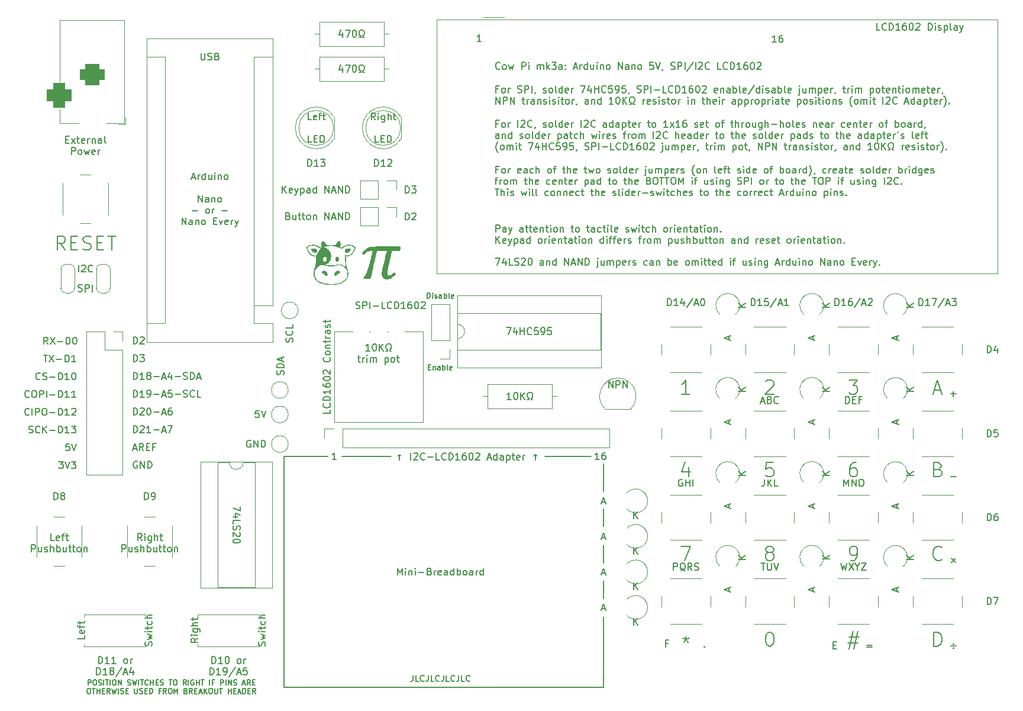
<source format=gbr>
%TF.GenerationSoftware,KiCad,Pcbnew,(6.0.4-0)*%
%TF.CreationDate,2022-08-15T14:03:23-05:00*%
%TF.ProjectId,CowPi-mk3a,436f7750-692d-46d6-9b33-612e6b696361,mk3a*%
%TF.SameCoordinates,PX43d3480PY8c7ecc0*%
%TF.FileFunction,Legend,Top*%
%TF.FilePolarity,Positive*%
%FSLAX46Y46*%
G04 Gerber Fmt 4.6, Leading zero omitted, Abs format (unit mm)*
G04 Created by KiCad (PCBNEW (6.0.4-0)) date 2022-08-15 14:03:23*
%MOMM*%
%LPD*%
G01*
G04 APERTURE LIST*
G04 Aperture macros list*
%AMRoundRect*
0 Rectangle with rounded corners*
0 $1 Rounding radius*
0 $2 $3 $4 $5 $6 $7 $8 $9 X,Y pos of 4 corners*
0 Add a 4 corners polygon primitive as box body*
4,1,4,$2,$3,$4,$5,$6,$7,$8,$9,$2,$3,0*
0 Add four circle primitives for the rounded corners*
1,1,$1+$1,$2,$3*
1,1,$1+$1,$4,$5*
1,1,$1+$1,$6,$7*
1,1,$1+$1,$8,$9*
0 Add four rect primitives between the rounded corners*
20,1,$1+$1,$2,$3,$4,$5,0*
20,1,$1+$1,$4,$5,$6,$7,0*
20,1,$1+$1,$6,$7,$8,$9,0*
20,1,$1+$1,$8,$9,$2,$3,0*%
%AMFreePoly0*
4,1,22,0.550000,-0.750000,0.000000,-0.750000,0.000000,-0.745033,-0.079941,-0.743568,-0.215256,-0.701293,-0.333266,-0.622738,-0.424486,-0.514219,-0.481581,-0.384460,-0.499164,-0.250000,-0.500000,-0.250000,-0.500000,0.250000,-0.499164,0.250000,-0.499963,0.256109,-0.478152,0.396186,-0.417904,0.524511,-0.324060,0.630769,-0.204165,0.706417,-0.067858,0.745374,0.000000,0.744959,0.000000,0.750000,
0.550000,0.750000,0.550000,-0.750000,0.550000,-0.750000,$1*%
%AMFreePoly1*
4,1,20,0.000000,0.744959,0.073905,0.744508,0.209726,0.703889,0.328688,0.626782,0.421226,0.519385,0.479903,0.390333,0.500000,0.250000,0.500000,-0.250000,0.499851,-0.262216,0.476331,-0.402017,0.414519,-0.529596,0.319384,-0.634700,0.198574,-0.708877,0.061801,-0.746166,0.000000,-0.745033,0.000000,-0.750000,-0.550000,-0.750000,-0.550000,0.750000,0.000000,0.750000,0.000000,0.744959,
0.000000,0.744959,$1*%
G04 Aperture macros list end*
%ADD10C,0.200000*%
%ADD11C,0.150000*%
%ADD12C,0.120000*%
%ADD13R,2.200000X2.200000*%
%ADD14O,2.200000X2.200000*%
%ADD15FreePoly0,90.000000*%
%ADD16R,1.500000X1.000000*%
%ADD17FreePoly1,90.000000*%
%ADD18C,3.500000*%
%ADD19C,2.000000*%
%ADD20R,1.600000X1.600000*%
%ADD21O,1.600000X1.600000*%
%ADD22O,1.500000X2.500000*%
%ADD23R,1.500000X2.500000*%
%ADD24C,1.600000*%
%ADD25R,1.800000X1.800000*%
%ADD26C,1.800000*%
%ADD27R,1.700000X1.700000*%
%ADD28O,1.700000X1.700000*%
%ADD29R,1.050000X1.500000*%
%ADD30O,1.050000X1.500000*%
%ADD31R,3.500000X3.500000*%
%ADD32RoundRect,0.750000X-1.000000X0.750000X-1.000000X-0.750000X1.000000X-0.750000X1.000000X0.750000X0*%
%ADD33RoundRect,0.875000X-0.875000X0.875000X-0.875000X-0.875000X0.875000X-0.875000X0.875000X0.875000X0*%
%ADD34C,3.000000*%
%ADD35R,1.800000X2.600000*%
%ADD36O,1.800000X2.600000*%
G04 APERTURE END LIST*
D10*
X38591698Y1283585D02*
X84311698Y1283585D01*
X84311698Y13990000D02*
X84311698Y16490000D01*
X38591698Y1283585D02*
X38591698Y34303585D01*
X46880000Y34303585D02*
X53880000Y34303585D01*
X84311698Y1283585D02*
X84311698Y11320000D01*
X84311698Y19070000D02*
X84311698Y21570000D01*
X38591698Y34303585D02*
X44880000Y34303585D01*
X84311698Y24320000D02*
X84311698Y26820000D01*
X84311698Y29320000D02*
X84311698Y33320000D01*
X82550000Y34303585D02*
X75880000Y34303585D01*
D11*
X34991213Y40842620D02*
X34515023Y40842620D01*
X34467404Y40366429D01*
X34515023Y40414048D01*
X34610261Y40461667D01*
X34848356Y40461667D01*
X34943594Y40414048D01*
X34991213Y40366429D01*
X35038832Y40271191D01*
X35038832Y40033096D01*
X34991213Y39937858D01*
X34943594Y39890239D01*
X34848356Y39842620D01*
X34610261Y39842620D01*
X34515023Y39890239D01*
X34467404Y39937858D01*
X35324547Y40842620D02*
X35657880Y39842620D01*
X35991213Y40842620D01*
X2067738Y37695239D02*
X2210595Y37647620D01*
X2448690Y37647620D01*
X2543928Y37695239D01*
X2591547Y37742858D01*
X2639166Y37838096D01*
X2639166Y37933334D01*
X2591547Y38028572D01*
X2543928Y38076191D01*
X2448690Y38123810D01*
X2258214Y38171429D01*
X2162976Y38219048D01*
X2115357Y38266667D01*
X2067738Y38361905D01*
X2067738Y38457143D01*
X2115357Y38552381D01*
X2162976Y38600000D01*
X2258214Y38647620D01*
X2496309Y38647620D01*
X2639166Y38600000D01*
X3639166Y37742858D02*
X3591547Y37695239D01*
X3448690Y37647620D01*
X3353452Y37647620D01*
X3210595Y37695239D01*
X3115357Y37790477D01*
X3067738Y37885715D01*
X3020119Y38076191D01*
X3020119Y38219048D01*
X3067738Y38409524D01*
X3115357Y38504762D01*
X3210595Y38600000D01*
X3353452Y38647620D01*
X3448690Y38647620D01*
X3591547Y38600000D01*
X3639166Y38552381D01*
X4067738Y37647620D02*
X4067738Y38647620D01*
X4639166Y37647620D02*
X4210595Y38219048D01*
X4639166Y38647620D02*
X4067738Y38076191D01*
X5067738Y38028572D02*
X5829642Y38028572D01*
X6305833Y37647620D02*
X6305833Y38647620D01*
X6543928Y38647620D01*
X6686785Y38600000D01*
X6782023Y38504762D01*
X6829642Y38409524D01*
X6877261Y38219048D01*
X6877261Y38076191D01*
X6829642Y37885715D01*
X6782023Y37790477D01*
X6686785Y37695239D01*
X6543928Y37647620D01*
X6305833Y37647620D01*
X7829642Y37647620D02*
X7258214Y37647620D01*
X7543928Y37647620D02*
X7543928Y38647620D01*
X7448690Y38504762D01*
X7353452Y38409524D01*
X7258214Y38361905D01*
X8162976Y38647620D02*
X8782023Y38647620D01*
X8448690Y38266667D01*
X8591547Y38266667D01*
X8686785Y38219048D01*
X8734404Y38171429D01*
X8782023Y38076191D01*
X8782023Y37838096D01*
X8734404Y37742858D01*
X8686785Y37695239D01*
X8591547Y37647620D01*
X8305833Y37647620D01*
X8210595Y37695239D01*
X8162976Y37742858D01*
X17037439Y50382487D02*
X17037439Y51382487D01*
X17275534Y51382487D01*
X17418391Y51334867D01*
X17513629Y51239629D01*
X17561248Y51144391D01*
X17608867Y50953915D01*
X17608867Y50811058D01*
X17561248Y50620582D01*
X17513629Y50525344D01*
X17418391Y50430106D01*
X17275534Y50382487D01*
X17037439Y50382487D01*
X17989820Y51287248D02*
X18037439Y51334867D01*
X18132677Y51382487D01*
X18370772Y51382487D01*
X18466010Y51334867D01*
X18513629Y51287248D01*
X18561248Y51192010D01*
X18561248Y51096772D01*
X18513629Y50953915D01*
X17942201Y50382487D01*
X18561248Y50382487D01*
X17037439Y40222487D02*
X17037439Y41222487D01*
X17275534Y41222487D01*
X17418391Y41174867D01*
X17513629Y41079629D01*
X17561248Y40984391D01*
X17608867Y40793915D01*
X17608867Y40651058D01*
X17561248Y40460582D01*
X17513629Y40365344D01*
X17418391Y40270106D01*
X17275534Y40222487D01*
X17037439Y40222487D01*
X17989820Y41127248D02*
X18037439Y41174867D01*
X18132677Y41222487D01*
X18370772Y41222487D01*
X18466010Y41174867D01*
X18513629Y41127248D01*
X18561248Y41032010D01*
X18561248Y40936772D01*
X18513629Y40793915D01*
X17942201Y40222487D01*
X18561248Y40222487D01*
X19180296Y41222487D02*
X19275534Y41222487D01*
X19370772Y41174867D01*
X19418391Y41127248D01*
X19466010Y41032010D01*
X19513629Y40841534D01*
X19513629Y40603439D01*
X19466010Y40412963D01*
X19418391Y40317725D01*
X19370772Y40270106D01*
X19275534Y40222487D01*
X19180296Y40222487D01*
X19085058Y40270106D01*
X19037439Y40317725D01*
X18989820Y40412963D01*
X18942201Y40603439D01*
X18942201Y40841534D01*
X18989820Y41032010D01*
X19037439Y41127248D01*
X19085058Y41174867D01*
X19180296Y41222487D01*
X19942201Y40603439D02*
X20704105Y40603439D01*
X21132677Y40508201D02*
X21608867Y40508201D01*
X21037439Y40222487D02*
X21370772Y41222487D01*
X21704105Y40222487D01*
X22466010Y41222487D02*
X22275534Y41222487D01*
X22180296Y41174867D01*
X22132677Y41127248D01*
X22037439Y40984391D01*
X21989820Y40793915D01*
X21989820Y40412963D01*
X22037439Y40317725D01*
X22085058Y40270106D01*
X22180296Y40222487D01*
X22370772Y40222487D01*
X22466010Y40270106D01*
X22513629Y40317725D01*
X22561248Y40412963D01*
X22561248Y40651058D01*
X22513629Y40746296D01*
X22466010Y40793915D01*
X22370772Y40841534D01*
X22180296Y40841534D01*
X22085058Y40793915D01*
X22037439Y40746296D01*
X21989820Y40651058D01*
X38352976Y71989033D02*
X38352976Y72989033D01*
X38924404Y71989033D02*
X38495833Y72560461D01*
X38924404Y72989033D02*
X38352976Y72417604D01*
X39733928Y72036652D02*
X39638690Y71989033D01*
X39448214Y71989033D01*
X39352976Y72036652D01*
X39305357Y72131890D01*
X39305357Y72512842D01*
X39352976Y72608080D01*
X39448214Y72655699D01*
X39638690Y72655699D01*
X39733928Y72608080D01*
X39781547Y72512842D01*
X39781547Y72417604D01*
X39305357Y72322366D01*
X40114880Y72655699D02*
X40352976Y71989033D01*
X40591071Y72655699D02*
X40352976Y71989033D01*
X40257738Y71750937D01*
X40210119Y71703318D01*
X40114880Y71655699D01*
X40972023Y72655699D02*
X40972023Y71655699D01*
X40972023Y72608080D02*
X41067261Y72655699D01*
X41257738Y72655699D01*
X41352976Y72608080D01*
X41400595Y72560461D01*
X41448214Y72465223D01*
X41448214Y72179509D01*
X41400595Y72084271D01*
X41352976Y72036652D01*
X41257738Y71989033D01*
X41067261Y71989033D01*
X40972023Y72036652D01*
X42305357Y71989033D02*
X42305357Y72512842D01*
X42257738Y72608080D01*
X42162500Y72655699D01*
X41972023Y72655699D01*
X41876785Y72608080D01*
X42305357Y72036652D02*
X42210119Y71989033D01*
X41972023Y71989033D01*
X41876785Y72036652D01*
X41829166Y72131890D01*
X41829166Y72227128D01*
X41876785Y72322366D01*
X41972023Y72369985D01*
X42210119Y72369985D01*
X42305357Y72417604D01*
X43210119Y71989033D02*
X43210119Y72989033D01*
X43210119Y72036652D02*
X43114880Y71989033D01*
X42924404Y71989033D01*
X42829166Y72036652D01*
X42781547Y72084271D01*
X42733928Y72179509D01*
X42733928Y72465223D01*
X42781547Y72560461D01*
X42829166Y72608080D01*
X42924404Y72655699D01*
X43114880Y72655699D01*
X43210119Y72608080D01*
X44448214Y71989033D02*
X44448214Y72989033D01*
X45019642Y71989033D01*
X45019642Y72989033D01*
X45448214Y72274747D02*
X45924404Y72274747D01*
X45352976Y71989033D02*
X45686309Y72989033D01*
X46019642Y71989033D01*
X46352976Y71989033D02*
X46352976Y72989033D01*
X46924404Y71989033D01*
X46924404Y72989033D01*
X47400595Y71989033D02*
X47400595Y72989033D01*
X47638690Y72989033D01*
X47781547Y72941413D01*
X47876785Y72846175D01*
X47924404Y72750937D01*
X47972023Y72560461D01*
X47972023Y72417604D01*
X47924404Y72227128D01*
X47876785Y72131890D01*
X47781547Y72036652D01*
X47638690Y71989033D01*
X47400595Y71989033D01*
X10538847Y1592036D02*
X10538847Y2342036D01*
X10824561Y2342036D01*
X10895990Y2306321D01*
X10931704Y2270607D01*
X10967419Y2199179D01*
X10967419Y2092036D01*
X10931704Y2020607D01*
X10895990Y1984893D01*
X10824561Y1949179D01*
X10538847Y1949179D01*
X11431704Y2342036D02*
X11574561Y2342036D01*
X11645990Y2306321D01*
X11717419Y2234893D01*
X11753133Y2092036D01*
X11753133Y1842036D01*
X11717419Y1699179D01*
X11645990Y1627750D01*
X11574561Y1592036D01*
X11431704Y1592036D01*
X11360276Y1627750D01*
X11288847Y1699179D01*
X11253133Y1842036D01*
X11253133Y2092036D01*
X11288847Y2234893D01*
X11360276Y2306321D01*
X11431704Y2342036D01*
X12038847Y1627750D02*
X12145990Y1592036D01*
X12324561Y1592036D01*
X12395990Y1627750D01*
X12431704Y1663464D01*
X12467419Y1734893D01*
X12467419Y1806321D01*
X12431704Y1877750D01*
X12395990Y1913464D01*
X12324561Y1949179D01*
X12181704Y1984893D01*
X12110276Y2020607D01*
X12074561Y2056321D01*
X12038847Y2127750D01*
X12038847Y2199179D01*
X12074561Y2270607D01*
X12110276Y2306321D01*
X12181704Y2342036D01*
X12360276Y2342036D01*
X12467419Y2306321D01*
X12788847Y1592036D02*
X12788847Y2342036D01*
X13038847Y2342036D02*
X13467419Y2342036D01*
X13253133Y1592036D02*
X13253133Y2342036D01*
X13717419Y1592036D02*
X13717419Y2342036D01*
X14217419Y2342036D02*
X14360276Y2342036D01*
X14431704Y2306321D01*
X14503133Y2234893D01*
X14538847Y2092036D01*
X14538847Y1842036D01*
X14503133Y1699179D01*
X14431704Y1627750D01*
X14360276Y1592036D01*
X14217419Y1592036D01*
X14145990Y1627750D01*
X14074561Y1699179D01*
X14038847Y1842036D01*
X14038847Y2092036D01*
X14074561Y2234893D01*
X14145990Y2306321D01*
X14217419Y2342036D01*
X14860276Y1592036D02*
X14860276Y2342036D01*
X15288847Y1592036D01*
X15288847Y2342036D01*
X16181704Y1627750D02*
X16288847Y1592036D01*
X16467419Y1592036D01*
X16538847Y1627750D01*
X16574561Y1663464D01*
X16610276Y1734893D01*
X16610276Y1806321D01*
X16574561Y1877750D01*
X16538847Y1913464D01*
X16467419Y1949179D01*
X16324561Y1984893D01*
X16253133Y2020607D01*
X16217419Y2056321D01*
X16181704Y2127750D01*
X16181704Y2199179D01*
X16217419Y2270607D01*
X16253133Y2306321D01*
X16324561Y2342036D01*
X16503133Y2342036D01*
X16610276Y2306321D01*
X16860276Y2342036D02*
X17038847Y1592036D01*
X17181704Y2127750D01*
X17324561Y1592036D01*
X17503133Y2342036D01*
X17788847Y1592036D02*
X17788847Y2342036D01*
X18038847Y2342036D02*
X18467419Y2342036D01*
X18253133Y1592036D02*
X18253133Y2342036D01*
X19145990Y1663464D02*
X19110276Y1627750D01*
X19003133Y1592036D01*
X18931704Y1592036D01*
X18824561Y1627750D01*
X18753133Y1699179D01*
X18717419Y1770607D01*
X18681704Y1913464D01*
X18681704Y2020607D01*
X18717419Y2163464D01*
X18753133Y2234893D01*
X18824561Y2306321D01*
X18931704Y2342036D01*
X19003133Y2342036D01*
X19110276Y2306321D01*
X19145990Y2270607D01*
X19467419Y1592036D02*
X19467419Y2342036D01*
X19467419Y1984893D02*
X19895990Y1984893D01*
X19895990Y1592036D02*
X19895990Y2342036D01*
X20253133Y1984893D02*
X20503133Y1984893D01*
X20610276Y1592036D02*
X20253133Y1592036D01*
X20253133Y2342036D01*
X20610276Y2342036D01*
X20895990Y1627750D02*
X21003133Y1592036D01*
X21181704Y1592036D01*
X21253133Y1627750D01*
X21288847Y1663464D01*
X21324561Y1734893D01*
X21324561Y1806321D01*
X21288847Y1877750D01*
X21253133Y1913464D01*
X21181704Y1949179D01*
X21038847Y1984893D01*
X20967419Y2020607D01*
X20931704Y2056321D01*
X20895990Y2127750D01*
X20895990Y2199179D01*
X20931704Y2270607D01*
X20967419Y2306321D01*
X21038847Y2342036D01*
X21217419Y2342036D01*
X21324561Y2306321D01*
X22110276Y2342036D02*
X22538847Y2342036D01*
X22324561Y1592036D02*
X22324561Y2342036D01*
X22931704Y2342036D02*
X23074561Y2342036D01*
X23145990Y2306321D01*
X23217419Y2234893D01*
X23253133Y2092036D01*
X23253133Y1842036D01*
X23217419Y1699179D01*
X23145990Y1627750D01*
X23074561Y1592036D01*
X22931704Y1592036D01*
X22860276Y1627750D01*
X22788847Y1699179D01*
X22753133Y1842036D01*
X22753133Y2092036D01*
X22788847Y2234893D01*
X22860276Y2306321D01*
X22931704Y2342036D01*
X24574561Y1592036D02*
X24324561Y1949179D01*
X24145990Y1592036D02*
X24145990Y2342036D01*
X24431704Y2342036D01*
X24503133Y2306321D01*
X24538847Y2270607D01*
X24574561Y2199179D01*
X24574561Y2092036D01*
X24538847Y2020607D01*
X24503133Y1984893D01*
X24431704Y1949179D01*
X24145990Y1949179D01*
X24895990Y1592036D02*
X24895990Y2342036D01*
X25645990Y2306321D02*
X25574561Y2342036D01*
X25467419Y2342036D01*
X25360276Y2306321D01*
X25288847Y2234893D01*
X25253133Y2163464D01*
X25217419Y2020607D01*
X25217419Y1913464D01*
X25253133Y1770607D01*
X25288847Y1699179D01*
X25360276Y1627750D01*
X25467419Y1592036D01*
X25538847Y1592036D01*
X25645990Y1627750D01*
X25681704Y1663464D01*
X25681704Y1913464D01*
X25538847Y1913464D01*
X26003133Y1592036D02*
X26003133Y2342036D01*
X26003133Y1984893D02*
X26431704Y1984893D01*
X26431704Y1592036D02*
X26431704Y2342036D01*
X26681704Y2342036D02*
X27110276Y2342036D01*
X26895990Y1592036D02*
X26895990Y2342036D01*
X27931704Y1592036D02*
X27931704Y2342036D01*
X28538847Y1984893D02*
X28288847Y1984893D01*
X28288847Y1592036D02*
X28288847Y2342036D01*
X28645990Y2342036D01*
X29503133Y1592036D02*
X29503133Y2342036D01*
X29788847Y2342036D01*
X29860276Y2306321D01*
X29895990Y2270607D01*
X29931704Y2199179D01*
X29931704Y2092036D01*
X29895990Y2020607D01*
X29860276Y1984893D01*
X29788847Y1949179D01*
X29503133Y1949179D01*
X30253133Y1592036D02*
X30253133Y2342036D01*
X30610276Y1592036D02*
X30610276Y2342036D01*
X31038847Y1592036D01*
X31038847Y2342036D01*
X31360276Y1627750D02*
X31467419Y1592036D01*
X31645990Y1592036D01*
X31717419Y1627750D01*
X31753133Y1663464D01*
X31788847Y1734893D01*
X31788847Y1806321D01*
X31753133Y1877750D01*
X31717419Y1913464D01*
X31645990Y1949179D01*
X31503133Y1984893D01*
X31431704Y2020607D01*
X31395990Y2056321D01*
X31360276Y2127750D01*
X31360276Y2199179D01*
X31395990Y2270607D01*
X31431704Y2306321D01*
X31503133Y2342036D01*
X31681704Y2342036D01*
X31788847Y2306321D01*
X32645990Y1806321D02*
X33003133Y1806321D01*
X32574561Y1592036D02*
X32824561Y2342036D01*
X33074561Y1592036D01*
X33753133Y1592036D02*
X33503133Y1949179D01*
X33324561Y1592036D02*
X33324561Y2342036D01*
X33610276Y2342036D01*
X33681704Y2306321D01*
X33717419Y2270607D01*
X33753133Y2199179D01*
X33753133Y2092036D01*
X33717419Y2020607D01*
X33681704Y1984893D01*
X33610276Y1949179D01*
X33324561Y1949179D01*
X34074561Y1984893D02*
X34324561Y1984893D01*
X34431704Y1592036D02*
X34074561Y1592036D01*
X34074561Y2342036D01*
X34431704Y2342036D01*
X10574561Y1134536D02*
X10717419Y1134536D01*
X10788847Y1098821D01*
X10860276Y1027393D01*
X10895990Y884536D01*
X10895990Y634536D01*
X10860276Y491679D01*
X10788847Y420250D01*
X10717419Y384536D01*
X10574561Y384536D01*
X10503133Y420250D01*
X10431704Y491679D01*
X10395990Y634536D01*
X10395990Y884536D01*
X10431704Y1027393D01*
X10503133Y1098821D01*
X10574561Y1134536D01*
X11110276Y1134536D02*
X11538847Y1134536D01*
X11324561Y384536D02*
X11324561Y1134536D01*
X11788847Y384536D02*
X11788847Y1134536D01*
X11788847Y777393D02*
X12217419Y777393D01*
X12217419Y384536D02*
X12217419Y1134536D01*
X12574561Y777393D02*
X12824561Y777393D01*
X12931704Y384536D02*
X12574561Y384536D01*
X12574561Y1134536D01*
X12931704Y1134536D01*
X13681704Y384536D02*
X13431704Y741679D01*
X13253133Y384536D02*
X13253133Y1134536D01*
X13538847Y1134536D01*
X13610276Y1098821D01*
X13645990Y1063107D01*
X13681704Y991679D01*
X13681704Y884536D01*
X13645990Y813107D01*
X13610276Y777393D01*
X13538847Y741679D01*
X13253133Y741679D01*
X13931704Y1134536D02*
X14110276Y384536D01*
X14253133Y920250D01*
X14395990Y384536D01*
X14574561Y1134536D01*
X14860276Y384536D02*
X14860276Y1134536D01*
X15181704Y420250D02*
X15288847Y384536D01*
X15467419Y384536D01*
X15538847Y420250D01*
X15574561Y455964D01*
X15610276Y527393D01*
X15610276Y598821D01*
X15574561Y670250D01*
X15538847Y705964D01*
X15467419Y741679D01*
X15324561Y777393D01*
X15253133Y813107D01*
X15217419Y848821D01*
X15181704Y920250D01*
X15181704Y991679D01*
X15217419Y1063107D01*
X15253133Y1098821D01*
X15324561Y1134536D01*
X15503133Y1134536D01*
X15610276Y1098821D01*
X15931704Y777393D02*
X16181704Y777393D01*
X16288847Y384536D02*
X15931704Y384536D01*
X15931704Y1134536D01*
X16288847Y1134536D01*
X17181704Y1134536D02*
X17181704Y527393D01*
X17217419Y455964D01*
X17253133Y420250D01*
X17324561Y384536D01*
X17467419Y384536D01*
X17538847Y420250D01*
X17574561Y455964D01*
X17610276Y527393D01*
X17610276Y1134536D01*
X17931704Y420250D02*
X18038847Y384536D01*
X18217419Y384536D01*
X18288847Y420250D01*
X18324561Y455964D01*
X18360276Y527393D01*
X18360276Y598821D01*
X18324561Y670250D01*
X18288847Y705964D01*
X18217419Y741679D01*
X18074561Y777393D01*
X18003133Y813107D01*
X17967419Y848821D01*
X17931704Y920250D01*
X17931704Y991679D01*
X17967419Y1063107D01*
X18003133Y1098821D01*
X18074561Y1134536D01*
X18253133Y1134536D01*
X18360276Y1098821D01*
X18681704Y777393D02*
X18931704Y777393D01*
X19038847Y384536D02*
X18681704Y384536D01*
X18681704Y1134536D01*
X19038847Y1134536D01*
X19360276Y384536D02*
X19360276Y1134536D01*
X19538847Y1134536D01*
X19645990Y1098821D01*
X19717419Y1027393D01*
X19753133Y955964D01*
X19788847Y813107D01*
X19788847Y705964D01*
X19753133Y563107D01*
X19717419Y491679D01*
X19645990Y420250D01*
X19538847Y384536D01*
X19360276Y384536D01*
X20931704Y777393D02*
X20681704Y777393D01*
X20681704Y384536D02*
X20681704Y1134536D01*
X21038847Y1134536D01*
X21753133Y384536D02*
X21503133Y741679D01*
X21324561Y384536D02*
X21324561Y1134536D01*
X21610276Y1134536D01*
X21681704Y1098821D01*
X21717419Y1063107D01*
X21753133Y991679D01*
X21753133Y884536D01*
X21717419Y813107D01*
X21681704Y777393D01*
X21610276Y741679D01*
X21324561Y741679D01*
X22217419Y1134536D02*
X22360276Y1134536D01*
X22431704Y1098821D01*
X22503133Y1027393D01*
X22538847Y884536D01*
X22538847Y634536D01*
X22503133Y491679D01*
X22431704Y420250D01*
X22360276Y384536D01*
X22217419Y384536D01*
X22145990Y420250D01*
X22074561Y491679D01*
X22038847Y634536D01*
X22038847Y884536D01*
X22074561Y1027393D01*
X22145990Y1098821D01*
X22217419Y1134536D01*
X22860276Y384536D02*
X22860276Y1134536D01*
X23110276Y598821D01*
X23360276Y1134536D01*
X23360276Y384536D01*
X24538847Y777393D02*
X24645990Y741679D01*
X24681704Y705964D01*
X24717419Y634536D01*
X24717419Y527393D01*
X24681704Y455964D01*
X24645990Y420250D01*
X24574561Y384536D01*
X24288847Y384536D01*
X24288847Y1134536D01*
X24538847Y1134536D01*
X24610276Y1098821D01*
X24645990Y1063107D01*
X24681704Y991679D01*
X24681704Y920250D01*
X24645990Y848821D01*
X24610276Y813107D01*
X24538847Y777393D01*
X24288847Y777393D01*
X25467419Y384536D02*
X25217419Y741679D01*
X25038847Y384536D02*
X25038847Y1134536D01*
X25324561Y1134536D01*
X25395990Y1098821D01*
X25431704Y1063107D01*
X25467419Y991679D01*
X25467419Y884536D01*
X25431704Y813107D01*
X25395990Y777393D01*
X25324561Y741679D01*
X25038847Y741679D01*
X25788847Y777393D02*
X26038847Y777393D01*
X26145990Y384536D02*
X25788847Y384536D01*
X25788847Y1134536D01*
X26145990Y1134536D01*
X26431704Y598821D02*
X26788847Y598821D01*
X26360276Y384536D02*
X26610276Y1134536D01*
X26860276Y384536D01*
X27110276Y384536D02*
X27110276Y1134536D01*
X27538847Y384536D02*
X27217419Y813107D01*
X27538847Y1134536D02*
X27110276Y705964D01*
X28003133Y1134536D02*
X28145990Y1134536D01*
X28217419Y1098821D01*
X28288847Y1027393D01*
X28324561Y884536D01*
X28324561Y634536D01*
X28288847Y491679D01*
X28217419Y420250D01*
X28145990Y384536D01*
X28003133Y384536D01*
X27931704Y420250D01*
X27860276Y491679D01*
X27824561Y634536D01*
X27824561Y884536D01*
X27860276Y1027393D01*
X27931704Y1098821D01*
X28003133Y1134536D01*
X28645990Y1134536D02*
X28645990Y527393D01*
X28681704Y455964D01*
X28717419Y420250D01*
X28788847Y384536D01*
X28931704Y384536D01*
X29003133Y420250D01*
X29038847Y455964D01*
X29074561Y527393D01*
X29074561Y1134536D01*
X29324561Y1134536D02*
X29753133Y1134536D01*
X29538847Y384536D02*
X29538847Y1134536D01*
X30574561Y384536D02*
X30574561Y1134536D01*
X30574561Y777393D02*
X31003133Y777393D01*
X31003133Y384536D02*
X31003133Y1134536D01*
X31360276Y777393D02*
X31610276Y777393D01*
X31717419Y384536D02*
X31360276Y384536D01*
X31360276Y1134536D01*
X31717419Y1134536D01*
X32003133Y598821D02*
X32360276Y598821D01*
X31931704Y384536D02*
X32181704Y1134536D01*
X32431704Y384536D01*
X32681704Y384536D02*
X32681704Y1134536D01*
X32860276Y1134536D01*
X32967419Y1098821D01*
X33038847Y1027393D01*
X33074561Y955964D01*
X33110276Y813107D01*
X33110276Y705964D01*
X33074561Y563107D01*
X33038847Y491679D01*
X32967419Y420250D01*
X32860276Y384536D01*
X32681704Y384536D01*
X33431704Y777393D02*
X33681704Y777393D01*
X33788847Y384536D02*
X33431704Y384536D01*
X33431704Y1134536D01*
X33788847Y1134536D01*
X34538847Y384536D02*
X34288847Y741679D01*
X34110276Y384536D02*
X34110276Y1134536D01*
X34395990Y1134536D01*
X34467419Y1098821D01*
X34503133Y1063107D01*
X34538847Y991679D01*
X34538847Y884536D01*
X34503133Y813107D01*
X34467419Y777393D01*
X34395990Y741679D01*
X34110276Y741679D01*
X68915595Y66392620D02*
X68915595Y67392620D01*
X69296547Y67392620D01*
X69391785Y67345000D01*
X69439404Y67297381D01*
X69487023Y67202143D01*
X69487023Y67059286D01*
X69439404Y66964048D01*
X69391785Y66916429D01*
X69296547Y66868810D01*
X68915595Y66868810D01*
X70344166Y66392620D02*
X70344166Y66916429D01*
X70296547Y67011667D01*
X70201309Y67059286D01*
X70010833Y67059286D01*
X69915595Y67011667D01*
X70344166Y66440239D02*
X70248928Y66392620D01*
X70010833Y66392620D01*
X69915595Y66440239D01*
X69867976Y66535477D01*
X69867976Y66630715D01*
X69915595Y66725953D01*
X70010833Y66773572D01*
X70248928Y66773572D01*
X70344166Y66821191D01*
X70725119Y67059286D02*
X70963214Y66392620D01*
X71201309Y67059286D02*
X70963214Y66392620D01*
X70867976Y66154524D01*
X70820357Y66106905D01*
X70725119Y66059286D01*
X72772738Y66392620D02*
X72772738Y66916429D01*
X72725119Y67011667D01*
X72629880Y67059286D01*
X72439404Y67059286D01*
X72344166Y67011667D01*
X72772738Y66440239D02*
X72677500Y66392620D01*
X72439404Y66392620D01*
X72344166Y66440239D01*
X72296547Y66535477D01*
X72296547Y66630715D01*
X72344166Y66725953D01*
X72439404Y66773572D01*
X72677500Y66773572D01*
X72772738Y66821191D01*
X73106071Y67059286D02*
X73487023Y67059286D01*
X73248928Y67392620D02*
X73248928Y66535477D01*
X73296547Y66440239D01*
X73391785Y66392620D01*
X73487023Y66392620D01*
X73677500Y67059286D02*
X74058452Y67059286D01*
X73820357Y67392620D02*
X73820357Y66535477D01*
X73867976Y66440239D01*
X73963214Y66392620D01*
X74058452Y66392620D01*
X74772738Y66440239D02*
X74677500Y66392620D01*
X74487023Y66392620D01*
X74391785Y66440239D01*
X74344166Y66535477D01*
X74344166Y66916429D01*
X74391785Y67011667D01*
X74487023Y67059286D01*
X74677500Y67059286D01*
X74772738Y67011667D01*
X74820357Y66916429D01*
X74820357Y66821191D01*
X74344166Y66725953D01*
X75248928Y67059286D02*
X75248928Y66392620D01*
X75248928Y66964048D02*
X75296547Y67011667D01*
X75391785Y67059286D01*
X75534642Y67059286D01*
X75629880Y67011667D01*
X75677500Y66916429D01*
X75677500Y66392620D01*
X76010833Y67059286D02*
X76391785Y67059286D01*
X76153690Y67392620D02*
X76153690Y66535477D01*
X76201309Y66440239D01*
X76296547Y66392620D01*
X76391785Y66392620D01*
X76725119Y66392620D02*
X76725119Y67059286D01*
X76725119Y67392620D02*
X76677500Y67345000D01*
X76725119Y67297381D01*
X76772738Y67345000D01*
X76725119Y67392620D01*
X76725119Y67297381D01*
X77344166Y66392620D02*
X77248928Y66440239D01*
X77201309Y66487858D01*
X77153690Y66583096D01*
X77153690Y66868810D01*
X77201309Y66964048D01*
X77248928Y67011667D01*
X77344166Y67059286D01*
X77487023Y67059286D01*
X77582261Y67011667D01*
X77629880Y66964048D01*
X77677500Y66868810D01*
X77677500Y66583096D01*
X77629880Y66487858D01*
X77582261Y66440239D01*
X77487023Y66392620D01*
X77344166Y66392620D01*
X78106071Y67059286D02*
X78106071Y66392620D01*
X78106071Y66964048D02*
X78153690Y67011667D01*
X78248928Y67059286D01*
X78391785Y67059286D01*
X78487023Y67011667D01*
X78534642Y66916429D01*
X78534642Y66392620D01*
X79629880Y67059286D02*
X80010833Y67059286D01*
X79772738Y67392620D02*
X79772738Y66535477D01*
X79820357Y66440239D01*
X79915595Y66392620D01*
X80010833Y66392620D01*
X80487023Y66392620D02*
X80391785Y66440239D01*
X80344166Y66487858D01*
X80296547Y66583096D01*
X80296547Y66868810D01*
X80344166Y66964048D01*
X80391785Y67011667D01*
X80487023Y67059286D01*
X80629880Y67059286D01*
X80725119Y67011667D01*
X80772738Y66964048D01*
X80820357Y66868810D01*
X80820357Y66583096D01*
X80772738Y66487858D01*
X80725119Y66440239D01*
X80629880Y66392620D01*
X80487023Y66392620D01*
X81867976Y67059286D02*
X82248928Y67059286D01*
X82010833Y67392620D02*
X82010833Y66535477D01*
X82058452Y66440239D01*
X82153690Y66392620D01*
X82248928Y66392620D01*
X83010833Y66392620D02*
X83010833Y66916429D01*
X82963214Y67011667D01*
X82867976Y67059286D01*
X82677500Y67059286D01*
X82582261Y67011667D01*
X83010833Y66440239D02*
X82915595Y66392620D01*
X82677500Y66392620D01*
X82582261Y66440239D01*
X82534642Y66535477D01*
X82534642Y66630715D01*
X82582261Y66725953D01*
X82677500Y66773572D01*
X82915595Y66773572D01*
X83010833Y66821191D01*
X83915595Y66440239D02*
X83820357Y66392620D01*
X83629880Y66392620D01*
X83534642Y66440239D01*
X83487023Y66487858D01*
X83439404Y66583096D01*
X83439404Y66868810D01*
X83487023Y66964048D01*
X83534642Y67011667D01*
X83629880Y67059286D01*
X83820357Y67059286D01*
X83915595Y67011667D01*
X84201309Y67059286D02*
X84582261Y67059286D01*
X84344166Y67392620D02*
X84344166Y66535477D01*
X84391785Y66440239D01*
X84487023Y66392620D01*
X84582261Y66392620D01*
X84915595Y66392620D02*
X84915595Y67059286D01*
X84915595Y67392620D02*
X84867976Y67345000D01*
X84915595Y67297381D01*
X84963214Y67345000D01*
X84915595Y67392620D01*
X84915595Y67297381D01*
X85534642Y66392620D02*
X85439404Y66440239D01*
X85391785Y66535477D01*
X85391785Y67392620D01*
X86296547Y66440239D02*
X86201309Y66392620D01*
X86010833Y66392620D01*
X85915595Y66440239D01*
X85867976Y66535477D01*
X85867976Y66916429D01*
X85915595Y67011667D01*
X86010833Y67059286D01*
X86201309Y67059286D01*
X86296547Y67011667D01*
X86344166Y66916429D01*
X86344166Y66821191D01*
X85867976Y66725953D01*
X87487023Y66440239D02*
X87582261Y66392620D01*
X87772738Y66392620D01*
X87867976Y66440239D01*
X87915595Y66535477D01*
X87915595Y66583096D01*
X87867976Y66678334D01*
X87772738Y66725953D01*
X87629880Y66725953D01*
X87534642Y66773572D01*
X87487023Y66868810D01*
X87487023Y66916429D01*
X87534642Y67011667D01*
X87629880Y67059286D01*
X87772738Y67059286D01*
X87867976Y67011667D01*
X88248928Y67059286D02*
X88439404Y66392620D01*
X88629880Y66868810D01*
X88820357Y66392620D01*
X89010833Y67059286D01*
X89391785Y66392620D02*
X89391785Y67059286D01*
X89391785Y67392620D02*
X89344166Y67345000D01*
X89391785Y67297381D01*
X89439404Y67345000D01*
X89391785Y67392620D01*
X89391785Y67297381D01*
X89725119Y67059286D02*
X90106071Y67059286D01*
X89867976Y67392620D02*
X89867976Y66535477D01*
X89915595Y66440239D01*
X90010833Y66392620D01*
X90106071Y66392620D01*
X90867976Y66440239D02*
X90772738Y66392620D01*
X90582261Y66392620D01*
X90487023Y66440239D01*
X90439404Y66487858D01*
X90391785Y66583096D01*
X90391785Y66868810D01*
X90439404Y66964048D01*
X90487023Y67011667D01*
X90582261Y67059286D01*
X90772738Y67059286D01*
X90867976Y67011667D01*
X91296547Y66392620D02*
X91296547Y67392620D01*
X91725119Y66392620D02*
X91725119Y66916429D01*
X91677500Y67011667D01*
X91582261Y67059286D01*
X91439404Y67059286D01*
X91344166Y67011667D01*
X91296547Y66964048D01*
X93106071Y66392620D02*
X93010833Y66440239D01*
X92963214Y66487858D01*
X92915595Y66583096D01*
X92915595Y66868810D01*
X92963214Y66964048D01*
X93010833Y67011667D01*
X93106071Y67059286D01*
X93248928Y67059286D01*
X93344166Y67011667D01*
X93391785Y66964048D01*
X93439404Y66868810D01*
X93439404Y66583096D01*
X93391785Y66487858D01*
X93344166Y66440239D01*
X93248928Y66392620D01*
X93106071Y66392620D01*
X93867976Y66392620D02*
X93867976Y67059286D01*
X93867976Y66868810D02*
X93915595Y66964048D01*
X93963214Y67011667D01*
X94058452Y67059286D01*
X94153690Y67059286D01*
X94487023Y66392620D02*
X94487023Y67059286D01*
X94487023Y67392620D02*
X94439404Y67345000D01*
X94487023Y67297381D01*
X94534642Y67345000D01*
X94487023Y67392620D01*
X94487023Y67297381D01*
X95344166Y66440239D02*
X95248928Y66392620D01*
X95058452Y66392620D01*
X94963214Y66440239D01*
X94915595Y66535477D01*
X94915595Y66916429D01*
X94963214Y67011667D01*
X95058452Y67059286D01*
X95248928Y67059286D01*
X95344166Y67011667D01*
X95391785Y66916429D01*
X95391785Y66821191D01*
X94915595Y66725953D01*
X95820357Y67059286D02*
X95820357Y66392620D01*
X95820357Y66964048D02*
X95867976Y67011667D01*
X95963214Y67059286D01*
X96106071Y67059286D01*
X96201309Y67011667D01*
X96248928Y66916429D01*
X96248928Y66392620D01*
X96582261Y67059286D02*
X96963214Y67059286D01*
X96725119Y67392620D02*
X96725119Y66535477D01*
X96772738Y66440239D01*
X96867976Y66392620D01*
X96963214Y66392620D01*
X97725119Y66392620D02*
X97725119Y66916429D01*
X97677500Y67011667D01*
X97582261Y67059286D01*
X97391785Y67059286D01*
X97296547Y67011667D01*
X97725119Y66440239D02*
X97629880Y66392620D01*
X97391785Y66392620D01*
X97296547Y66440239D01*
X97248928Y66535477D01*
X97248928Y66630715D01*
X97296547Y66725953D01*
X97391785Y66773572D01*
X97629880Y66773572D01*
X97725119Y66821191D01*
X98058452Y67059286D02*
X98439404Y67059286D01*
X98201309Y67392620D02*
X98201309Y66535477D01*
X98248928Y66440239D01*
X98344166Y66392620D01*
X98439404Y66392620D01*
X98772738Y66392620D02*
X98772738Y67059286D01*
X98772738Y67392620D02*
X98725119Y67345000D01*
X98772738Y67297381D01*
X98820357Y67345000D01*
X98772738Y67392620D01*
X98772738Y67297381D01*
X99391785Y66392620D02*
X99296547Y66440239D01*
X99248928Y66487858D01*
X99201309Y66583096D01*
X99201309Y66868810D01*
X99248928Y66964048D01*
X99296547Y67011667D01*
X99391785Y67059286D01*
X99534642Y67059286D01*
X99629880Y67011667D01*
X99677500Y66964048D01*
X99725119Y66868810D01*
X99725119Y66583096D01*
X99677500Y66487858D01*
X99629880Y66440239D01*
X99534642Y66392620D01*
X99391785Y66392620D01*
X100153690Y67059286D02*
X100153690Y66392620D01*
X100153690Y66964048D02*
X100201309Y67011667D01*
X100296547Y67059286D01*
X100439404Y67059286D01*
X100534642Y67011667D01*
X100582261Y66916429D01*
X100582261Y66392620D01*
X101058452Y66487858D02*
X101106071Y66440239D01*
X101058452Y66392620D01*
X101010833Y66440239D01*
X101058452Y66487858D01*
X101058452Y66392620D01*
X68915595Y64782620D02*
X68915595Y65782620D01*
X69487023Y64782620D02*
X69058452Y65354048D01*
X69487023Y65782620D02*
X68915595Y65211191D01*
X70296547Y64830239D02*
X70201309Y64782620D01*
X70010833Y64782620D01*
X69915595Y64830239D01*
X69867976Y64925477D01*
X69867976Y65306429D01*
X69915595Y65401667D01*
X70010833Y65449286D01*
X70201309Y65449286D01*
X70296547Y65401667D01*
X70344166Y65306429D01*
X70344166Y65211191D01*
X69867976Y65115953D01*
X70677500Y65449286D02*
X70915595Y64782620D01*
X71153690Y65449286D02*
X70915595Y64782620D01*
X70820357Y64544524D01*
X70772738Y64496905D01*
X70677500Y64449286D01*
X71534642Y65449286D02*
X71534642Y64449286D01*
X71534642Y65401667D02*
X71629880Y65449286D01*
X71820357Y65449286D01*
X71915595Y65401667D01*
X71963214Y65354048D01*
X72010833Y65258810D01*
X72010833Y64973096D01*
X71963214Y64877858D01*
X71915595Y64830239D01*
X71820357Y64782620D01*
X71629880Y64782620D01*
X71534642Y64830239D01*
X72867976Y64782620D02*
X72867976Y65306429D01*
X72820357Y65401667D01*
X72725119Y65449286D01*
X72534642Y65449286D01*
X72439404Y65401667D01*
X72867976Y64830239D02*
X72772738Y64782620D01*
X72534642Y64782620D01*
X72439404Y64830239D01*
X72391785Y64925477D01*
X72391785Y65020715D01*
X72439404Y65115953D01*
X72534642Y65163572D01*
X72772738Y65163572D01*
X72867976Y65211191D01*
X73772738Y64782620D02*
X73772738Y65782620D01*
X73772738Y64830239D02*
X73677500Y64782620D01*
X73487023Y64782620D01*
X73391785Y64830239D01*
X73344166Y64877858D01*
X73296547Y64973096D01*
X73296547Y65258810D01*
X73344166Y65354048D01*
X73391785Y65401667D01*
X73487023Y65449286D01*
X73677500Y65449286D01*
X73772738Y65401667D01*
X75153690Y64782620D02*
X75058452Y64830239D01*
X75010833Y64877858D01*
X74963214Y64973096D01*
X74963214Y65258810D01*
X75010833Y65354048D01*
X75058452Y65401667D01*
X75153690Y65449286D01*
X75296547Y65449286D01*
X75391785Y65401667D01*
X75439404Y65354048D01*
X75487023Y65258810D01*
X75487023Y64973096D01*
X75439404Y64877858D01*
X75391785Y64830239D01*
X75296547Y64782620D01*
X75153690Y64782620D01*
X75915595Y64782620D02*
X75915595Y65449286D01*
X75915595Y65258810D02*
X75963214Y65354048D01*
X76010833Y65401667D01*
X76106071Y65449286D01*
X76201309Y65449286D01*
X76534642Y64782620D02*
X76534642Y65449286D01*
X76534642Y65782620D02*
X76487023Y65735000D01*
X76534642Y65687381D01*
X76582261Y65735000D01*
X76534642Y65782620D01*
X76534642Y65687381D01*
X77391785Y64830239D02*
X77296547Y64782620D01*
X77106071Y64782620D01*
X77010833Y64830239D01*
X76963214Y64925477D01*
X76963214Y65306429D01*
X77010833Y65401667D01*
X77106071Y65449286D01*
X77296547Y65449286D01*
X77391785Y65401667D01*
X77439404Y65306429D01*
X77439404Y65211191D01*
X76963214Y65115953D01*
X77867976Y65449286D02*
X77867976Y64782620D01*
X77867976Y65354048D02*
X77915595Y65401667D01*
X78010833Y65449286D01*
X78153690Y65449286D01*
X78248928Y65401667D01*
X78296547Y65306429D01*
X78296547Y64782620D01*
X78629880Y65449286D02*
X79010833Y65449286D01*
X78772738Y65782620D02*
X78772738Y64925477D01*
X78820357Y64830239D01*
X78915595Y64782620D01*
X79010833Y64782620D01*
X79772738Y64782620D02*
X79772738Y65306429D01*
X79725119Y65401667D01*
X79629880Y65449286D01*
X79439404Y65449286D01*
X79344166Y65401667D01*
X79772738Y64830239D02*
X79677500Y64782620D01*
X79439404Y64782620D01*
X79344166Y64830239D01*
X79296547Y64925477D01*
X79296547Y65020715D01*
X79344166Y65115953D01*
X79439404Y65163572D01*
X79677500Y65163572D01*
X79772738Y65211191D01*
X80106071Y65449286D02*
X80487023Y65449286D01*
X80248928Y65782620D02*
X80248928Y64925477D01*
X80296547Y64830239D01*
X80391785Y64782620D01*
X80487023Y64782620D01*
X80820357Y64782620D02*
X80820357Y65449286D01*
X80820357Y65782620D02*
X80772738Y65735000D01*
X80820357Y65687381D01*
X80867976Y65735000D01*
X80820357Y65782620D01*
X80820357Y65687381D01*
X81439404Y64782620D02*
X81344166Y64830239D01*
X81296547Y64877858D01*
X81248928Y64973096D01*
X81248928Y65258810D01*
X81296547Y65354048D01*
X81344166Y65401667D01*
X81439404Y65449286D01*
X81582261Y65449286D01*
X81677500Y65401667D01*
X81725119Y65354048D01*
X81772738Y65258810D01*
X81772738Y64973096D01*
X81725119Y64877858D01*
X81677500Y64830239D01*
X81582261Y64782620D01*
X81439404Y64782620D01*
X82201309Y65449286D02*
X82201309Y64782620D01*
X82201309Y65354048D02*
X82248928Y65401667D01*
X82344166Y65449286D01*
X82487023Y65449286D01*
X82582261Y65401667D01*
X82629880Y65306429D01*
X82629880Y64782620D01*
X84296547Y64782620D02*
X84296547Y65782620D01*
X84296547Y64830239D02*
X84201309Y64782620D01*
X84010833Y64782620D01*
X83915595Y64830239D01*
X83867976Y64877858D01*
X83820357Y64973096D01*
X83820357Y65258810D01*
X83867976Y65354048D01*
X83915595Y65401667D01*
X84010833Y65449286D01*
X84201309Y65449286D01*
X84296547Y65401667D01*
X84772738Y64782620D02*
X84772738Y65449286D01*
X84772738Y65782620D02*
X84725119Y65735000D01*
X84772738Y65687381D01*
X84820357Y65735000D01*
X84772738Y65782620D01*
X84772738Y65687381D01*
X85106071Y65449286D02*
X85487023Y65449286D01*
X85248928Y64782620D02*
X85248928Y65639762D01*
X85296547Y65735000D01*
X85391785Y65782620D01*
X85487023Y65782620D01*
X85677500Y65449286D02*
X86058452Y65449286D01*
X85820357Y64782620D02*
X85820357Y65639762D01*
X85867976Y65735000D01*
X85963214Y65782620D01*
X86058452Y65782620D01*
X86772738Y64830239D02*
X86677500Y64782620D01*
X86487023Y64782620D01*
X86391785Y64830239D01*
X86344166Y64925477D01*
X86344166Y65306429D01*
X86391785Y65401667D01*
X86487023Y65449286D01*
X86677500Y65449286D01*
X86772738Y65401667D01*
X86820357Y65306429D01*
X86820357Y65211191D01*
X86344166Y65115953D01*
X87248928Y64782620D02*
X87248928Y65449286D01*
X87248928Y65258810D02*
X87296547Y65354048D01*
X87344166Y65401667D01*
X87439404Y65449286D01*
X87534642Y65449286D01*
X87820357Y64830239D02*
X87915595Y64782620D01*
X88106071Y64782620D01*
X88201309Y64830239D01*
X88248928Y64925477D01*
X88248928Y64973096D01*
X88201309Y65068334D01*
X88106071Y65115953D01*
X87963214Y65115953D01*
X87867976Y65163572D01*
X87820357Y65258810D01*
X87820357Y65306429D01*
X87867976Y65401667D01*
X87963214Y65449286D01*
X88106071Y65449286D01*
X88201309Y65401667D01*
X89296547Y65449286D02*
X89677500Y65449286D01*
X89439404Y64782620D02*
X89439404Y65639762D01*
X89487023Y65735000D01*
X89582261Y65782620D01*
X89677500Y65782620D01*
X90010833Y64782620D02*
X90010833Y65449286D01*
X90010833Y65258810D02*
X90058452Y65354048D01*
X90106071Y65401667D01*
X90201309Y65449286D01*
X90296547Y65449286D01*
X90772738Y64782620D02*
X90677500Y64830239D01*
X90629880Y64877858D01*
X90582261Y64973096D01*
X90582261Y65258810D01*
X90629880Y65354048D01*
X90677500Y65401667D01*
X90772738Y65449286D01*
X90915595Y65449286D01*
X91010833Y65401667D01*
X91058452Y65354048D01*
X91106071Y65258810D01*
X91106071Y64973096D01*
X91058452Y64877858D01*
X91010833Y64830239D01*
X90915595Y64782620D01*
X90772738Y64782620D01*
X91534642Y64782620D02*
X91534642Y65449286D01*
X91534642Y65354048D02*
X91582261Y65401667D01*
X91677500Y65449286D01*
X91820357Y65449286D01*
X91915595Y65401667D01*
X91963214Y65306429D01*
X91963214Y64782620D01*
X91963214Y65306429D02*
X92010833Y65401667D01*
X92106071Y65449286D01*
X92248928Y65449286D01*
X92344166Y65401667D01*
X92391785Y65306429D01*
X92391785Y64782620D01*
X93629880Y65449286D02*
X93629880Y64449286D01*
X93629880Y65401667D02*
X93725119Y65449286D01*
X93915595Y65449286D01*
X94010833Y65401667D01*
X94058452Y65354048D01*
X94106071Y65258810D01*
X94106071Y64973096D01*
X94058452Y64877858D01*
X94010833Y64830239D01*
X93915595Y64782620D01*
X93725119Y64782620D01*
X93629880Y64830239D01*
X94963214Y65449286D02*
X94963214Y64782620D01*
X94534642Y65449286D02*
X94534642Y64925477D01*
X94582261Y64830239D01*
X94677500Y64782620D01*
X94820357Y64782620D01*
X94915595Y64830239D01*
X94963214Y64877858D01*
X95391785Y64830239D02*
X95487023Y64782620D01*
X95677500Y64782620D01*
X95772738Y64830239D01*
X95820357Y64925477D01*
X95820357Y64973096D01*
X95772738Y65068334D01*
X95677500Y65115953D01*
X95534642Y65115953D01*
X95439404Y65163572D01*
X95391785Y65258810D01*
X95391785Y65306429D01*
X95439404Y65401667D01*
X95534642Y65449286D01*
X95677500Y65449286D01*
X95772738Y65401667D01*
X96248928Y64782620D02*
X96248928Y65782620D01*
X96677500Y64782620D02*
X96677500Y65306429D01*
X96629880Y65401667D01*
X96534642Y65449286D01*
X96391785Y65449286D01*
X96296547Y65401667D01*
X96248928Y65354048D01*
X97153690Y64782620D02*
X97153690Y65782620D01*
X97153690Y65401667D02*
X97248928Y65449286D01*
X97439404Y65449286D01*
X97534642Y65401667D01*
X97582261Y65354048D01*
X97629880Y65258810D01*
X97629880Y64973096D01*
X97582261Y64877858D01*
X97534642Y64830239D01*
X97439404Y64782620D01*
X97248928Y64782620D01*
X97153690Y64830239D01*
X98487023Y65449286D02*
X98487023Y64782620D01*
X98058452Y65449286D02*
X98058452Y64925477D01*
X98106071Y64830239D01*
X98201309Y64782620D01*
X98344166Y64782620D01*
X98439404Y64830239D01*
X98487023Y64877858D01*
X98820357Y65449286D02*
X99201309Y65449286D01*
X98963214Y65782620D02*
X98963214Y64925477D01*
X99010833Y64830239D01*
X99106071Y64782620D01*
X99201309Y64782620D01*
X99391785Y65449286D02*
X99772738Y65449286D01*
X99534642Y65782620D02*
X99534642Y64925477D01*
X99582261Y64830239D01*
X99677500Y64782620D01*
X99772738Y64782620D01*
X100248928Y64782620D02*
X100153690Y64830239D01*
X100106071Y64877858D01*
X100058452Y64973096D01*
X100058452Y65258810D01*
X100106071Y65354048D01*
X100153690Y65401667D01*
X100248928Y65449286D01*
X100391785Y65449286D01*
X100487023Y65401667D01*
X100534642Y65354048D01*
X100582261Y65258810D01*
X100582261Y64973096D01*
X100534642Y64877858D01*
X100487023Y64830239D01*
X100391785Y64782620D01*
X100248928Y64782620D01*
X101010833Y65449286D02*
X101010833Y64782620D01*
X101010833Y65354048D02*
X101058452Y65401667D01*
X101153690Y65449286D01*
X101296547Y65449286D01*
X101391785Y65401667D01*
X101439404Y65306429D01*
X101439404Y64782620D01*
X103106071Y64782620D02*
X103106071Y65306429D01*
X103058452Y65401667D01*
X102963214Y65449286D01*
X102772738Y65449286D01*
X102677500Y65401667D01*
X103106071Y64830239D02*
X103010833Y64782620D01*
X102772738Y64782620D01*
X102677500Y64830239D01*
X102629880Y64925477D01*
X102629880Y65020715D01*
X102677500Y65115953D01*
X102772738Y65163572D01*
X103010833Y65163572D01*
X103106071Y65211191D01*
X103582261Y65449286D02*
X103582261Y64782620D01*
X103582261Y65354048D02*
X103629880Y65401667D01*
X103725119Y65449286D01*
X103867976Y65449286D01*
X103963214Y65401667D01*
X104010833Y65306429D01*
X104010833Y64782620D01*
X104915595Y64782620D02*
X104915595Y65782620D01*
X104915595Y64830239D02*
X104820357Y64782620D01*
X104629880Y64782620D01*
X104534642Y64830239D01*
X104487023Y64877858D01*
X104439404Y64973096D01*
X104439404Y65258810D01*
X104487023Y65354048D01*
X104534642Y65401667D01*
X104629880Y65449286D01*
X104820357Y65449286D01*
X104915595Y65401667D01*
X106153690Y64782620D02*
X106153690Y65449286D01*
X106153690Y65258810D02*
X106201309Y65354048D01*
X106248928Y65401667D01*
X106344166Y65449286D01*
X106439404Y65449286D01*
X107153690Y64830239D02*
X107058452Y64782620D01*
X106867976Y64782620D01*
X106772738Y64830239D01*
X106725119Y64925477D01*
X106725119Y65306429D01*
X106772738Y65401667D01*
X106867976Y65449286D01*
X107058452Y65449286D01*
X107153690Y65401667D01*
X107201309Y65306429D01*
X107201309Y65211191D01*
X106725119Y65115953D01*
X107582261Y64830239D02*
X107677499Y64782620D01*
X107867976Y64782620D01*
X107963214Y64830239D01*
X108010833Y64925477D01*
X108010833Y64973096D01*
X107963214Y65068334D01*
X107867976Y65115953D01*
X107725119Y65115953D01*
X107629880Y65163572D01*
X107582261Y65258810D01*
X107582261Y65306429D01*
X107629880Y65401667D01*
X107725119Y65449286D01*
X107867976Y65449286D01*
X107963214Y65401667D01*
X108820357Y64830239D02*
X108725119Y64782620D01*
X108534642Y64782620D01*
X108439404Y64830239D01*
X108391785Y64925477D01*
X108391785Y65306429D01*
X108439404Y65401667D01*
X108534642Y65449286D01*
X108725119Y65449286D01*
X108820357Y65401667D01*
X108867976Y65306429D01*
X108867976Y65211191D01*
X108391785Y65115953D01*
X109153690Y65449286D02*
X109534642Y65449286D01*
X109296547Y65782620D02*
X109296547Y64925477D01*
X109344166Y64830239D01*
X109439404Y64782620D01*
X109534642Y64782620D01*
X110772738Y64782620D02*
X110677499Y64830239D01*
X110629880Y64877858D01*
X110582261Y64973096D01*
X110582261Y65258810D01*
X110629880Y65354048D01*
X110677499Y65401667D01*
X110772738Y65449286D01*
X110915595Y65449286D01*
X111010833Y65401667D01*
X111058452Y65354048D01*
X111106071Y65258810D01*
X111106071Y64973096D01*
X111058452Y64877858D01*
X111010833Y64830239D01*
X110915595Y64782620D01*
X110772738Y64782620D01*
X111534642Y64782620D02*
X111534642Y65449286D01*
X111534642Y65258810D02*
X111582261Y65354048D01*
X111629880Y65401667D01*
X111725119Y65449286D01*
X111820357Y65449286D01*
X112153690Y64782620D02*
X112153690Y65449286D01*
X112153690Y65782620D02*
X112106071Y65735000D01*
X112153690Y65687381D01*
X112201309Y65735000D01*
X112153690Y65782620D01*
X112153690Y65687381D01*
X113010833Y64830239D02*
X112915595Y64782620D01*
X112725119Y64782620D01*
X112629880Y64830239D01*
X112582261Y64925477D01*
X112582261Y65306429D01*
X112629880Y65401667D01*
X112725119Y65449286D01*
X112915595Y65449286D01*
X113010833Y65401667D01*
X113058452Y65306429D01*
X113058452Y65211191D01*
X112582261Y65115953D01*
X113487023Y65449286D02*
X113487023Y64782620D01*
X113487023Y65354048D02*
X113534642Y65401667D01*
X113629880Y65449286D01*
X113772738Y65449286D01*
X113867976Y65401667D01*
X113915595Y65306429D01*
X113915595Y64782620D01*
X114248928Y65449286D02*
X114629880Y65449286D01*
X114391785Y65782620D02*
X114391785Y64925477D01*
X114439404Y64830239D01*
X114534642Y64782620D01*
X114629880Y64782620D01*
X115391785Y64782620D02*
X115391785Y65306429D01*
X115344166Y65401667D01*
X115248928Y65449286D01*
X115058452Y65449286D01*
X114963214Y65401667D01*
X115391785Y64830239D02*
X115296547Y64782620D01*
X115058452Y64782620D01*
X114963214Y64830239D01*
X114915595Y64925477D01*
X114915595Y65020715D01*
X114963214Y65115953D01*
X115058452Y65163572D01*
X115296547Y65163572D01*
X115391785Y65211191D01*
X115725119Y65449286D02*
X116106071Y65449286D01*
X115867976Y65782620D02*
X115867976Y64925477D01*
X115915595Y64830239D01*
X116010833Y64782620D01*
X116106071Y64782620D01*
X116439404Y64782620D02*
X116439404Y65449286D01*
X116439404Y65782620D02*
X116391785Y65735000D01*
X116439404Y65687381D01*
X116487023Y65735000D01*
X116439404Y65782620D01*
X116439404Y65687381D01*
X117058452Y64782620D02*
X116963214Y64830239D01*
X116915595Y64877858D01*
X116867976Y64973096D01*
X116867976Y65258810D01*
X116915595Y65354048D01*
X116963214Y65401667D01*
X117058452Y65449286D01*
X117201309Y65449286D01*
X117296547Y65401667D01*
X117344166Y65354048D01*
X117391785Y65258810D01*
X117391785Y64973096D01*
X117344166Y64877858D01*
X117296547Y64830239D01*
X117201309Y64782620D01*
X117058452Y64782620D01*
X117820357Y65449286D02*
X117820357Y64782620D01*
X117820357Y65354048D02*
X117867976Y65401667D01*
X117963214Y65449286D01*
X118106071Y65449286D01*
X118201309Y65401667D01*
X118248928Y65306429D01*
X118248928Y64782620D01*
X118725119Y64877858D02*
X118772738Y64830239D01*
X118725119Y64782620D01*
X118677500Y64830239D01*
X118725119Y64877858D01*
X118725119Y64782620D01*
X129437142Y55867620D02*
X129437142Y56867620D01*
X129675238Y56867620D01*
X129818095Y56820000D01*
X129913333Y56724762D01*
X129960952Y56629524D01*
X130008571Y56439048D01*
X130008571Y56296191D01*
X129960952Y56105715D01*
X129913333Y56010477D01*
X129818095Y55915239D01*
X129675238Y55867620D01*
X129437142Y55867620D01*
X130960952Y55867620D02*
X130389523Y55867620D01*
X130675238Y55867620D02*
X130675238Y56867620D01*
X130580000Y56724762D01*
X130484761Y56629524D01*
X130389523Y56581905D01*
X131294285Y56867620D02*
X131960952Y56867620D01*
X131532380Y55867620D01*
X133056190Y56915239D02*
X132199047Y55629524D01*
X133341904Y56153334D02*
X133818095Y56153334D01*
X133246666Y55867620D02*
X133580000Y56867620D01*
X133913333Y55867620D01*
X134151428Y56867620D02*
X134770476Y56867620D01*
X134437142Y56486667D01*
X134580000Y56486667D01*
X134675238Y56439048D01*
X134722857Y56391429D01*
X134770476Y56296191D01*
X134770476Y56058096D01*
X134722857Y55962858D01*
X134675238Y55915239D01*
X134580000Y55867620D01*
X134294285Y55867620D01*
X134199047Y55915239D01*
X134151428Y55962858D01*
X139215595Y13117620D02*
X139215595Y14117620D01*
X139453690Y14117620D01*
X139596547Y14070000D01*
X139691785Y13974762D01*
X139739404Y13879524D01*
X139787023Y13689048D01*
X139787023Y13546191D01*
X139739404Y13355715D01*
X139691785Y13260477D01*
X139596547Y13165239D01*
X139453690Y13117620D01*
X139215595Y13117620D01*
X140120357Y14117620D02*
X140787023Y14117620D01*
X140358452Y13117620D01*
X109029523Y93527620D02*
X108458095Y93527620D01*
X108743809Y93527620D02*
X108743809Y94527620D01*
X108648571Y94384762D01*
X108553333Y94289524D01*
X108458095Y94241905D01*
X109886666Y94527620D02*
X109696190Y94527620D01*
X109600952Y94480000D01*
X109553333Y94432381D01*
X109458095Y94289524D01*
X109410476Y94099048D01*
X109410476Y93718096D01*
X109458095Y93622858D01*
X109505714Y93575239D01*
X109600952Y93527620D01*
X109791428Y93527620D01*
X109886666Y93575239D01*
X109934285Y93622858D01*
X109981904Y93718096D01*
X109981904Y93956191D01*
X109934285Y94051429D01*
X109886666Y94099048D01*
X109791428Y94146667D01*
X109600952Y94146667D01*
X109505714Y94099048D01*
X109458095Y94051429D01*
X109410476Y93956191D01*
X66794232Y93634636D02*
X66222803Y93634636D01*
X66508518Y93634636D02*
X66508518Y94634636D01*
X66413279Y94491778D01*
X66318041Y94396540D01*
X66222803Y94348921D01*
X38504761Y46007977D02*
X38552380Y46150834D01*
X38552380Y46388929D01*
X38504761Y46484167D01*
X38457142Y46531786D01*
X38361904Y46579405D01*
X38266666Y46579405D01*
X38171428Y46531786D01*
X38123809Y46484167D01*
X38076190Y46388929D01*
X38028571Y46198453D01*
X37980952Y46103215D01*
X37933333Y46055596D01*
X37838095Y46007977D01*
X37742857Y46007977D01*
X37647619Y46055596D01*
X37600000Y46103215D01*
X37552380Y46198453D01*
X37552380Y46436548D01*
X37600000Y46579405D01*
X38552380Y47007977D02*
X37552380Y47007977D01*
X37552380Y47246072D01*
X37600000Y47388929D01*
X37695238Y47484167D01*
X37790476Y47531786D01*
X37980952Y47579405D01*
X38123809Y47579405D01*
X38314285Y47531786D01*
X38409523Y47484167D01*
X38504761Y47388929D01*
X38552380Y47246072D01*
X38552380Y47007977D01*
X38266666Y47960358D02*
X38266666Y48436548D01*
X38552380Y47865120D02*
X37552380Y48198453D01*
X38552380Y48531786D01*
X17037439Y42762487D02*
X17037439Y43762487D01*
X17275534Y43762487D01*
X17418391Y43714867D01*
X17513629Y43619629D01*
X17561248Y43524391D01*
X17608867Y43333915D01*
X17608867Y43191058D01*
X17561248Y43000582D01*
X17513629Y42905344D01*
X17418391Y42810106D01*
X17275534Y42762487D01*
X17037439Y42762487D01*
X18561248Y42762487D02*
X17989820Y42762487D01*
X18275534Y42762487D02*
X18275534Y43762487D01*
X18180296Y43619629D01*
X18085058Y43524391D01*
X17989820Y43476772D01*
X19037439Y42762487D02*
X19227915Y42762487D01*
X19323153Y42810106D01*
X19370772Y42857725D01*
X19466010Y43000582D01*
X19513629Y43191058D01*
X19513629Y43572010D01*
X19466010Y43667248D01*
X19418391Y43714867D01*
X19323153Y43762487D01*
X19132677Y43762487D01*
X19037439Y43714867D01*
X18989820Y43667248D01*
X18942201Y43572010D01*
X18942201Y43333915D01*
X18989820Y43238677D01*
X19037439Y43191058D01*
X19132677Y43143439D01*
X19323153Y43143439D01*
X19418391Y43191058D01*
X19466010Y43238677D01*
X19513629Y43333915D01*
X19942201Y43143439D02*
X20704105Y43143439D01*
X21132677Y43048201D02*
X21608867Y43048201D01*
X21037439Y42762487D02*
X21370772Y43762487D01*
X21704105Y42762487D01*
X22513629Y43762487D02*
X22037439Y43762487D01*
X21989820Y43286296D01*
X22037439Y43333915D01*
X22132677Y43381534D01*
X22370772Y43381534D01*
X22466010Y43333915D01*
X22513629Y43286296D01*
X22561248Y43191058D01*
X22561248Y42952963D01*
X22513629Y42857725D01*
X22466010Y42810106D01*
X22370772Y42762487D01*
X22132677Y42762487D01*
X22037439Y42810106D01*
X21989820Y42857725D01*
X22989820Y43143439D02*
X23751724Y43143439D01*
X24180296Y42810106D02*
X24323153Y42762487D01*
X24561248Y42762487D01*
X24656486Y42810106D01*
X24704105Y42857725D01*
X24751724Y42952963D01*
X24751724Y43048201D01*
X24704105Y43143439D01*
X24656486Y43191058D01*
X24561248Y43238677D01*
X24370772Y43286296D01*
X24275534Y43333915D01*
X24227915Y43381534D01*
X24180296Y43476772D01*
X24180296Y43572010D01*
X24227915Y43667248D01*
X24275534Y43714867D01*
X24370772Y43762487D01*
X24608867Y43762487D01*
X24751724Y43714867D01*
X25751724Y42857725D02*
X25704105Y42810106D01*
X25561248Y42762487D01*
X25466010Y42762487D01*
X25323153Y42810106D01*
X25227915Y42905344D01*
X25180296Y43000582D01*
X25132677Y43191058D01*
X25132677Y43333915D01*
X25180296Y43524391D01*
X25227915Y43619629D01*
X25323153Y43714867D01*
X25466010Y43762487D01*
X25561248Y43762487D01*
X25704105Y43714867D01*
X25751724Y43667248D01*
X26656486Y42762487D02*
X26180296Y42762487D01*
X26180296Y43762487D01*
X26688095Y91987620D02*
X26688095Y91178096D01*
X26735714Y91082858D01*
X26783333Y91035239D01*
X26878571Y90987620D01*
X27069047Y90987620D01*
X27164285Y91035239D01*
X27211904Y91082858D01*
X27259523Y91178096D01*
X27259523Y91987620D01*
X27688095Y91035239D02*
X27830952Y90987620D01*
X28069047Y90987620D01*
X28164285Y91035239D01*
X28211904Y91082858D01*
X28259523Y91178096D01*
X28259523Y91273334D01*
X28211904Y91368572D01*
X28164285Y91416191D01*
X28069047Y91463810D01*
X27878571Y91511429D01*
X27783333Y91559048D01*
X27735714Y91606667D01*
X27688095Y91701905D01*
X27688095Y91797143D01*
X27735714Y91892381D01*
X27783333Y91940000D01*
X27878571Y91987620D01*
X28116666Y91987620D01*
X28259523Y91940000D01*
X29021428Y91511429D02*
X29164285Y91463810D01*
X29211904Y91416191D01*
X29259523Y91320953D01*
X29259523Y91178096D01*
X29211904Y91082858D01*
X29164285Y91035239D01*
X29069047Y90987620D01*
X28688095Y90987620D01*
X28688095Y91987620D01*
X29021428Y91987620D01*
X29116666Y91940000D01*
X29164285Y91892381D01*
X29211904Y91797143D01*
X29211904Y91701905D01*
X29164285Y91606667D01*
X29116666Y91559048D01*
X29021428Y91511429D01*
X28688095Y91511429D01*
X94318095Y18032132D02*
X94318095Y19032132D01*
X94699047Y19032132D01*
X94794285Y18984512D01*
X94841904Y18936893D01*
X94889523Y18841655D01*
X94889523Y18698798D01*
X94841904Y18603560D01*
X94794285Y18555941D01*
X94699047Y18508322D01*
X94318095Y18508322D01*
X95984761Y17936893D02*
X95889523Y17984512D01*
X95794285Y18079751D01*
X95651428Y18222608D01*
X95556190Y18270227D01*
X95460952Y18270227D01*
X95508571Y18032132D02*
X95413333Y18079751D01*
X95318095Y18174989D01*
X95270476Y18365465D01*
X95270476Y18698798D01*
X95318095Y18889274D01*
X95413333Y18984512D01*
X95508571Y19032132D01*
X95699047Y19032132D01*
X95794285Y18984512D01*
X95889523Y18889274D01*
X95937142Y18698798D01*
X95937142Y18365465D01*
X95889523Y18174989D01*
X95794285Y18079751D01*
X95699047Y18032132D01*
X95508571Y18032132D01*
X96937142Y18032132D02*
X96603809Y18508322D01*
X96365714Y18032132D02*
X96365714Y19032132D01*
X96746666Y19032132D01*
X96841904Y18984512D01*
X96889523Y18936893D01*
X96937142Y18841655D01*
X96937142Y18698798D01*
X96889523Y18603560D01*
X96841904Y18555941D01*
X96746666Y18508322D01*
X96365714Y18508322D01*
X97318095Y18079751D02*
X97460952Y18032132D01*
X97699047Y18032132D01*
X97794285Y18079751D01*
X97841904Y18127370D01*
X97889523Y18222608D01*
X97889523Y18317846D01*
X97841904Y18413084D01*
X97794285Y18460703D01*
X97699047Y18508322D01*
X97508571Y18555941D01*
X97413333Y18603560D01*
X97365714Y18651179D01*
X97318095Y18746417D01*
X97318095Y18841655D01*
X97365714Y18936893D01*
X97413333Y18984512D01*
X97508571Y19032132D01*
X97746666Y19032132D01*
X97889523Y18984512D01*
X2115357Y40282858D02*
X2067738Y40235239D01*
X1924880Y40187620D01*
X1829642Y40187620D01*
X1686785Y40235239D01*
X1591547Y40330477D01*
X1543928Y40425715D01*
X1496309Y40616191D01*
X1496309Y40759048D01*
X1543928Y40949524D01*
X1591547Y41044762D01*
X1686785Y41140000D01*
X1829642Y41187620D01*
X1924880Y41187620D01*
X2067738Y41140000D01*
X2115357Y41092381D01*
X2543928Y40187620D02*
X2543928Y41187620D01*
X3020119Y40187620D02*
X3020119Y41187620D01*
X3401071Y41187620D01*
X3496309Y41140000D01*
X3543928Y41092381D01*
X3591547Y40997143D01*
X3591547Y40854286D01*
X3543928Y40759048D01*
X3496309Y40711429D01*
X3401071Y40663810D01*
X3020119Y40663810D01*
X4210595Y41187620D02*
X4401071Y41187620D01*
X4496309Y41140000D01*
X4591547Y41044762D01*
X4639166Y40854286D01*
X4639166Y40520953D01*
X4591547Y40330477D01*
X4496309Y40235239D01*
X4401071Y40187620D01*
X4210595Y40187620D01*
X4115357Y40235239D01*
X4020119Y40330477D01*
X3972500Y40520953D01*
X3972500Y40854286D01*
X4020119Y41044762D01*
X4115357Y41140000D01*
X4210595Y41187620D01*
X5067738Y40568572D02*
X5829642Y40568572D01*
X6305833Y40187620D02*
X6305833Y41187620D01*
X6543928Y41187620D01*
X6686785Y41140000D01*
X6782023Y41044762D01*
X6829642Y40949524D01*
X6877261Y40759048D01*
X6877261Y40616191D01*
X6829642Y40425715D01*
X6782023Y40330477D01*
X6686785Y40235239D01*
X6543928Y40187620D01*
X6305833Y40187620D01*
X7829642Y40187620D02*
X7258214Y40187620D01*
X7543928Y40187620D02*
X7543928Y41187620D01*
X7448690Y41044762D01*
X7353452Y40949524D01*
X7258214Y40901905D01*
X8210595Y41092381D02*
X8258214Y41140000D01*
X8353452Y41187620D01*
X8591547Y41187620D01*
X8686785Y41140000D01*
X8734404Y41092381D01*
X8782023Y40997143D01*
X8782023Y40901905D01*
X8734404Y40759048D01*
X8162976Y40187620D01*
X8782023Y40187620D01*
X119413333Y45220239D02*
X120651428Y45220239D01*
X119984761Y44458334D01*
X120270476Y44458334D01*
X120460952Y44363096D01*
X120556190Y44267858D01*
X120651428Y44077381D01*
X120651428Y43601191D01*
X120556190Y43410715D01*
X120460952Y43315477D01*
X120270476Y43220239D01*
X119699047Y43220239D01*
X119508571Y43315477D01*
X119413333Y43410715D01*
X50840919Y49389346D02*
X50269490Y49389346D01*
X50555204Y49389346D02*
X50555204Y50389346D01*
X50459966Y50246488D01*
X50364728Y50151250D01*
X50269490Y50103631D01*
X51459966Y50389346D02*
X51555204Y50389346D01*
X51650443Y50341726D01*
X51698062Y50294107D01*
X51745681Y50198869D01*
X51793300Y50008393D01*
X51793300Y49770298D01*
X51745681Y49579822D01*
X51698062Y49484584D01*
X51650443Y49436965D01*
X51555204Y49389346D01*
X51459966Y49389346D01*
X51364728Y49436965D01*
X51317109Y49484584D01*
X51269490Y49579822D01*
X51221871Y49770298D01*
X51221871Y50008393D01*
X51269490Y50198869D01*
X51317109Y50294107D01*
X51364728Y50341726D01*
X51459966Y50389346D01*
X52221871Y49389346D02*
X52221871Y50389346D01*
X52793300Y49389346D02*
X52364728Y49960774D01*
X52793300Y50389346D02*
X52221871Y49817917D01*
X53174252Y49389346D02*
X53412347Y49389346D01*
X53412347Y49579822D01*
X53317109Y49627441D01*
X53221871Y49722679D01*
X53174252Y49865536D01*
X53174252Y50103631D01*
X53221871Y50246488D01*
X53317109Y50341726D01*
X53459966Y50389346D01*
X53650443Y50389346D01*
X53793300Y50341726D01*
X53888538Y50246488D01*
X53936157Y50103631D01*
X53936157Y49865536D01*
X53888538Y49722679D01*
X53793300Y49627441D01*
X53698062Y49579822D01*
X53698062Y49389346D01*
X53936157Y49389346D01*
X49126633Y48446012D02*
X49507585Y48446012D01*
X49269490Y48779346D02*
X49269490Y47922203D01*
X49317109Y47826965D01*
X49412347Y47779346D01*
X49507585Y47779346D01*
X49840919Y47779346D02*
X49840919Y48446012D01*
X49840919Y48255536D02*
X49888538Y48350774D01*
X49936157Y48398393D01*
X50031395Y48446012D01*
X50126633Y48446012D01*
X50459966Y47779346D02*
X50459966Y48446012D01*
X50459966Y48779346D02*
X50412347Y48731726D01*
X50459966Y48684107D01*
X50507585Y48731726D01*
X50459966Y48779346D01*
X50459966Y48684107D01*
X50936157Y47779346D02*
X50936157Y48446012D01*
X50936157Y48350774D02*
X50983776Y48398393D01*
X51079014Y48446012D01*
X51221871Y48446012D01*
X51317109Y48398393D01*
X51364728Y48303155D01*
X51364728Y47779346D01*
X51364728Y48303155D02*
X51412347Y48398393D01*
X51507585Y48446012D01*
X51650443Y48446012D01*
X51745681Y48398393D01*
X51793300Y48303155D01*
X51793300Y47779346D01*
X53031395Y48446012D02*
X53031395Y47446012D01*
X53031395Y48398393D02*
X53126633Y48446012D01*
X53317109Y48446012D01*
X53412347Y48398393D01*
X53459966Y48350774D01*
X53507585Y48255536D01*
X53507585Y47969822D01*
X53459966Y47874584D01*
X53412347Y47826965D01*
X53317109Y47779346D01*
X53126633Y47779346D01*
X53031395Y47826965D01*
X54079014Y47779346D02*
X53983776Y47826965D01*
X53936157Y47874584D01*
X53888538Y47969822D01*
X53888538Y48255536D01*
X53936157Y48350774D01*
X53983776Y48398393D01*
X54079014Y48446012D01*
X54221871Y48446012D01*
X54317109Y48398393D01*
X54364728Y48350774D01*
X54412347Y48255536D01*
X54412347Y47969822D01*
X54364728Y47874584D01*
X54317109Y47826965D01*
X54221871Y47779346D01*
X54079014Y47779346D01*
X54698062Y48446012D02*
X55079014Y48446012D01*
X54840919Y48779346D02*
X54840919Y47922203D01*
X54888538Y47826965D01*
X54983776Y47779346D01*
X55079014Y47779346D01*
X119460952Y8484069D02*
X120889523Y8484069D01*
X120032380Y9341212D02*
X119460952Y6769783D01*
X120699047Y7626926D02*
X119270476Y7626926D01*
X120127619Y6769783D02*
X120699047Y9341212D01*
X93495047Y7542902D02*
X93161714Y7542902D01*
X93161714Y7019093D02*
X93161714Y8019093D01*
X93637904Y8019093D01*
X123852076Y95272549D02*
X123375886Y95272549D01*
X123375886Y96272549D01*
X124756838Y95367787D02*
X124709219Y95320168D01*
X124566362Y95272549D01*
X124471124Y95272549D01*
X124328267Y95320168D01*
X124233029Y95415406D01*
X124185410Y95510644D01*
X124137791Y95701120D01*
X124137791Y95843977D01*
X124185410Y96034453D01*
X124233029Y96129691D01*
X124328267Y96224929D01*
X124471124Y96272549D01*
X124566362Y96272549D01*
X124709219Y96224929D01*
X124756838Y96177310D01*
X125185410Y95272549D02*
X125185410Y96272549D01*
X125423505Y96272549D01*
X125566362Y96224929D01*
X125661600Y96129691D01*
X125709219Y96034453D01*
X125756838Y95843977D01*
X125756838Y95701120D01*
X125709219Y95510644D01*
X125661600Y95415406D01*
X125566362Y95320168D01*
X125423505Y95272549D01*
X125185410Y95272549D01*
X126709219Y95272549D02*
X126137791Y95272549D01*
X126423505Y95272549D02*
X126423505Y96272549D01*
X126328267Y96129691D01*
X126233029Y96034453D01*
X126137791Y95986834D01*
X127566362Y96272549D02*
X127375886Y96272549D01*
X127280648Y96224929D01*
X127233029Y96177310D01*
X127137791Y96034453D01*
X127090171Y95843977D01*
X127090171Y95463025D01*
X127137791Y95367787D01*
X127185410Y95320168D01*
X127280648Y95272549D01*
X127471124Y95272549D01*
X127566362Y95320168D01*
X127613981Y95367787D01*
X127661600Y95463025D01*
X127661600Y95701120D01*
X127613981Y95796358D01*
X127566362Y95843977D01*
X127471124Y95891596D01*
X127280648Y95891596D01*
X127185410Y95843977D01*
X127137791Y95796358D01*
X127090171Y95701120D01*
X128280648Y96272549D02*
X128375886Y96272549D01*
X128471124Y96224929D01*
X128518743Y96177310D01*
X128566362Y96082072D01*
X128613981Y95891596D01*
X128613981Y95653501D01*
X128566362Y95463025D01*
X128518743Y95367787D01*
X128471124Y95320168D01*
X128375886Y95272549D01*
X128280648Y95272549D01*
X128185410Y95320168D01*
X128137791Y95367787D01*
X128090171Y95463025D01*
X128042552Y95653501D01*
X128042552Y95891596D01*
X128090171Y96082072D01*
X128137791Y96177310D01*
X128185410Y96224929D01*
X128280648Y96272549D01*
X128994933Y96177310D02*
X129042552Y96224929D01*
X129137791Y96272549D01*
X129375886Y96272549D01*
X129471124Y96224929D01*
X129518743Y96177310D01*
X129566362Y96082072D01*
X129566362Y95986834D01*
X129518743Y95843977D01*
X128947314Y95272549D01*
X129566362Y95272549D01*
X130756838Y95272549D02*
X130756838Y96272549D01*
X130994933Y96272549D01*
X131137791Y96224929D01*
X131233029Y96129691D01*
X131280648Y96034453D01*
X131328267Y95843977D01*
X131328267Y95701120D01*
X131280648Y95510644D01*
X131233029Y95415406D01*
X131137791Y95320168D01*
X130994933Y95272549D01*
X130756838Y95272549D01*
X131756838Y95272549D02*
X131756838Y95939215D01*
X131756838Y96272549D02*
X131709219Y96224929D01*
X131756838Y96177310D01*
X131804457Y96224929D01*
X131756838Y96272549D01*
X131756838Y96177310D01*
X132185410Y95320168D02*
X132280648Y95272549D01*
X132471124Y95272549D01*
X132566362Y95320168D01*
X132613981Y95415406D01*
X132613981Y95463025D01*
X132566362Y95558263D01*
X132471124Y95605882D01*
X132328267Y95605882D01*
X132233029Y95653501D01*
X132185410Y95748739D01*
X132185410Y95796358D01*
X132233029Y95891596D01*
X132328267Y95939215D01*
X132471124Y95939215D01*
X132566362Y95891596D01*
X133042552Y95939215D02*
X133042552Y94939215D01*
X133042552Y95891596D02*
X133137791Y95939215D01*
X133328267Y95939215D01*
X133423505Y95891596D01*
X133471124Y95843977D01*
X133518743Y95748739D01*
X133518743Y95463025D01*
X133471124Y95367787D01*
X133423505Y95320168D01*
X133328267Y95272549D01*
X133137791Y95272549D01*
X133042552Y95320168D01*
X134090171Y95272549D02*
X133994933Y95320168D01*
X133947314Y95415406D01*
X133947314Y96272549D01*
X134899695Y95272549D02*
X134899695Y95796358D01*
X134852076Y95891596D01*
X134756838Y95939215D01*
X134566362Y95939215D01*
X134471124Y95891596D01*
X134899695Y95320168D02*
X134804457Y95272549D01*
X134566362Y95272549D01*
X134471124Y95320168D01*
X134423505Y95415406D01*
X134423505Y95510644D01*
X134471124Y95605882D01*
X134566362Y95653501D01*
X134804457Y95653501D01*
X134899695Y95701120D01*
X135280648Y95939215D02*
X135518743Y95272549D01*
X135756838Y95939215D02*
X135518743Y95272549D01*
X135423505Y95034453D01*
X135375886Y94986834D01*
X135280648Y94939215D01*
X107508571Y45029762D02*
X107603809Y45125000D01*
X107794285Y45220239D01*
X108270476Y45220239D01*
X108460952Y45125000D01*
X108556190Y45029762D01*
X108651428Y44839286D01*
X108651428Y44648810D01*
X108556190Y44363096D01*
X107413333Y43220239D01*
X108651428Y43220239D01*
X107984761Y9150736D02*
X108175238Y9150736D01*
X108365714Y9055497D01*
X108460952Y8960259D01*
X108556190Y8769783D01*
X108651428Y8388831D01*
X108651428Y7912640D01*
X108556190Y7531688D01*
X108460952Y7341212D01*
X108365714Y7245974D01*
X108175238Y7150736D01*
X107984761Y7150736D01*
X107794285Y7245974D01*
X107699047Y7341212D01*
X107603809Y7531688D01*
X107508571Y7912640D01*
X107508571Y8388831D01*
X107603809Y8769783D01*
X107699047Y8960259D01*
X107794285Y9055497D01*
X107984761Y9150736D01*
X6353452Y33567620D02*
X6972500Y33567620D01*
X6639166Y33186667D01*
X6782023Y33186667D01*
X6877261Y33139048D01*
X6924880Y33091429D01*
X6972500Y32996191D01*
X6972500Y32758096D01*
X6924880Y32662858D01*
X6877261Y32615239D01*
X6782023Y32567620D01*
X6496309Y32567620D01*
X6401071Y32615239D01*
X6353452Y32662858D01*
X7258214Y33567620D02*
X7591547Y32567620D01*
X7924880Y33567620D01*
X8162976Y33567620D02*
X8782023Y33567620D01*
X8448690Y33186667D01*
X8591547Y33186667D01*
X8686785Y33139048D01*
X8734404Y33091429D01*
X8782023Y32996191D01*
X8782023Y32758096D01*
X8734404Y32662858D01*
X8686785Y32615239D01*
X8591547Y32567620D01*
X8305833Y32567620D01*
X8210595Y32615239D01*
X8162976Y32662858D01*
X105437142Y55867620D02*
X105437142Y56867620D01*
X105675238Y56867620D01*
X105818095Y56820000D01*
X105913333Y56724762D01*
X105960952Y56629524D01*
X106008571Y56439048D01*
X106008571Y56296191D01*
X105960952Y56105715D01*
X105913333Y56010477D01*
X105818095Y55915239D01*
X105675238Y55867620D01*
X105437142Y55867620D01*
X106960952Y55867620D02*
X106389523Y55867620D01*
X106675238Y55867620D02*
X106675238Y56867620D01*
X106580000Y56724762D01*
X106484761Y56629524D01*
X106389523Y56581905D01*
X107865714Y56867620D02*
X107389523Y56867620D01*
X107341904Y56391429D01*
X107389523Y56439048D01*
X107484761Y56486667D01*
X107722857Y56486667D01*
X107818095Y56439048D01*
X107865714Y56391429D01*
X107913333Y56296191D01*
X107913333Y56058096D01*
X107865714Y55962858D01*
X107818095Y55915239D01*
X107722857Y55867620D01*
X107484761Y55867620D01*
X107389523Y55915239D01*
X107341904Y55962858D01*
X109056190Y56915239D02*
X108199047Y55629524D01*
X109341904Y56153334D02*
X109818095Y56153334D01*
X109246666Y55867620D02*
X109580000Y56867620D01*
X109913333Y55867620D01*
X110770476Y55867620D02*
X110199047Y55867620D01*
X110484761Y55867620D02*
X110484761Y56867620D01*
X110389523Y56724762D01*
X110294285Y56629524D01*
X110199047Y56581905D01*
X117437142Y55867620D02*
X117437142Y56867620D01*
X117675238Y56867620D01*
X117818095Y56820000D01*
X117913333Y56724762D01*
X117960952Y56629524D01*
X118008571Y56439048D01*
X118008571Y56296191D01*
X117960952Y56105715D01*
X117913333Y56010477D01*
X117818095Y55915239D01*
X117675238Y55867620D01*
X117437142Y55867620D01*
X118960952Y55867620D02*
X118389523Y55867620D01*
X118675238Y55867620D02*
X118675238Y56867620D01*
X118580000Y56724762D01*
X118484761Y56629524D01*
X118389523Y56581905D01*
X119818095Y56867620D02*
X119627619Y56867620D01*
X119532380Y56820000D01*
X119484761Y56772381D01*
X119389523Y56629524D01*
X119341904Y56439048D01*
X119341904Y56058096D01*
X119389523Y55962858D01*
X119437142Y55915239D01*
X119532380Y55867620D01*
X119722857Y55867620D01*
X119818095Y55915239D01*
X119865714Y55962858D01*
X119913333Y56058096D01*
X119913333Y56296191D01*
X119865714Y56391429D01*
X119818095Y56439048D01*
X119722857Y56486667D01*
X119532380Y56486667D01*
X119437142Y56439048D01*
X119389523Y56391429D01*
X119341904Y56296191D01*
X121056190Y56915239D02*
X120199047Y55629524D01*
X121341904Y56153334D02*
X121818095Y56153334D01*
X121246666Y55867620D02*
X121580000Y56867620D01*
X121913333Y55867620D01*
X122199047Y56772381D02*
X122246666Y56820000D01*
X122341904Y56867620D01*
X122580000Y56867620D01*
X122675238Y56820000D01*
X122722857Y56772381D01*
X122770476Y56677143D01*
X122770476Y56581905D01*
X122722857Y56439048D01*
X122151428Y55867620D01*
X122770476Y55867620D01*
X3686785Y45362858D02*
X3639166Y45315239D01*
X3496309Y45267620D01*
X3401071Y45267620D01*
X3258214Y45315239D01*
X3162976Y45410477D01*
X3115357Y45505715D01*
X3067738Y45696191D01*
X3067738Y45839048D01*
X3115357Y46029524D01*
X3162976Y46124762D01*
X3258214Y46220000D01*
X3401071Y46267620D01*
X3496309Y46267620D01*
X3639166Y46220000D01*
X3686785Y46172381D01*
X4067738Y45315239D02*
X4210595Y45267620D01*
X4448690Y45267620D01*
X4543928Y45315239D01*
X4591547Y45362858D01*
X4639166Y45458096D01*
X4639166Y45553334D01*
X4591547Y45648572D01*
X4543928Y45696191D01*
X4448690Y45743810D01*
X4258214Y45791429D01*
X4162976Y45839048D01*
X4115357Y45886667D01*
X4067738Y45981905D01*
X4067738Y46077143D01*
X4115357Y46172381D01*
X4162976Y46220000D01*
X4258214Y46267620D01*
X4496309Y46267620D01*
X4639166Y46220000D01*
X5067738Y45648572D02*
X5829642Y45648572D01*
X6305833Y45267620D02*
X6305833Y46267620D01*
X6543928Y46267620D01*
X6686785Y46220000D01*
X6782023Y46124762D01*
X6829642Y46029524D01*
X6877261Y45839048D01*
X6877261Y45696191D01*
X6829642Y45505715D01*
X6782023Y45410477D01*
X6686785Y45315239D01*
X6543928Y45267620D01*
X6305833Y45267620D01*
X7829642Y45267620D02*
X7258214Y45267620D01*
X7543928Y45267620D02*
X7543928Y46267620D01*
X7448690Y46124762D01*
X7353452Y46029524D01*
X7258214Y45981905D01*
X8448690Y46267620D02*
X8543928Y46267620D01*
X8639166Y46220000D01*
X8686785Y46172381D01*
X8734404Y46077143D01*
X8782023Y45886667D01*
X8782023Y45648572D01*
X8734404Y45458096D01*
X8686785Y45362858D01*
X8639166Y45315239D01*
X8543928Y45267620D01*
X8448690Y45267620D01*
X8353452Y45315239D01*
X8305833Y45362858D01*
X8258214Y45458096D01*
X8210595Y45648572D01*
X8210595Y45886667D01*
X8258214Y46077143D01*
X8305833Y46172381D01*
X8353452Y46220000D01*
X8448690Y46267620D01*
X17037439Y37682487D02*
X17037439Y38682487D01*
X17275534Y38682487D01*
X17418391Y38634867D01*
X17513629Y38539629D01*
X17561248Y38444391D01*
X17608867Y38253915D01*
X17608867Y38111058D01*
X17561248Y37920582D01*
X17513629Y37825344D01*
X17418391Y37730106D01*
X17275534Y37682487D01*
X17037439Y37682487D01*
X17989820Y38587248D02*
X18037439Y38634867D01*
X18132677Y38682487D01*
X18370772Y38682487D01*
X18466010Y38634867D01*
X18513629Y38587248D01*
X18561248Y38492010D01*
X18561248Y38396772D01*
X18513629Y38253915D01*
X17942201Y37682487D01*
X18561248Y37682487D01*
X19513629Y37682487D02*
X18942201Y37682487D01*
X19227915Y37682487D02*
X19227915Y38682487D01*
X19132677Y38539629D01*
X19037439Y38444391D01*
X18942201Y38396772D01*
X19942201Y38063439D02*
X20704105Y38063439D01*
X21132677Y37968201D02*
X21608867Y37968201D01*
X21037439Y37682487D02*
X21370772Y38682487D01*
X21704105Y37682487D01*
X21942201Y38682487D02*
X22608867Y38682487D01*
X22180296Y37682487D01*
X83685859Y33831260D02*
X83114431Y33831260D01*
X83400145Y33831260D02*
X83400145Y34831260D01*
X83304907Y34688402D01*
X83209669Y34593164D01*
X83114431Y34545545D01*
X84543002Y34831260D02*
X84352526Y34831260D01*
X84257288Y34783640D01*
X84209669Y34736021D01*
X84114431Y34593164D01*
X84066812Y34402688D01*
X84066812Y34021736D01*
X84114431Y33926498D01*
X84162050Y33878879D01*
X84257288Y33831260D01*
X84447764Y33831260D01*
X84543002Y33878879D01*
X84590621Y33926498D01*
X84638240Y34021736D01*
X84638240Y34259831D01*
X84590621Y34355069D01*
X84543002Y34402688D01*
X84447764Y34450307D01*
X84257288Y34450307D01*
X84162050Y34402688D01*
X84114431Y34355069D01*
X84066812Y34259831D01*
X46926666Y89934286D02*
X46926666Y89267620D01*
X46688571Y90315239D02*
X46450476Y89600953D01*
X47069523Y89600953D01*
X47355238Y90267620D02*
X48021904Y90267620D01*
X47593333Y89267620D01*
X48593333Y90267620D02*
X48688571Y90267620D01*
X48783809Y90220000D01*
X48831428Y90172381D01*
X48879047Y90077143D01*
X48926666Y89886667D01*
X48926666Y89648572D01*
X48879047Y89458096D01*
X48831428Y89362858D01*
X48783809Y89315239D01*
X48688571Y89267620D01*
X48593333Y89267620D01*
X48498095Y89315239D01*
X48450476Y89362858D01*
X48402857Y89458096D01*
X48355238Y89648572D01*
X48355238Y89886667D01*
X48402857Y90077143D01*
X48450476Y90172381D01*
X48498095Y90220000D01*
X48593333Y90267620D01*
X49307619Y89267620D02*
X49545714Y89267620D01*
X49545714Y89458096D01*
X49450476Y89505715D01*
X49355238Y89600953D01*
X49307619Y89743810D01*
X49307619Y89981905D01*
X49355238Y90124762D01*
X49450476Y90220000D01*
X49593333Y90267620D01*
X49783809Y90267620D01*
X49926666Y90220000D01*
X50021904Y90124762D01*
X50069523Y89981905D01*
X50069523Y89743810D01*
X50021904Y89600953D01*
X49926666Y89505715D01*
X49831428Y89458096D01*
X49831428Y89267620D01*
X50069523Y89267620D01*
X133962500Y43248572D02*
X134724404Y43248572D01*
X134343452Y42867620D02*
X134343452Y43629524D01*
X85040709Y44092726D02*
X85040709Y45092726D01*
X85612137Y44092726D01*
X85612137Y45092726D01*
X86088328Y44092726D02*
X86088328Y45092726D01*
X86469280Y45092726D01*
X86564518Y45045106D01*
X86612137Y44997487D01*
X86659756Y44902249D01*
X86659756Y44759392D01*
X86612137Y44664154D01*
X86564518Y44616535D01*
X86469280Y44568916D01*
X86088328Y44568916D01*
X87088328Y44092726D02*
X87088328Y45092726D01*
X87659756Y44092726D01*
X87659756Y45092726D01*
X71074253Y42446976D02*
X70502824Y42446976D01*
X70788538Y42446976D02*
X70788538Y43446976D01*
X70693300Y43304118D01*
X70598062Y43208880D01*
X70502824Y43161261D01*
X71693300Y43446976D02*
X71788538Y43446976D01*
X71883777Y43399356D01*
X71931396Y43351737D01*
X71979015Y43256499D01*
X72026634Y43066023D01*
X72026634Y42827928D01*
X71979015Y42637452D01*
X71931396Y42542214D01*
X71883777Y42494595D01*
X71788538Y42446976D01*
X71693300Y42446976D01*
X71598062Y42494595D01*
X71550443Y42542214D01*
X71502824Y42637452D01*
X71455205Y42827928D01*
X71455205Y43066023D01*
X71502824Y43256499D01*
X71550443Y43351737D01*
X71598062Y43399356D01*
X71693300Y43446976D01*
X72455205Y42446976D02*
X72455205Y43446976D01*
X73026634Y42446976D02*
X72598062Y43018404D01*
X73026634Y43446976D02*
X72455205Y42875547D01*
X73407586Y42446976D02*
X73645681Y42446976D01*
X73645681Y42637452D01*
X73550443Y42685071D01*
X73455205Y42780309D01*
X73407586Y42923166D01*
X73407586Y43161261D01*
X73455205Y43304118D01*
X73550443Y43399356D01*
X73693300Y43446976D01*
X73883777Y43446976D01*
X74026634Y43399356D01*
X74121872Y43304118D01*
X74169491Y43161261D01*
X74169491Y42923166D01*
X74121872Y42780309D01*
X74026634Y42685071D01*
X73931396Y42637452D01*
X73931396Y42446976D01*
X74169491Y42446976D01*
X7255237Y63829056D02*
X6588570Y64781437D01*
X6112379Y63829056D02*
X6112379Y65829056D01*
X6874284Y65829056D01*
X7064760Y65733817D01*
X7159999Y65638579D01*
X7255237Y65448103D01*
X7255237Y65162389D01*
X7159999Y64971913D01*
X7064760Y64876675D01*
X6874284Y64781437D01*
X6112379Y64781437D01*
X8112379Y64876675D02*
X8779046Y64876675D01*
X9064760Y63829056D02*
X8112379Y63829056D01*
X8112379Y65829056D01*
X9064760Y65829056D01*
X9826665Y63924294D02*
X10112379Y63829056D01*
X10588570Y63829056D01*
X10779046Y63924294D01*
X10874284Y64019532D01*
X10969522Y64210008D01*
X10969522Y64400484D01*
X10874284Y64590960D01*
X10779046Y64686198D01*
X10588570Y64781437D01*
X10207618Y64876675D01*
X10017141Y64971913D01*
X9921903Y65067151D01*
X9826665Y65257627D01*
X9826665Y65448103D01*
X9921903Y65638579D01*
X10017141Y65733817D01*
X10207618Y65829056D01*
X10683808Y65829056D01*
X10969522Y65733817D01*
X11826665Y64876675D02*
X12493332Y64876675D01*
X12779046Y63829056D02*
X11826665Y63829056D01*
X11826665Y65829056D01*
X12779046Y65829056D01*
X13350475Y65829056D02*
X14493332Y65829056D01*
X13921903Y63829056D02*
X13921903Y65829056D01*
X46062050Y33831260D02*
X45490621Y33831260D01*
X45776336Y33831260D02*
X45776336Y34831260D01*
X45681097Y34688402D01*
X45585859Y34593164D01*
X45490621Y34545545D01*
X28261440Y4687056D02*
X28261440Y5687056D01*
X28499535Y5687056D01*
X28642392Y5639436D01*
X28737630Y5544198D01*
X28785249Y5448960D01*
X28832868Y5258484D01*
X28832868Y5115627D01*
X28785249Y4925151D01*
X28737630Y4829913D01*
X28642392Y4734675D01*
X28499535Y4687056D01*
X28261440Y4687056D01*
X29785249Y4687056D02*
X29213821Y4687056D01*
X29499535Y4687056D02*
X29499535Y5687056D01*
X29404297Y5544198D01*
X29309059Y5448960D01*
X29213821Y5401341D01*
X30404297Y5687056D02*
X30499535Y5687056D01*
X30594773Y5639436D01*
X30642392Y5591817D01*
X30690011Y5496579D01*
X30737630Y5306103D01*
X30737630Y5068008D01*
X30690011Y4877532D01*
X30642392Y4782294D01*
X30594773Y4734675D01*
X30499535Y4687056D01*
X30404297Y4687056D01*
X30309059Y4734675D01*
X30261440Y4782294D01*
X30213821Y4877532D01*
X30166202Y5068008D01*
X30166202Y5306103D01*
X30213821Y5496579D01*
X30261440Y5591817D01*
X30309059Y5639436D01*
X30404297Y5687056D01*
X32070963Y4687056D02*
X31975725Y4734675D01*
X31928106Y4782294D01*
X31880487Y4877532D01*
X31880487Y5163246D01*
X31928106Y5258484D01*
X31975725Y5306103D01*
X32070963Y5353722D01*
X32213821Y5353722D01*
X32309059Y5306103D01*
X32356678Y5258484D01*
X32404297Y5163246D01*
X32404297Y4877532D01*
X32356678Y4782294D01*
X32309059Y4734675D01*
X32213821Y4687056D01*
X32070963Y4687056D01*
X32832868Y4687056D02*
X32832868Y5353722D01*
X32832868Y5163246D02*
X32880487Y5258484D01*
X32928106Y5306103D01*
X33023344Y5353722D01*
X33118583Y5353722D01*
X27975725Y3077056D02*
X27975725Y4077056D01*
X28213821Y4077056D01*
X28356678Y4029436D01*
X28451916Y3934198D01*
X28499535Y3838960D01*
X28547154Y3648484D01*
X28547154Y3505627D01*
X28499535Y3315151D01*
X28451916Y3219913D01*
X28356678Y3124675D01*
X28213821Y3077056D01*
X27975725Y3077056D01*
X29499535Y3077056D02*
X28928106Y3077056D01*
X29213821Y3077056D02*
X29213821Y4077056D01*
X29118583Y3934198D01*
X29023344Y3838960D01*
X28928106Y3791341D01*
X29975725Y3077056D02*
X30166202Y3077056D01*
X30261440Y3124675D01*
X30309059Y3172294D01*
X30404297Y3315151D01*
X30451916Y3505627D01*
X30451916Y3886579D01*
X30404297Y3981817D01*
X30356678Y4029436D01*
X30261440Y4077056D01*
X30070963Y4077056D01*
X29975725Y4029436D01*
X29928106Y3981817D01*
X29880487Y3886579D01*
X29880487Y3648484D01*
X29928106Y3553246D01*
X29975725Y3505627D01*
X30070963Y3458008D01*
X30261440Y3458008D01*
X30356678Y3505627D01*
X30404297Y3553246D01*
X30451916Y3648484D01*
X31594773Y4124675D02*
X30737630Y2838960D01*
X31880487Y3362770D02*
X32356678Y3362770D01*
X31785249Y3077056D02*
X32118583Y4077056D01*
X32451916Y3077056D01*
X33261440Y4077056D02*
X32785249Y4077056D01*
X32737630Y3600865D01*
X32785249Y3648484D01*
X32880487Y3696103D01*
X33118583Y3696103D01*
X33213821Y3648484D01*
X33261440Y3600865D01*
X33309059Y3505627D01*
X33309059Y3267532D01*
X33261440Y3172294D01*
X33213821Y3124675D01*
X33118583Y3077056D01*
X32880487Y3077056D01*
X32785249Y3124675D01*
X32737630Y3172294D01*
X139215595Y25117620D02*
X139215595Y26117620D01*
X139453690Y26117620D01*
X139596547Y26070000D01*
X139691785Y25974762D01*
X139739404Y25879524D01*
X139787023Y25689048D01*
X139787023Y25546191D01*
X139739404Y25355715D01*
X139691785Y25260477D01*
X139596547Y25165239D01*
X139453690Y25117620D01*
X139215595Y25117620D01*
X140644166Y26117620D02*
X140453690Y26117620D01*
X140358452Y26070000D01*
X140310833Y26022381D01*
X140215595Y25879524D01*
X140167976Y25689048D01*
X140167976Y25308096D01*
X140215595Y25212858D01*
X140263214Y25165239D01*
X140358452Y25117620D01*
X140548928Y25117620D01*
X140644166Y25165239D01*
X140691785Y25212858D01*
X140739404Y25308096D01*
X140739404Y25546191D01*
X140691785Y25641429D01*
X140644166Y25689048D01*
X140548928Y25736667D01*
X140358452Y25736667D01*
X140263214Y25689048D01*
X140215595Y25641429D01*
X140167976Y25546191D01*
X18620620Y28115160D02*
X18620620Y29115160D01*
X18858716Y29115160D01*
X19001573Y29067540D01*
X19096811Y28972302D01*
X19144430Y28877064D01*
X19192049Y28686588D01*
X19192049Y28543731D01*
X19144430Y28353255D01*
X19096811Y28258017D01*
X19001573Y28162779D01*
X18858716Y28115160D01*
X18620620Y28115160D01*
X19668239Y28115160D02*
X19858716Y28115160D01*
X19953954Y28162779D01*
X20001573Y28210398D01*
X20096811Y28353255D01*
X20144430Y28543731D01*
X20144430Y28924683D01*
X20096811Y29019921D01*
X20049192Y29067540D01*
X19953954Y29115160D01*
X19763477Y29115160D01*
X19668239Y29067540D01*
X19620620Y29019921D01*
X19573001Y28924683D01*
X19573001Y28686588D01*
X19620620Y28591350D01*
X19668239Y28543731D01*
X19763477Y28496112D01*
X19953954Y28496112D01*
X20049192Y28543731D01*
X20096811Y28591350D01*
X20144430Y28686588D01*
X96460952Y32748572D02*
X96460952Y31415239D01*
X95984761Y33510477D02*
X95508571Y32081905D01*
X96746666Y32081905D01*
X139215595Y37117620D02*
X139215595Y38117620D01*
X139453690Y38117620D01*
X139596547Y38070000D01*
X139691785Y37974762D01*
X139739404Y37879524D01*
X139787023Y37689048D01*
X139787023Y37546191D01*
X139739404Y37355715D01*
X139691785Y37260477D01*
X139596547Y37165239D01*
X139453690Y37117620D01*
X139215595Y37117620D01*
X140691785Y38117620D02*
X140215595Y38117620D01*
X140167976Y37641429D01*
X140215595Y37689048D01*
X140310833Y37736667D01*
X140548928Y37736667D01*
X140644166Y37689048D01*
X140691785Y37641429D01*
X140739404Y37546191D01*
X140739404Y37308096D01*
X140691785Y37212858D01*
X140644166Y37165239D01*
X140548928Y37117620D01*
X140310833Y37117620D01*
X140215595Y37165239D01*
X140167976Y37212858D01*
X17037439Y45302487D02*
X17037439Y46302487D01*
X17275534Y46302487D01*
X17418391Y46254867D01*
X17513629Y46159629D01*
X17561248Y46064391D01*
X17608867Y45873915D01*
X17608867Y45731058D01*
X17561248Y45540582D01*
X17513629Y45445344D01*
X17418391Y45350106D01*
X17275534Y45302487D01*
X17037439Y45302487D01*
X18561248Y45302487D02*
X17989820Y45302487D01*
X18275534Y45302487D02*
X18275534Y46302487D01*
X18180296Y46159629D01*
X18085058Y46064391D01*
X17989820Y46016772D01*
X19132677Y45873915D02*
X19037439Y45921534D01*
X18989820Y45969153D01*
X18942201Y46064391D01*
X18942201Y46112010D01*
X18989820Y46207248D01*
X19037439Y46254867D01*
X19132677Y46302487D01*
X19323153Y46302487D01*
X19418391Y46254867D01*
X19466010Y46207248D01*
X19513629Y46112010D01*
X19513629Y46064391D01*
X19466010Y45969153D01*
X19418391Y45921534D01*
X19323153Y45873915D01*
X19132677Y45873915D01*
X19037439Y45826296D01*
X18989820Y45778677D01*
X18942201Y45683439D01*
X18942201Y45492963D01*
X18989820Y45397725D01*
X19037439Y45350106D01*
X19132677Y45302487D01*
X19323153Y45302487D01*
X19418391Y45350106D01*
X19466010Y45397725D01*
X19513629Y45492963D01*
X19513629Y45683439D01*
X19466010Y45778677D01*
X19418391Y45826296D01*
X19323153Y45873915D01*
X19942201Y45683439D02*
X20704105Y45683439D01*
X21132677Y45588201D02*
X21608867Y45588201D01*
X21037439Y45302487D02*
X21370772Y46302487D01*
X21704105Y45302487D01*
X22466010Y45969153D02*
X22466010Y45302487D01*
X22227915Y46350106D02*
X21989820Y45635820D01*
X22608867Y45635820D01*
X22989820Y45683439D02*
X23751724Y45683439D01*
X24180296Y45350106D02*
X24323153Y45302487D01*
X24561248Y45302487D01*
X24656486Y45350106D01*
X24704105Y45397725D01*
X24751724Y45492963D01*
X24751724Y45588201D01*
X24704105Y45683439D01*
X24656486Y45731058D01*
X24561248Y45778677D01*
X24370772Y45826296D01*
X24275534Y45873915D01*
X24227915Y45921534D01*
X24180296Y46016772D01*
X24180296Y46112010D01*
X24227915Y46207248D01*
X24275534Y46254867D01*
X24370772Y46302487D01*
X24608867Y46302487D01*
X24751724Y46254867D01*
X25180296Y45302487D02*
X25180296Y46302487D01*
X25418391Y46302487D01*
X25561248Y46254867D01*
X25656486Y46159629D01*
X25704105Y46064391D01*
X25751724Y45873915D01*
X25751724Y45731058D01*
X25704105Y45540582D01*
X25656486Y45445344D01*
X25561248Y45350106D01*
X25418391Y45302487D01*
X25180296Y45302487D01*
X26132677Y45588201D02*
X26608867Y45588201D01*
X26037439Y45302487D02*
X26370772Y46302487D01*
X26704105Y45302487D01*
X16989820Y35428201D02*
X17466010Y35428201D01*
X16894582Y35142487D02*
X17227915Y36142487D01*
X17561248Y35142487D01*
X18466010Y35142487D02*
X18132677Y35618677D01*
X17894582Y35142487D02*
X17894582Y36142487D01*
X18275534Y36142487D01*
X18370772Y36094867D01*
X18418391Y36047248D01*
X18466010Y35952010D01*
X18466010Y35809153D01*
X18418391Y35713915D01*
X18370772Y35666296D01*
X18275534Y35618677D01*
X17894582Y35618677D01*
X18894582Y35666296D02*
X19227915Y35666296D01*
X19370772Y35142487D02*
X18894582Y35142487D01*
X18894582Y36142487D01*
X19370772Y36142487D01*
X20132677Y35666296D02*
X19799344Y35666296D01*
X19799344Y35142487D02*
X19799344Y36142487D01*
X20275534Y36142487D01*
X134738285Y7179069D02*
X133976381Y7179069D01*
X134357333Y6940974D02*
X134404952Y6893355D01*
X134357333Y6845736D01*
X134309714Y6893355D01*
X134357333Y6940974D01*
X134357333Y6845736D01*
X134357333Y7512402D02*
X134404952Y7464783D01*
X134357333Y7417164D01*
X134309714Y7464783D01*
X134357333Y7512402D01*
X134357333Y7417164D01*
X4162976Y48807620D02*
X4734404Y48807620D01*
X4448690Y47807620D02*
X4448690Y48807620D01*
X4972500Y48807620D02*
X5639166Y47807620D01*
X5639166Y48807620D02*
X4972500Y47807620D01*
X6020119Y48188572D02*
X6782023Y48188572D01*
X7258214Y47807620D02*
X7258214Y48807620D01*
X7496309Y48807620D01*
X7639166Y48760000D01*
X7734404Y48664762D01*
X7782023Y48569524D01*
X7829642Y48379048D01*
X7829642Y48236191D01*
X7782023Y48045715D01*
X7734404Y47950477D01*
X7639166Y47855239D01*
X7496309Y47807620D01*
X7258214Y47807620D01*
X8782023Y47807620D02*
X8210595Y47807620D01*
X8496309Y47807620D02*
X8496309Y48807620D01*
X8401071Y48664762D01*
X8305833Y48569524D01*
X8210595Y48521905D01*
X131570071Y7150736D02*
X131570071Y9150736D01*
X132046261Y9150736D01*
X132331976Y9055497D01*
X132522452Y8865021D01*
X132617690Y8674545D01*
X132712928Y8293593D01*
X132712928Y8007878D01*
X132617690Y7626926D01*
X132522452Y7436450D01*
X132331976Y7245974D01*
X132046261Y7150736D01*
X131570071Y7150736D01*
X134071619Y19730883D02*
X134643047Y19159455D01*
X134643047Y19730883D02*
X134071619Y19159455D01*
X41965714Y75787620D02*
X41965714Y76787620D01*
X42203809Y76787620D01*
X42346666Y76740000D01*
X42441904Y76644762D01*
X42489523Y76549524D01*
X42537142Y76359048D01*
X42537142Y76216191D01*
X42489523Y76025715D01*
X42441904Y75930477D01*
X42346666Y75835239D01*
X42203809Y75787620D01*
X41965714Y75787620D01*
X43489523Y75787620D02*
X42918095Y75787620D01*
X43203809Y75787620D02*
X43203809Y76787620D01*
X43108571Y76644762D01*
X43013333Y76549524D01*
X42918095Y76501905D01*
X43822857Y76787620D02*
X44441904Y76787620D01*
X44108571Y76406667D01*
X44251428Y76406667D01*
X44346666Y76359048D01*
X44394285Y76311429D01*
X44441904Y76216191D01*
X44441904Y75978096D01*
X44394285Y75882858D01*
X44346666Y75835239D01*
X44251428Y75787620D01*
X43965714Y75787620D01*
X43870476Y75835239D01*
X43822857Y75882858D01*
X119699047Y19416836D02*
X120080000Y19416836D01*
X120270476Y19512074D01*
X120365714Y19607312D01*
X120556190Y19893026D01*
X120651428Y20273978D01*
X120651428Y21035883D01*
X120556190Y21226359D01*
X120460952Y21321597D01*
X120270476Y21416836D01*
X119889523Y21416836D01*
X119699047Y21321597D01*
X119603809Y21226359D01*
X119508571Y21035883D01*
X119508571Y20559693D01*
X119603809Y20369217D01*
X119699047Y20273978D01*
X119889523Y20178740D01*
X120270476Y20178740D01*
X120460952Y20273978D01*
X120556190Y20369217D01*
X120651428Y20559693D01*
X132222857Y32462858D02*
X132508571Y32367620D01*
X132603809Y32272381D01*
X132699047Y32081905D01*
X132699047Y31796191D01*
X132603809Y31605715D01*
X132508571Y31510477D01*
X132318095Y31415239D01*
X131556190Y31415239D01*
X131556190Y33415239D01*
X132222857Y33415239D01*
X132413333Y33320000D01*
X132508571Y33224762D01*
X132603809Y33034286D01*
X132603809Y32843810D01*
X132508571Y32653334D01*
X132413333Y32558096D01*
X132222857Y32462858D01*
X131556190Y32462858D01*
X32287619Y27139831D02*
X32287619Y26473164D01*
X31287619Y26901735D01*
X31954285Y25663640D02*
X31287619Y25663640D01*
X32335238Y25901735D02*
X31620952Y26139831D01*
X31620952Y25520783D01*
X31287619Y24663640D02*
X31287619Y25139831D01*
X32287619Y25139831D01*
X31335238Y24377926D02*
X31287619Y24235069D01*
X31287619Y23996973D01*
X31335238Y23901735D01*
X31382857Y23854116D01*
X31478095Y23806497D01*
X31573333Y23806497D01*
X31668571Y23854116D01*
X31716190Y23901735D01*
X31763809Y23996973D01*
X31811428Y24187450D01*
X31859047Y24282688D01*
X31906666Y24330307D01*
X32001904Y24377926D01*
X32097142Y24377926D01*
X32192380Y24330307D01*
X32240000Y24282688D01*
X32287619Y24187450D01*
X32287619Y23949354D01*
X32240000Y23806497D01*
X32192380Y23425545D02*
X32240000Y23377926D01*
X32287619Y23282688D01*
X32287619Y23044593D01*
X32240000Y22949354D01*
X32192380Y22901735D01*
X32097142Y22854116D01*
X32001904Y22854116D01*
X31859047Y22901735D01*
X31287619Y23473164D01*
X31287619Y22854116D01*
X32287619Y22235069D02*
X32287619Y22139831D01*
X32240000Y22044593D01*
X32192380Y21996973D01*
X32097142Y21949354D01*
X31906666Y21901735D01*
X31668571Y21901735D01*
X31478095Y21949354D01*
X31382857Y21996973D01*
X31335238Y22044593D01*
X31287619Y22139831D01*
X31287619Y22235069D01*
X31335238Y22330307D01*
X31382857Y22377926D01*
X31478095Y22425545D01*
X31668571Y22473164D01*
X31906666Y22473164D01*
X32097142Y22425545D01*
X32192380Y22377926D01*
X32240000Y22330307D01*
X32287619Y22235069D01*
X121976381Y7321926D02*
X122738285Y7321926D01*
X122738285Y7036212D02*
X121976381Y7036212D01*
X133962500Y31443572D02*
X134724404Y31443572D01*
X25354761Y74173334D02*
X25830952Y74173334D01*
X25259523Y73887620D02*
X25592857Y74887620D01*
X25926190Y73887620D01*
X26259523Y73887620D02*
X26259523Y74554286D01*
X26259523Y74363810D02*
X26307142Y74459048D01*
X26354761Y74506667D01*
X26450000Y74554286D01*
X26545238Y74554286D01*
X27307142Y73887620D02*
X27307142Y74887620D01*
X27307142Y73935239D02*
X27211904Y73887620D01*
X27021428Y73887620D01*
X26926190Y73935239D01*
X26878571Y73982858D01*
X26830952Y74078096D01*
X26830952Y74363810D01*
X26878571Y74459048D01*
X26926190Y74506667D01*
X27021428Y74554286D01*
X27211904Y74554286D01*
X27307142Y74506667D01*
X28211904Y74554286D02*
X28211904Y73887620D01*
X27783333Y74554286D02*
X27783333Y74030477D01*
X27830952Y73935239D01*
X27926190Y73887620D01*
X28069047Y73887620D01*
X28164285Y73935239D01*
X28211904Y73982858D01*
X28688095Y73887620D02*
X28688095Y74554286D01*
X28688095Y74887620D02*
X28640476Y74840000D01*
X28688095Y74792381D01*
X28735714Y74840000D01*
X28688095Y74887620D01*
X28688095Y74792381D01*
X29164285Y74554286D02*
X29164285Y73887620D01*
X29164285Y74459048D02*
X29211904Y74506667D01*
X29307142Y74554286D01*
X29450000Y74554286D01*
X29545238Y74506667D01*
X29592857Y74411429D01*
X29592857Y73887620D01*
X30211904Y73887620D02*
X30116666Y73935239D01*
X30069047Y73982858D01*
X30021428Y74078096D01*
X30021428Y74363810D01*
X30069047Y74459048D01*
X30116666Y74506667D01*
X30211904Y74554286D01*
X30354761Y74554286D01*
X30450000Y74506667D01*
X30497619Y74459048D01*
X30545238Y74363810D01*
X30545238Y74078096D01*
X30497619Y73982858D01*
X30450000Y73935239D01*
X30354761Y73887620D01*
X30211904Y73887620D01*
X26307142Y70667620D02*
X26307142Y71667620D01*
X26878571Y70667620D01*
X26878571Y71667620D01*
X27783333Y70667620D02*
X27783333Y71191429D01*
X27735714Y71286667D01*
X27640476Y71334286D01*
X27450000Y71334286D01*
X27354761Y71286667D01*
X27783333Y70715239D02*
X27688095Y70667620D01*
X27450000Y70667620D01*
X27354761Y70715239D01*
X27307142Y70810477D01*
X27307142Y70905715D01*
X27354761Y71000953D01*
X27450000Y71048572D01*
X27688095Y71048572D01*
X27783333Y71096191D01*
X28259523Y71334286D02*
X28259523Y70667620D01*
X28259523Y71239048D02*
X28307142Y71286667D01*
X28402380Y71334286D01*
X28545238Y71334286D01*
X28640476Y71286667D01*
X28688095Y71191429D01*
X28688095Y70667620D01*
X29307142Y70667620D02*
X29211904Y70715239D01*
X29164285Y70762858D01*
X29116666Y70858096D01*
X29116666Y71143810D01*
X29164285Y71239048D01*
X29211904Y71286667D01*
X29307142Y71334286D01*
X29449999Y71334286D01*
X29545238Y71286667D01*
X29592857Y71239048D01*
X29640476Y71143810D01*
X29640476Y70858096D01*
X29592857Y70762858D01*
X29545238Y70715239D01*
X29449999Y70667620D01*
X29307142Y70667620D01*
X25426190Y69438572D02*
X26188095Y69438572D01*
X27569047Y69057620D02*
X27473809Y69105239D01*
X27426190Y69152858D01*
X27378571Y69248096D01*
X27378571Y69533810D01*
X27426190Y69629048D01*
X27473809Y69676667D01*
X27569047Y69724286D01*
X27711904Y69724286D01*
X27807142Y69676667D01*
X27854761Y69629048D01*
X27902380Y69533810D01*
X27902380Y69248096D01*
X27854761Y69152858D01*
X27807142Y69105239D01*
X27711904Y69057620D01*
X27569047Y69057620D01*
X28330952Y69057620D02*
X28330952Y69724286D01*
X28330952Y69533810D02*
X28378571Y69629048D01*
X28426190Y69676667D01*
X28521428Y69724286D01*
X28616666Y69724286D01*
X29711904Y69438572D02*
X30473809Y69438572D01*
X23973809Y67447620D02*
X23973809Y68447620D01*
X24545238Y67447620D01*
X24545238Y68447620D01*
X25450000Y67447620D02*
X25450000Y67971429D01*
X25402380Y68066667D01*
X25307142Y68114286D01*
X25116666Y68114286D01*
X25021428Y68066667D01*
X25450000Y67495239D02*
X25354761Y67447620D01*
X25116666Y67447620D01*
X25021428Y67495239D01*
X24973809Y67590477D01*
X24973809Y67685715D01*
X25021428Y67780953D01*
X25116666Y67828572D01*
X25354761Y67828572D01*
X25450000Y67876191D01*
X25926190Y68114286D02*
X25926190Y67447620D01*
X25926190Y68019048D02*
X25973809Y68066667D01*
X26069047Y68114286D01*
X26211904Y68114286D01*
X26307142Y68066667D01*
X26354761Y67971429D01*
X26354761Y67447620D01*
X26973809Y67447620D02*
X26878571Y67495239D01*
X26830952Y67542858D01*
X26783333Y67638096D01*
X26783333Y67923810D01*
X26830952Y68019048D01*
X26878571Y68066667D01*
X26973809Y68114286D01*
X27116666Y68114286D01*
X27211904Y68066667D01*
X27259523Y68019048D01*
X27307142Y67923810D01*
X27307142Y67638096D01*
X27259523Y67542858D01*
X27211904Y67495239D01*
X27116666Y67447620D01*
X26973809Y67447620D01*
X28497619Y67971429D02*
X28830952Y67971429D01*
X28973809Y67447620D02*
X28497619Y67447620D01*
X28497619Y68447620D01*
X28973809Y68447620D01*
X29307142Y68114286D02*
X29545238Y67447620D01*
X29783333Y68114286D01*
X30545238Y67495239D02*
X30450000Y67447620D01*
X30259523Y67447620D01*
X30164285Y67495239D01*
X30116666Y67590477D01*
X30116666Y67971429D01*
X30164285Y68066667D01*
X30259523Y68114286D01*
X30450000Y68114286D01*
X30545238Y68066667D01*
X30592857Y67971429D01*
X30592857Y67876191D01*
X30116666Y67780953D01*
X31021428Y67447620D02*
X31021428Y68114286D01*
X31021428Y67923810D02*
X31069047Y68019048D01*
X31116666Y68066667D01*
X31211904Y68114286D01*
X31307142Y68114286D01*
X31545238Y68114286D02*
X31783333Y67447620D01*
X32021428Y68114286D02*
X31783333Y67447620D01*
X31688095Y67209524D01*
X31640476Y67161905D01*
X31545238Y67114286D01*
X120460952Y33415239D02*
X120080000Y33415239D01*
X119889523Y33320000D01*
X119794285Y33224762D01*
X119603809Y32939048D01*
X119508571Y32558096D01*
X119508571Y31796191D01*
X119603809Y31605715D01*
X119699047Y31510477D01*
X119889523Y31415239D01*
X120270476Y31415239D01*
X120460952Y31510477D01*
X120556190Y31605715D01*
X120651428Y31796191D01*
X120651428Y32272381D01*
X120556190Y32462858D01*
X120460952Y32558096D01*
X120270476Y32653334D01*
X119889523Y32653334D01*
X119699047Y32558096D01*
X119603809Y32462858D01*
X119508571Y32272381D01*
X69464523Y89746113D02*
X69416904Y89698494D01*
X69274047Y89650875D01*
X69178809Y89650875D01*
X69035952Y89698494D01*
X68940714Y89793732D01*
X68893095Y89888970D01*
X68845476Y90079446D01*
X68845476Y90222303D01*
X68893095Y90412779D01*
X68940714Y90508017D01*
X69035952Y90603255D01*
X69178809Y90650875D01*
X69274047Y90650875D01*
X69416904Y90603255D01*
X69464523Y90555636D01*
X70035952Y89650875D02*
X69940714Y89698494D01*
X69893095Y89746113D01*
X69845476Y89841351D01*
X69845476Y90127065D01*
X69893095Y90222303D01*
X69940714Y90269922D01*
X70035952Y90317541D01*
X70178809Y90317541D01*
X70274047Y90269922D01*
X70321666Y90222303D01*
X70369285Y90127065D01*
X70369285Y89841351D01*
X70321666Y89746113D01*
X70274047Y89698494D01*
X70178809Y89650875D01*
X70035952Y89650875D01*
X70702618Y90317541D02*
X70893095Y89650875D01*
X71083571Y90127065D01*
X71274047Y89650875D01*
X71464523Y90317541D01*
X72607380Y89650875D02*
X72607380Y90650875D01*
X72988333Y90650875D01*
X73083571Y90603255D01*
X73131190Y90555636D01*
X73178809Y90460398D01*
X73178809Y90317541D01*
X73131190Y90222303D01*
X73083571Y90174684D01*
X72988333Y90127065D01*
X72607380Y90127065D01*
X73607380Y89650875D02*
X73607380Y90317541D01*
X73607380Y90650875D02*
X73559761Y90603255D01*
X73607380Y90555636D01*
X73654999Y90603255D01*
X73607380Y90650875D01*
X73607380Y90555636D01*
X74845476Y89650875D02*
X74845476Y90317541D01*
X74845476Y90222303D02*
X74893095Y90269922D01*
X74988333Y90317541D01*
X75131190Y90317541D01*
X75226428Y90269922D01*
X75274047Y90174684D01*
X75274047Y89650875D01*
X75274047Y90174684D02*
X75321666Y90269922D01*
X75416904Y90317541D01*
X75559761Y90317541D01*
X75654999Y90269922D01*
X75702618Y90174684D01*
X75702618Y89650875D01*
X76178809Y89650875D02*
X76178809Y90650875D01*
X76274047Y90031827D02*
X76559761Y89650875D01*
X76559761Y90317541D02*
X76178809Y89936589D01*
X76893095Y90650875D02*
X77512142Y90650875D01*
X77178809Y90269922D01*
X77321666Y90269922D01*
X77416904Y90222303D01*
X77464523Y90174684D01*
X77512142Y90079446D01*
X77512142Y89841351D01*
X77464523Y89746113D01*
X77416904Y89698494D01*
X77321666Y89650875D01*
X77035952Y89650875D01*
X76940714Y89698494D01*
X76893095Y89746113D01*
X78369285Y89650875D02*
X78369285Y90174684D01*
X78321666Y90269922D01*
X78226428Y90317541D01*
X78035952Y90317541D01*
X77940714Y90269922D01*
X78369285Y89698494D02*
X78274047Y89650875D01*
X78035952Y89650875D01*
X77940714Y89698494D01*
X77893095Y89793732D01*
X77893095Y89888970D01*
X77940714Y89984208D01*
X78035952Y90031827D01*
X78274047Y90031827D01*
X78369285Y90079446D01*
X78845476Y89746113D02*
X78893095Y89698494D01*
X78845476Y89650875D01*
X78797856Y89698494D01*
X78845476Y89746113D01*
X78845476Y89650875D01*
X78845476Y90269922D02*
X78893095Y90222303D01*
X78845476Y90174684D01*
X78797856Y90222303D01*
X78845476Y90269922D01*
X78845476Y90174684D01*
X80035952Y89936589D02*
X80512142Y89936589D01*
X79940714Y89650875D02*
X80274047Y90650875D01*
X80607380Y89650875D01*
X80940714Y89650875D02*
X80940714Y90317541D01*
X80940714Y90127065D02*
X80988333Y90222303D01*
X81035952Y90269922D01*
X81131190Y90317541D01*
X81226428Y90317541D01*
X81988333Y89650875D02*
X81988333Y90650875D01*
X81988333Y89698494D02*
X81893095Y89650875D01*
X81702618Y89650875D01*
X81607380Y89698494D01*
X81559761Y89746113D01*
X81512142Y89841351D01*
X81512142Y90127065D01*
X81559761Y90222303D01*
X81607380Y90269922D01*
X81702618Y90317541D01*
X81893095Y90317541D01*
X81988333Y90269922D01*
X82893095Y90317541D02*
X82893095Y89650875D01*
X82464523Y90317541D02*
X82464523Y89793732D01*
X82512142Y89698494D01*
X82607380Y89650875D01*
X82750237Y89650875D01*
X82845476Y89698494D01*
X82893095Y89746113D01*
X83369285Y89650875D02*
X83369285Y90317541D01*
X83369285Y90650875D02*
X83321666Y90603255D01*
X83369285Y90555636D01*
X83416904Y90603255D01*
X83369285Y90650875D01*
X83369285Y90555636D01*
X83845476Y90317541D02*
X83845476Y89650875D01*
X83845476Y90222303D02*
X83893095Y90269922D01*
X83988333Y90317541D01*
X84131190Y90317541D01*
X84226428Y90269922D01*
X84274047Y90174684D01*
X84274047Y89650875D01*
X84893095Y89650875D02*
X84797856Y89698494D01*
X84750237Y89746113D01*
X84702618Y89841351D01*
X84702618Y90127065D01*
X84750237Y90222303D01*
X84797856Y90269922D01*
X84893095Y90317541D01*
X85035952Y90317541D01*
X85131190Y90269922D01*
X85178809Y90222303D01*
X85226428Y90127065D01*
X85226428Y89841351D01*
X85178809Y89746113D01*
X85131190Y89698494D01*
X85035952Y89650875D01*
X84893095Y89650875D01*
X86416904Y89650875D02*
X86416904Y90650875D01*
X86988333Y89650875D01*
X86988333Y90650875D01*
X87893095Y89650875D02*
X87893095Y90174684D01*
X87845476Y90269922D01*
X87750237Y90317541D01*
X87559761Y90317541D01*
X87464523Y90269922D01*
X87893095Y89698494D02*
X87797856Y89650875D01*
X87559761Y89650875D01*
X87464523Y89698494D01*
X87416904Y89793732D01*
X87416904Y89888970D01*
X87464523Y89984208D01*
X87559761Y90031827D01*
X87797856Y90031827D01*
X87893095Y90079446D01*
X88369285Y90317541D02*
X88369285Y89650875D01*
X88369285Y90222303D02*
X88416904Y90269922D01*
X88512142Y90317541D01*
X88654999Y90317541D01*
X88750237Y90269922D01*
X88797856Y90174684D01*
X88797856Y89650875D01*
X89416904Y89650875D02*
X89321666Y89698494D01*
X89274047Y89746113D01*
X89226428Y89841351D01*
X89226428Y90127065D01*
X89274047Y90222303D01*
X89321666Y90269922D01*
X89416904Y90317541D01*
X89559761Y90317541D01*
X89654999Y90269922D01*
X89702618Y90222303D01*
X89750237Y90127065D01*
X89750237Y89841351D01*
X89702618Y89746113D01*
X89654999Y89698494D01*
X89559761Y89650875D01*
X89416904Y89650875D01*
X91416904Y90650875D02*
X90940714Y90650875D01*
X90893095Y90174684D01*
X90940714Y90222303D01*
X91035952Y90269922D01*
X91274047Y90269922D01*
X91369285Y90222303D01*
X91416904Y90174684D01*
X91464523Y90079446D01*
X91464523Y89841351D01*
X91416904Y89746113D01*
X91369285Y89698494D01*
X91274047Y89650875D01*
X91035952Y89650875D01*
X90940714Y89698494D01*
X90893095Y89746113D01*
X91750237Y90650875D02*
X92083571Y89650875D01*
X92416904Y90650875D01*
X92797856Y89698494D02*
X92797856Y89650875D01*
X92750237Y89555636D01*
X92702618Y89508017D01*
X93940714Y89698494D02*
X94083571Y89650875D01*
X94321666Y89650875D01*
X94416904Y89698494D01*
X94464523Y89746113D01*
X94512142Y89841351D01*
X94512142Y89936589D01*
X94464523Y90031827D01*
X94416904Y90079446D01*
X94321666Y90127065D01*
X94131190Y90174684D01*
X94035952Y90222303D01*
X93988333Y90269922D01*
X93940714Y90365160D01*
X93940714Y90460398D01*
X93988333Y90555636D01*
X94035952Y90603255D01*
X94131190Y90650875D01*
X94369285Y90650875D01*
X94512142Y90603255D01*
X94940714Y89650875D02*
X94940714Y90650875D01*
X95321666Y90650875D01*
X95416904Y90603255D01*
X95464523Y90555636D01*
X95512142Y90460398D01*
X95512142Y90317541D01*
X95464523Y90222303D01*
X95416904Y90174684D01*
X95321666Y90127065D01*
X94940714Y90127065D01*
X95940714Y89650875D02*
X95940714Y90650875D01*
X97131190Y90698494D02*
X96274047Y89412779D01*
X97464523Y89650875D02*
X97464523Y90650875D01*
X97893095Y90555636D02*
X97940714Y90603255D01*
X98035952Y90650875D01*
X98274047Y90650875D01*
X98369285Y90603255D01*
X98416904Y90555636D01*
X98464523Y90460398D01*
X98464523Y90365160D01*
X98416904Y90222303D01*
X97845476Y89650875D01*
X98464523Y89650875D01*
X99464523Y89746113D02*
X99416904Y89698494D01*
X99274047Y89650875D01*
X99178809Y89650875D01*
X99035952Y89698494D01*
X98940714Y89793732D01*
X98893095Y89888970D01*
X98845476Y90079446D01*
X98845476Y90222303D01*
X98893095Y90412779D01*
X98940714Y90508017D01*
X99035952Y90603255D01*
X99178809Y90650875D01*
X99274047Y90650875D01*
X99416904Y90603255D01*
X99464523Y90555636D01*
X101131190Y89650875D02*
X100654999Y89650875D01*
X100654999Y90650875D01*
X102035952Y89746113D02*
X101988333Y89698494D01*
X101845476Y89650875D01*
X101750237Y89650875D01*
X101607380Y89698494D01*
X101512142Y89793732D01*
X101464523Y89888970D01*
X101416904Y90079446D01*
X101416904Y90222303D01*
X101464523Y90412779D01*
X101512142Y90508017D01*
X101607380Y90603255D01*
X101750237Y90650875D01*
X101845476Y90650875D01*
X101988333Y90603255D01*
X102035952Y90555636D01*
X102464523Y89650875D02*
X102464523Y90650875D01*
X102702618Y90650875D01*
X102845476Y90603255D01*
X102940714Y90508017D01*
X102988333Y90412779D01*
X103035952Y90222303D01*
X103035952Y90079446D01*
X102988333Y89888970D01*
X102940714Y89793732D01*
X102845476Y89698494D01*
X102702618Y89650875D01*
X102464523Y89650875D01*
X103988333Y89650875D02*
X103416904Y89650875D01*
X103702618Y89650875D02*
X103702618Y90650875D01*
X103607380Y90508017D01*
X103512142Y90412779D01*
X103416904Y90365160D01*
X104845476Y90650875D02*
X104654999Y90650875D01*
X104559761Y90603255D01*
X104512142Y90555636D01*
X104416904Y90412779D01*
X104369285Y90222303D01*
X104369285Y89841351D01*
X104416904Y89746113D01*
X104464523Y89698494D01*
X104559761Y89650875D01*
X104750237Y89650875D01*
X104845476Y89698494D01*
X104893095Y89746113D01*
X104940714Y89841351D01*
X104940714Y90079446D01*
X104893095Y90174684D01*
X104845476Y90222303D01*
X104750237Y90269922D01*
X104559761Y90269922D01*
X104464523Y90222303D01*
X104416904Y90174684D01*
X104369285Y90079446D01*
X105559761Y90650875D02*
X105654999Y90650875D01*
X105750237Y90603255D01*
X105797856Y90555636D01*
X105845476Y90460398D01*
X105893095Y90269922D01*
X105893095Y90031827D01*
X105845476Y89841351D01*
X105797856Y89746113D01*
X105750237Y89698494D01*
X105654999Y89650875D01*
X105559761Y89650875D01*
X105464523Y89698494D01*
X105416904Y89746113D01*
X105369285Y89841351D01*
X105321666Y90031827D01*
X105321666Y90269922D01*
X105369285Y90460398D01*
X105416904Y90555636D01*
X105464523Y90603255D01*
X105559761Y90650875D01*
X106274047Y90555636D02*
X106321666Y90603255D01*
X106416904Y90650875D01*
X106654999Y90650875D01*
X106750237Y90603255D01*
X106797856Y90555636D01*
X106845476Y90460398D01*
X106845476Y90365160D01*
X106797856Y90222303D01*
X106226428Y89650875D01*
X106845476Y89650875D01*
X139215595Y49117620D02*
X139215595Y50117620D01*
X139453690Y50117620D01*
X139596547Y50070000D01*
X139691785Y49974762D01*
X139739404Y49879524D01*
X139787023Y49689048D01*
X139787023Y49546191D01*
X139739404Y49355715D01*
X139691785Y49260477D01*
X139596547Y49165239D01*
X139453690Y49117620D01*
X139215595Y49117620D01*
X140644166Y49784286D02*
X140644166Y49117620D01*
X140406071Y50165239D02*
X140167976Y49450953D01*
X140787023Y49450953D01*
X54817142Y17327620D02*
X54817142Y18327620D01*
X55150476Y17613334D01*
X55483809Y18327620D01*
X55483809Y17327620D01*
X55960000Y17327620D02*
X55960000Y17994286D01*
X55960000Y18327620D02*
X55912380Y18280000D01*
X55960000Y18232381D01*
X56007619Y18280000D01*
X55960000Y18327620D01*
X55960000Y18232381D01*
X56436190Y17994286D02*
X56436190Y17327620D01*
X56436190Y17899048D02*
X56483809Y17946667D01*
X56579047Y17994286D01*
X56721904Y17994286D01*
X56817142Y17946667D01*
X56864761Y17851429D01*
X56864761Y17327620D01*
X57340952Y17327620D02*
X57340952Y17994286D01*
X57340952Y18327620D02*
X57293333Y18280000D01*
X57340952Y18232381D01*
X57388571Y18280000D01*
X57340952Y18327620D01*
X57340952Y18232381D01*
X57817142Y17708572D02*
X58579047Y17708572D01*
X59388571Y17851429D02*
X59531428Y17803810D01*
X59579047Y17756191D01*
X59626666Y17660953D01*
X59626666Y17518096D01*
X59579047Y17422858D01*
X59531428Y17375239D01*
X59436190Y17327620D01*
X59055238Y17327620D01*
X59055238Y18327620D01*
X59388571Y18327620D01*
X59483809Y18280000D01*
X59531428Y18232381D01*
X59579047Y18137143D01*
X59579047Y18041905D01*
X59531428Y17946667D01*
X59483809Y17899048D01*
X59388571Y17851429D01*
X59055238Y17851429D01*
X60055238Y17327620D02*
X60055238Y17994286D01*
X60055238Y17803810D02*
X60102857Y17899048D01*
X60150476Y17946667D01*
X60245714Y17994286D01*
X60340952Y17994286D01*
X61055238Y17375239D02*
X60960000Y17327620D01*
X60769523Y17327620D01*
X60674285Y17375239D01*
X60626666Y17470477D01*
X60626666Y17851429D01*
X60674285Y17946667D01*
X60769523Y17994286D01*
X60960000Y17994286D01*
X61055238Y17946667D01*
X61102857Y17851429D01*
X61102857Y17756191D01*
X60626666Y17660953D01*
X61960000Y17327620D02*
X61960000Y17851429D01*
X61912380Y17946667D01*
X61817142Y17994286D01*
X61626666Y17994286D01*
X61531428Y17946667D01*
X61960000Y17375239D02*
X61864761Y17327620D01*
X61626666Y17327620D01*
X61531428Y17375239D01*
X61483809Y17470477D01*
X61483809Y17565715D01*
X61531428Y17660953D01*
X61626666Y17708572D01*
X61864761Y17708572D01*
X61960000Y17756191D01*
X62864761Y17327620D02*
X62864761Y18327620D01*
X62864761Y17375239D02*
X62769523Y17327620D01*
X62579047Y17327620D01*
X62483809Y17375239D01*
X62436190Y17422858D01*
X62388571Y17518096D01*
X62388571Y17803810D01*
X62436190Y17899048D01*
X62483809Y17946667D01*
X62579047Y17994286D01*
X62769523Y17994286D01*
X62864761Y17946667D01*
X63340952Y17327620D02*
X63340952Y18327620D01*
X63340952Y17946667D02*
X63436190Y17994286D01*
X63626666Y17994286D01*
X63721904Y17946667D01*
X63769523Y17899048D01*
X63817142Y17803810D01*
X63817142Y17518096D01*
X63769523Y17422858D01*
X63721904Y17375239D01*
X63626666Y17327620D01*
X63436190Y17327620D01*
X63340952Y17375239D01*
X64388571Y17327620D02*
X64293333Y17375239D01*
X64245714Y17422858D01*
X64198095Y17518096D01*
X64198095Y17803810D01*
X64245714Y17899048D01*
X64293333Y17946667D01*
X64388571Y17994286D01*
X64531428Y17994286D01*
X64626666Y17946667D01*
X64674285Y17899048D01*
X64721904Y17803810D01*
X64721904Y17518096D01*
X64674285Y17422858D01*
X64626666Y17375239D01*
X64531428Y17327620D01*
X64388571Y17327620D01*
X65579047Y17327620D02*
X65579047Y17851429D01*
X65531428Y17946667D01*
X65436190Y17994286D01*
X65245714Y17994286D01*
X65150476Y17946667D01*
X65579047Y17375239D02*
X65483809Y17327620D01*
X65245714Y17327620D01*
X65150476Y17375239D01*
X65102857Y17470477D01*
X65102857Y17565715D01*
X65150476Y17660953D01*
X65245714Y17708572D01*
X65483809Y17708572D01*
X65579047Y17756191D01*
X66055238Y17327620D02*
X66055238Y17994286D01*
X66055238Y17803810D02*
X66102857Y17899048D01*
X66150476Y17946667D01*
X66245714Y17994286D01*
X66340952Y17994286D01*
X67102857Y17327620D02*
X67102857Y18327620D01*
X67102857Y17375239D02*
X67007619Y17327620D01*
X66817142Y17327620D01*
X66721904Y17375239D01*
X66674285Y17422858D01*
X66626666Y17518096D01*
X66626666Y17803810D01*
X66674285Y17899048D01*
X66721904Y17946667D01*
X66817142Y17994286D01*
X67007619Y17994286D01*
X67102857Y17946667D01*
X118270476Y19032132D02*
X118508571Y18032132D01*
X118699047Y18746417D01*
X118889523Y18032132D01*
X119127619Y19032132D01*
X119413333Y19032132D02*
X120080000Y18032132D01*
X120080000Y19032132D02*
X119413333Y18032132D01*
X120651428Y18508322D02*
X120651428Y18032132D01*
X120318095Y19032132D02*
X120651428Y18508322D01*
X120984761Y19032132D01*
X121222857Y19032132D02*
X121889523Y19032132D01*
X121222857Y18032132D01*
X121889523Y18032132D01*
X108556190Y33415239D02*
X107603809Y33415239D01*
X107508571Y32462858D01*
X107603809Y32558096D01*
X107794285Y32653334D01*
X108270476Y32653334D01*
X108460952Y32558096D01*
X108556190Y32462858D01*
X108651428Y32272381D01*
X108651428Y31796191D01*
X108556190Y31605715D01*
X108460952Y31510477D01*
X108270476Y31415239D01*
X107794285Y31415239D01*
X107603809Y31510477D01*
X107508571Y31605715D01*
X95413333Y21416836D02*
X96746666Y21416836D01*
X95889523Y19416836D01*
X17037439Y47842487D02*
X17037439Y48842487D01*
X17275534Y48842487D01*
X17418391Y48794867D01*
X17513629Y48699629D01*
X17561248Y48604391D01*
X17608867Y48413915D01*
X17608867Y48271058D01*
X17561248Y48080582D01*
X17513629Y47985344D01*
X17418391Y47890106D01*
X17275534Y47842487D01*
X17037439Y47842487D01*
X17942201Y48842487D02*
X18561248Y48842487D01*
X18227915Y48461534D01*
X18370772Y48461534D01*
X18466010Y48413915D01*
X18513629Y48366296D01*
X18561248Y48271058D01*
X18561248Y48032963D01*
X18513629Y47937725D01*
X18466010Y47890106D01*
X18370772Y47842487D01*
X18085058Y47842487D01*
X17989820Y47890106D01*
X17942201Y47937725D01*
X96651428Y43220239D02*
X95508571Y43220239D01*
X96080000Y43220239D02*
X96080000Y45220239D01*
X95889523Y44934524D01*
X95699047Y44744048D01*
X95508571Y44648810D01*
X51640952Y82437620D02*
X51307619Y82913810D01*
X51069523Y82437620D02*
X51069523Y83437620D01*
X51450476Y83437620D01*
X51545714Y83390000D01*
X51593333Y83342381D01*
X51640952Y83247143D01*
X51640952Y83104286D01*
X51593333Y83009048D01*
X51545714Y82961429D01*
X51450476Y82913810D01*
X51069523Y82913810D01*
X52069523Y82437620D02*
X52069523Y83104286D01*
X52069523Y83437620D02*
X52021904Y83390000D01*
X52069523Y83342381D01*
X52117142Y83390000D01*
X52069523Y83437620D01*
X52069523Y83342381D01*
X52974285Y83104286D02*
X52974285Y82294762D01*
X52926666Y82199524D01*
X52879047Y82151905D01*
X52783809Y82104286D01*
X52640952Y82104286D01*
X52545714Y82151905D01*
X52974285Y82485239D02*
X52879047Y82437620D01*
X52688571Y82437620D01*
X52593333Y82485239D01*
X52545714Y82532858D01*
X52498095Y82628096D01*
X52498095Y82913810D01*
X52545714Y83009048D01*
X52593333Y83056667D01*
X52688571Y83104286D01*
X52879047Y83104286D01*
X52974285Y83056667D01*
X53450476Y82437620D02*
X53450476Y83437620D01*
X53879047Y82437620D02*
X53879047Y82961429D01*
X53831428Y83056667D01*
X53736190Y83104286D01*
X53593333Y83104286D01*
X53498095Y83056667D01*
X53450476Y83009048D01*
X54212380Y83104286D02*
X54593333Y83104286D01*
X54355238Y83437620D02*
X54355238Y82580477D01*
X54402857Y82485239D01*
X54498095Y82437620D01*
X54593333Y82437620D01*
X52117142Y79217620D02*
X51640952Y79217620D01*
X51640952Y80217620D01*
X52450476Y79741429D02*
X52783809Y79741429D01*
X52926666Y79217620D02*
X52450476Y79217620D01*
X52450476Y80217620D01*
X52926666Y80217620D01*
X53355238Y79217620D02*
X53355238Y80217620D01*
X53593333Y80217620D01*
X53736190Y80170000D01*
X53831428Y80074762D01*
X53879047Y79979524D01*
X53926666Y79789048D01*
X53926666Y79646191D01*
X53879047Y79455715D01*
X53831428Y79360477D01*
X53736190Y79265239D01*
X53593333Y79217620D01*
X53355238Y79217620D01*
X42489523Y82437620D02*
X42013333Y82437620D01*
X42013333Y83437620D01*
X43203809Y82485239D02*
X43108571Y82437620D01*
X42918095Y82437620D01*
X42822857Y82485239D01*
X42775238Y82580477D01*
X42775238Y82961429D01*
X42822857Y83056667D01*
X42918095Y83104286D01*
X43108571Y83104286D01*
X43203809Y83056667D01*
X43251428Y82961429D01*
X43251428Y82866191D01*
X42775238Y82770953D01*
X43537142Y83104286D02*
X43918095Y83104286D01*
X43680000Y82437620D02*
X43680000Y83294762D01*
X43727619Y83390000D01*
X43822857Y83437620D01*
X43918095Y83437620D01*
X44108571Y83104286D02*
X44489523Y83104286D01*
X44251428Y83437620D02*
X44251428Y82580477D01*
X44299047Y82485239D01*
X44394285Y82437620D01*
X44489523Y82437620D01*
X42537142Y79217620D02*
X42060952Y79217620D01*
X42060952Y80217620D01*
X42870476Y79741429D02*
X43203809Y79741429D01*
X43346666Y79217620D02*
X42870476Y79217620D01*
X42870476Y80217620D01*
X43346666Y80217620D01*
X43775238Y79217620D02*
X43775238Y80217620D01*
X44013333Y80217620D01*
X44156190Y80170000D01*
X44251428Y80074762D01*
X44299047Y79979524D01*
X44346666Y79789048D01*
X44346666Y79646191D01*
X44299047Y79455715D01*
X44251428Y79360477D01*
X44156190Y79265239D01*
X44013333Y79217620D01*
X43775238Y79217620D01*
X107889523Y20559693D02*
X107699047Y20654931D01*
X107603809Y20750169D01*
X107508571Y20940645D01*
X107508571Y21035883D01*
X107603809Y21226359D01*
X107699047Y21321597D01*
X107889523Y21416836D01*
X108270476Y21416836D01*
X108460952Y21321597D01*
X108556190Y21226359D01*
X108651428Y21035883D01*
X108651428Y20940645D01*
X108556190Y20750169D01*
X108460952Y20654931D01*
X108270476Y20559693D01*
X107889523Y20559693D01*
X107699047Y20464455D01*
X107603809Y20369217D01*
X107508571Y20178740D01*
X107508571Y19797788D01*
X107603809Y19607312D01*
X107699047Y19512074D01*
X107889523Y19416836D01*
X108270476Y19416836D01*
X108460952Y19512074D01*
X108556190Y19607312D01*
X108651428Y19797788D01*
X108651428Y20178740D01*
X108556190Y20369217D01*
X108460952Y20464455D01*
X108270476Y20559693D01*
X69248928Y75341429D02*
X68915595Y75341429D01*
X68915595Y74817620D02*
X68915595Y75817620D01*
X69391785Y75817620D01*
X69915595Y74817620D02*
X69820357Y74865239D01*
X69772738Y74912858D01*
X69725119Y75008096D01*
X69725119Y75293810D01*
X69772738Y75389048D01*
X69820357Y75436667D01*
X69915595Y75484286D01*
X70058452Y75484286D01*
X70153690Y75436667D01*
X70201309Y75389048D01*
X70248928Y75293810D01*
X70248928Y75008096D01*
X70201309Y74912858D01*
X70153690Y74865239D01*
X70058452Y74817620D01*
X69915595Y74817620D01*
X70677500Y74817620D02*
X70677500Y75484286D01*
X70677500Y75293810D02*
X70725119Y75389048D01*
X70772738Y75436667D01*
X70867976Y75484286D01*
X70963214Y75484286D01*
X72439404Y74865239D02*
X72344166Y74817620D01*
X72153690Y74817620D01*
X72058452Y74865239D01*
X72010833Y74960477D01*
X72010833Y75341429D01*
X72058452Y75436667D01*
X72153690Y75484286D01*
X72344166Y75484286D01*
X72439404Y75436667D01*
X72487023Y75341429D01*
X72487023Y75246191D01*
X72010833Y75150953D01*
X73344166Y74817620D02*
X73344166Y75341429D01*
X73296547Y75436667D01*
X73201309Y75484286D01*
X73010833Y75484286D01*
X72915595Y75436667D01*
X73344166Y74865239D02*
X73248928Y74817620D01*
X73010833Y74817620D01*
X72915595Y74865239D01*
X72867976Y74960477D01*
X72867976Y75055715D01*
X72915595Y75150953D01*
X73010833Y75198572D01*
X73248928Y75198572D01*
X73344166Y75246191D01*
X74248928Y74865239D02*
X74153690Y74817620D01*
X73963214Y74817620D01*
X73867976Y74865239D01*
X73820357Y74912858D01*
X73772738Y75008096D01*
X73772738Y75293810D01*
X73820357Y75389048D01*
X73867976Y75436667D01*
X73963214Y75484286D01*
X74153690Y75484286D01*
X74248928Y75436667D01*
X74677500Y74817620D02*
X74677500Y75817620D01*
X75106071Y74817620D02*
X75106071Y75341429D01*
X75058452Y75436667D01*
X74963214Y75484286D01*
X74820357Y75484286D01*
X74725119Y75436667D01*
X74677500Y75389048D01*
X76487023Y74817620D02*
X76391785Y74865239D01*
X76344166Y74912858D01*
X76296547Y75008096D01*
X76296547Y75293810D01*
X76344166Y75389048D01*
X76391785Y75436667D01*
X76487023Y75484286D01*
X76629880Y75484286D01*
X76725119Y75436667D01*
X76772738Y75389048D01*
X76820357Y75293810D01*
X76820357Y75008096D01*
X76772738Y74912858D01*
X76725119Y74865239D01*
X76629880Y74817620D01*
X76487023Y74817620D01*
X77106071Y75484286D02*
X77487023Y75484286D01*
X77248928Y74817620D02*
X77248928Y75674762D01*
X77296547Y75770000D01*
X77391785Y75817620D01*
X77487023Y75817620D01*
X78439404Y75484286D02*
X78820357Y75484286D01*
X78582261Y75817620D02*
X78582261Y74960477D01*
X78629880Y74865239D01*
X78725119Y74817620D01*
X78820357Y74817620D01*
X79153690Y74817620D02*
X79153690Y75817620D01*
X79582261Y74817620D02*
X79582261Y75341429D01*
X79534642Y75436667D01*
X79439404Y75484286D01*
X79296547Y75484286D01*
X79201309Y75436667D01*
X79153690Y75389048D01*
X80439404Y74865239D02*
X80344166Y74817620D01*
X80153690Y74817620D01*
X80058452Y74865239D01*
X80010833Y74960477D01*
X80010833Y75341429D01*
X80058452Y75436667D01*
X80153690Y75484286D01*
X80344166Y75484286D01*
X80439404Y75436667D01*
X80487023Y75341429D01*
X80487023Y75246191D01*
X80010833Y75150953D01*
X81534642Y75484286D02*
X81915595Y75484286D01*
X81677500Y75817620D02*
X81677500Y74960477D01*
X81725119Y74865239D01*
X81820357Y74817620D01*
X81915595Y74817620D01*
X82153690Y75484286D02*
X82344166Y74817620D01*
X82534642Y75293810D01*
X82725119Y74817620D01*
X82915595Y75484286D01*
X83439404Y74817620D02*
X83344166Y74865239D01*
X83296547Y74912858D01*
X83248928Y75008096D01*
X83248928Y75293810D01*
X83296547Y75389048D01*
X83344166Y75436667D01*
X83439404Y75484286D01*
X83582261Y75484286D01*
X83677500Y75436667D01*
X83725119Y75389048D01*
X83772738Y75293810D01*
X83772738Y75008096D01*
X83725119Y74912858D01*
X83677500Y74865239D01*
X83582261Y74817620D01*
X83439404Y74817620D01*
X84915595Y74865239D02*
X85010833Y74817620D01*
X85201309Y74817620D01*
X85296547Y74865239D01*
X85344166Y74960477D01*
X85344166Y75008096D01*
X85296547Y75103334D01*
X85201309Y75150953D01*
X85058452Y75150953D01*
X84963214Y75198572D01*
X84915595Y75293810D01*
X84915595Y75341429D01*
X84963214Y75436667D01*
X85058452Y75484286D01*
X85201309Y75484286D01*
X85296547Y75436667D01*
X85915595Y74817620D02*
X85820357Y74865239D01*
X85772738Y74912858D01*
X85725119Y75008096D01*
X85725119Y75293810D01*
X85772738Y75389048D01*
X85820357Y75436667D01*
X85915595Y75484286D01*
X86058452Y75484286D01*
X86153690Y75436667D01*
X86201309Y75389048D01*
X86248928Y75293810D01*
X86248928Y75008096D01*
X86201309Y74912858D01*
X86153690Y74865239D01*
X86058452Y74817620D01*
X85915595Y74817620D01*
X86820357Y74817620D02*
X86725119Y74865239D01*
X86677500Y74960477D01*
X86677500Y75817620D01*
X87629880Y74817620D02*
X87629880Y75817620D01*
X87629880Y74865239D02*
X87534642Y74817620D01*
X87344166Y74817620D01*
X87248928Y74865239D01*
X87201309Y74912858D01*
X87153690Y75008096D01*
X87153690Y75293810D01*
X87201309Y75389048D01*
X87248928Y75436667D01*
X87344166Y75484286D01*
X87534642Y75484286D01*
X87629880Y75436667D01*
X88487023Y74865239D02*
X88391785Y74817620D01*
X88201309Y74817620D01*
X88106071Y74865239D01*
X88058452Y74960477D01*
X88058452Y75341429D01*
X88106071Y75436667D01*
X88201309Y75484286D01*
X88391785Y75484286D01*
X88487023Y75436667D01*
X88534642Y75341429D01*
X88534642Y75246191D01*
X88058452Y75150953D01*
X88963214Y74817620D02*
X88963214Y75484286D01*
X88963214Y75293810D02*
X89010833Y75389048D01*
X89058452Y75436667D01*
X89153690Y75484286D01*
X89248928Y75484286D01*
X90344166Y75484286D02*
X90344166Y74627143D01*
X90296547Y74531905D01*
X90201309Y74484286D01*
X90153690Y74484286D01*
X90344166Y75817620D02*
X90296547Y75770000D01*
X90344166Y75722381D01*
X90391785Y75770000D01*
X90344166Y75817620D01*
X90344166Y75722381D01*
X91248928Y75484286D02*
X91248928Y74817620D01*
X90820357Y75484286D02*
X90820357Y74960477D01*
X90867976Y74865239D01*
X90963214Y74817620D01*
X91106071Y74817620D01*
X91201309Y74865239D01*
X91248928Y74912858D01*
X91725119Y74817620D02*
X91725119Y75484286D01*
X91725119Y75389048D02*
X91772738Y75436667D01*
X91867976Y75484286D01*
X92010833Y75484286D01*
X92106071Y75436667D01*
X92153690Y75341429D01*
X92153690Y74817620D01*
X92153690Y75341429D02*
X92201309Y75436667D01*
X92296547Y75484286D01*
X92439404Y75484286D01*
X92534642Y75436667D01*
X92582261Y75341429D01*
X92582261Y74817620D01*
X93058452Y75484286D02*
X93058452Y74484286D01*
X93058452Y75436667D02*
X93153690Y75484286D01*
X93344166Y75484286D01*
X93439404Y75436667D01*
X93487023Y75389048D01*
X93534642Y75293810D01*
X93534642Y75008096D01*
X93487023Y74912858D01*
X93439404Y74865239D01*
X93344166Y74817620D01*
X93153690Y74817620D01*
X93058452Y74865239D01*
X94344166Y74865239D02*
X94248928Y74817620D01*
X94058452Y74817620D01*
X93963214Y74865239D01*
X93915595Y74960477D01*
X93915595Y75341429D01*
X93963214Y75436667D01*
X94058452Y75484286D01*
X94248928Y75484286D01*
X94344166Y75436667D01*
X94391785Y75341429D01*
X94391785Y75246191D01*
X93915595Y75150953D01*
X94820357Y74817620D02*
X94820357Y75484286D01*
X94820357Y75293810D02*
X94867976Y75389048D01*
X94915595Y75436667D01*
X95010833Y75484286D01*
X95106071Y75484286D01*
X95391785Y74865239D02*
X95487023Y74817620D01*
X95677500Y74817620D01*
X95772738Y74865239D01*
X95820357Y74960477D01*
X95820357Y75008096D01*
X95772738Y75103334D01*
X95677500Y75150953D01*
X95534642Y75150953D01*
X95439404Y75198572D01*
X95391785Y75293810D01*
X95391785Y75341429D01*
X95439404Y75436667D01*
X95534642Y75484286D01*
X95677500Y75484286D01*
X95772738Y75436667D01*
X97296547Y74436667D02*
X97248928Y74484286D01*
X97153690Y74627143D01*
X97106071Y74722381D01*
X97058452Y74865239D01*
X97010833Y75103334D01*
X97010833Y75293810D01*
X97058452Y75531905D01*
X97106071Y75674762D01*
X97153690Y75770000D01*
X97248928Y75912858D01*
X97296547Y75960477D01*
X97820357Y74817620D02*
X97725119Y74865239D01*
X97677500Y74912858D01*
X97629880Y75008096D01*
X97629880Y75293810D01*
X97677500Y75389048D01*
X97725119Y75436667D01*
X97820357Y75484286D01*
X97963214Y75484286D01*
X98058452Y75436667D01*
X98106071Y75389048D01*
X98153690Y75293810D01*
X98153690Y75008096D01*
X98106071Y74912858D01*
X98058452Y74865239D01*
X97963214Y74817620D01*
X97820357Y74817620D01*
X98582261Y75484286D02*
X98582261Y74817620D01*
X98582261Y75389048D02*
X98629880Y75436667D01*
X98725119Y75484286D01*
X98867976Y75484286D01*
X98963214Y75436667D01*
X99010833Y75341429D01*
X99010833Y74817620D01*
X100391785Y74817620D02*
X100296547Y74865239D01*
X100248928Y74960477D01*
X100248928Y75817620D01*
X101153690Y74865239D02*
X101058452Y74817620D01*
X100867976Y74817620D01*
X100772738Y74865239D01*
X100725119Y74960477D01*
X100725119Y75341429D01*
X100772738Y75436667D01*
X100867976Y75484286D01*
X101058452Y75484286D01*
X101153690Y75436667D01*
X101201309Y75341429D01*
X101201309Y75246191D01*
X100725119Y75150953D01*
X101487023Y75484286D02*
X101867976Y75484286D01*
X101629880Y74817620D02*
X101629880Y75674762D01*
X101677500Y75770000D01*
X101772738Y75817620D01*
X101867976Y75817620D01*
X102058452Y75484286D02*
X102439404Y75484286D01*
X102201309Y75817620D02*
X102201309Y74960477D01*
X102248928Y74865239D01*
X102344166Y74817620D01*
X102439404Y74817620D01*
X103487023Y74865239D02*
X103582261Y74817620D01*
X103772738Y74817620D01*
X103867976Y74865239D01*
X103915595Y74960477D01*
X103915595Y75008096D01*
X103867976Y75103334D01*
X103772738Y75150953D01*
X103629880Y75150953D01*
X103534642Y75198572D01*
X103487023Y75293810D01*
X103487023Y75341429D01*
X103534642Y75436667D01*
X103629880Y75484286D01*
X103772738Y75484286D01*
X103867976Y75436667D01*
X104344166Y74817620D02*
X104344166Y75484286D01*
X104344166Y75817620D02*
X104296547Y75770000D01*
X104344166Y75722381D01*
X104391785Y75770000D01*
X104344166Y75817620D01*
X104344166Y75722381D01*
X105248928Y74817620D02*
X105248928Y75817620D01*
X105248928Y74865239D02*
X105153690Y74817620D01*
X104963214Y74817620D01*
X104867976Y74865239D01*
X104820357Y74912858D01*
X104772738Y75008096D01*
X104772738Y75293810D01*
X104820357Y75389048D01*
X104867976Y75436667D01*
X104963214Y75484286D01*
X105153690Y75484286D01*
X105248928Y75436667D01*
X106106071Y74865239D02*
X106010833Y74817620D01*
X105820357Y74817620D01*
X105725119Y74865239D01*
X105677500Y74960477D01*
X105677500Y75341429D01*
X105725119Y75436667D01*
X105820357Y75484286D01*
X106010833Y75484286D01*
X106106071Y75436667D01*
X106153690Y75341429D01*
X106153690Y75246191D01*
X105677500Y75150953D01*
X107487023Y74817620D02*
X107391785Y74865239D01*
X107344166Y74912858D01*
X107296547Y75008096D01*
X107296547Y75293810D01*
X107344166Y75389048D01*
X107391785Y75436667D01*
X107487023Y75484286D01*
X107629880Y75484286D01*
X107725119Y75436667D01*
X107772738Y75389048D01*
X107820357Y75293810D01*
X107820357Y75008096D01*
X107772738Y74912858D01*
X107725119Y74865239D01*
X107629880Y74817620D01*
X107487023Y74817620D01*
X108106071Y75484286D02*
X108487023Y75484286D01*
X108248928Y74817620D02*
X108248928Y75674762D01*
X108296547Y75770000D01*
X108391785Y75817620D01*
X108487023Y75817620D01*
X109582261Y74817620D02*
X109582261Y75817620D01*
X109582261Y75436667D02*
X109677500Y75484286D01*
X109867976Y75484286D01*
X109963214Y75436667D01*
X110010833Y75389048D01*
X110058452Y75293810D01*
X110058452Y75008096D01*
X110010833Y74912858D01*
X109963214Y74865239D01*
X109867976Y74817620D01*
X109677500Y74817620D01*
X109582261Y74865239D01*
X110629880Y74817620D02*
X110534642Y74865239D01*
X110487023Y74912858D01*
X110439404Y75008096D01*
X110439404Y75293810D01*
X110487023Y75389048D01*
X110534642Y75436667D01*
X110629880Y75484286D01*
X110772738Y75484286D01*
X110867976Y75436667D01*
X110915595Y75389048D01*
X110963214Y75293810D01*
X110963214Y75008096D01*
X110915595Y74912858D01*
X110867976Y74865239D01*
X110772738Y74817620D01*
X110629880Y74817620D01*
X111820357Y74817620D02*
X111820357Y75341429D01*
X111772738Y75436667D01*
X111677499Y75484286D01*
X111487023Y75484286D01*
X111391785Y75436667D01*
X111820357Y74865239D02*
X111725119Y74817620D01*
X111487023Y74817620D01*
X111391785Y74865239D01*
X111344166Y74960477D01*
X111344166Y75055715D01*
X111391785Y75150953D01*
X111487023Y75198572D01*
X111725119Y75198572D01*
X111820357Y75246191D01*
X112296547Y74817620D02*
X112296547Y75484286D01*
X112296547Y75293810D02*
X112344166Y75389048D01*
X112391785Y75436667D01*
X112487023Y75484286D01*
X112582261Y75484286D01*
X113344166Y74817620D02*
X113344166Y75817620D01*
X113344166Y74865239D02*
X113248928Y74817620D01*
X113058452Y74817620D01*
X112963214Y74865239D01*
X112915595Y74912858D01*
X112867976Y75008096D01*
X112867976Y75293810D01*
X112915595Y75389048D01*
X112963214Y75436667D01*
X113058452Y75484286D01*
X113248928Y75484286D01*
X113344166Y75436667D01*
X113725119Y74436667D02*
X113772738Y74484286D01*
X113867976Y74627143D01*
X113915595Y74722381D01*
X113963214Y74865239D01*
X114010833Y75103334D01*
X114010833Y75293810D01*
X113963214Y75531905D01*
X113915595Y75674762D01*
X113867976Y75770000D01*
X113772738Y75912858D01*
X113725119Y75960477D01*
X114534642Y74865239D02*
X114534642Y74817620D01*
X114487023Y74722381D01*
X114439404Y74674762D01*
X116153690Y74865239D02*
X116058452Y74817620D01*
X115867976Y74817620D01*
X115772738Y74865239D01*
X115725119Y74912858D01*
X115677499Y75008096D01*
X115677499Y75293810D01*
X115725119Y75389048D01*
X115772738Y75436667D01*
X115867976Y75484286D01*
X116058452Y75484286D01*
X116153690Y75436667D01*
X116582261Y74817620D02*
X116582261Y75484286D01*
X116582261Y75293810D02*
X116629880Y75389048D01*
X116677499Y75436667D01*
X116772738Y75484286D01*
X116867976Y75484286D01*
X117582261Y74865239D02*
X117487023Y74817620D01*
X117296547Y74817620D01*
X117201309Y74865239D01*
X117153690Y74960477D01*
X117153690Y75341429D01*
X117201309Y75436667D01*
X117296547Y75484286D01*
X117487023Y75484286D01*
X117582261Y75436667D01*
X117629880Y75341429D01*
X117629880Y75246191D01*
X117153690Y75150953D01*
X118487023Y74817620D02*
X118487023Y75341429D01*
X118439404Y75436667D01*
X118344166Y75484286D01*
X118153690Y75484286D01*
X118058452Y75436667D01*
X118487023Y74865239D02*
X118391785Y74817620D01*
X118153690Y74817620D01*
X118058452Y74865239D01*
X118010833Y74960477D01*
X118010833Y75055715D01*
X118058452Y75150953D01*
X118153690Y75198572D01*
X118391785Y75198572D01*
X118487023Y75246191D01*
X118820357Y75484286D02*
X119201309Y75484286D01*
X118963214Y75817620D02*
X118963214Y74960477D01*
X119010833Y74865239D01*
X119106071Y74817620D01*
X119201309Y74817620D01*
X119915595Y74865239D02*
X119820357Y74817620D01*
X119629880Y74817620D01*
X119534642Y74865239D01*
X119487023Y74960477D01*
X119487023Y75341429D01*
X119534642Y75436667D01*
X119629880Y75484286D01*
X119820357Y75484286D01*
X119915595Y75436667D01*
X119963214Y75341429D01*
X119963214Y75246191D01*
X119487023Y75150953D01*
X121106071Y74865239D02*
X121201309Y74817620D01*
X121391785Y74817620D01*
X121487023Y74865239D01*
X121534642Y74960477D01*
X121534642Y75008096D01*
X121487023Y75103334D01*
X121391785Y75150953D01*
X121248928Y75150953D01*
X121153690Y75198572D01*
X121106071Y75293810D01*
X121106071Y75341429D01*
X121153690Y75436667D01*
X121248928Y75484286D01*
X121391785Y75484286D01*
X121487023Y75436667D01*
X122106071Y74817620D02*
X122010833Y74865239D01*
X121963214Y74912858D01*
X121915595Y75008096D01*
X121915595Y75293810D01*
X121963214Y75389048D01*
X122010833Y75436667D01*
X122106071Y75484286D01*
X122248928Y75484286D01*
X122344166Y75436667D01*
X122391785Y75389048D01*
X122439404Y75293810D01*
X122439404Y75008096D01*
X122391785Y74912858D01*
X122344166Y74865239D01*
X122248928Y74817620D01*
X122106071Y74817620D01*
X123010833Y74817620D02*
X122915595Y74865239D01*
X122867976Y74960477D01*
X122867976Y75817620D01*
X123820357Y74817620D02*
X123820357Y75817620D01*
X123820357Y74865239D02*
X123725119Y74817620D01*
X123534642Y74817620D01*
X123439404Y74865239D01*
X123391785Y74912858D01*
X123344166Y75008096D01*
X123344166Y75293810D01*
X123391785Y75389048D01*
X123439404Y75436667D01*
X123534642Y75484286D01*
X123725119Y75484286D01*
X123820357Y75436667D01*
X124677499Y74865239D02*
X124582261Y74817620D01*
X124391785Y74817620D01*
X124296547Y74865239D01*
X124248928Y74960477D01*
X124248928Y75341429D01*
X124296547Y75436667D01*
X124391785Y75484286D01*
X124582261Y75484286D01*
X124677499Y75436667D01*
X124725119Y75341429D01*
X124725119Y75246191D01*
X124248928Y75150953D01*
X125153690Y74817620D02*
X125153690Y75484286D01*
X125153690Y75293810D02*
X125201309Y75389048D01*
X125248928Y75436667D01*
X125344166Y75484286D01*
X125439404Y75484286D01*
X126534642Y74817620D02*
X126534642Y75817620D01*
X126534642Y75436667D02*
X126629880Y75484286D01*
X126820357Y75484286D01*
X126915595Y75436667D01*
X126963214Y75389048D01*
X127010833Y75293810D01*
X127010833Y75008096D01*
X126963214Y74912858D01*
X126915595Y74865239D01*
X126820357Y74817620D01*
X126629880Y74817620D01*
X126534642Y74865239D01*
X127439404Y74817620D02*
X127439404Y75484286D01*
X127439404Y75293810D02*
X127487023Y75389048D01*
X127534642Y75436667D01*
X127629880Y75484286D01*
X127725119Y75484286D01*
X128058452Y74817620D02*
X128058452Y75484286D01*
X128058452Y75817620D02*
X128010833Y75770000D01*
X128058452Y75722381D01*
X128106071Y75770000D01*
X128058452Y75817620D01*
X128058452Y75722381D01*
X128963214Y74817620D02*
X128963214Y75817620D01*
X128963214Y74865239D02*
X128867976Y74817620D01*
X128677499Y74817620D01*
X128582261Y74865239D01*
X128534642Y74912858D01*
X128487023Y75008096D01*
X128487023Y75293810D01*
X128534642Y75389048D01*
X128582261Y75436667D01*
X128677499Y75484286D01*
X128867976Y75484286D01*
X128963214Y75436667D01*
X129867976Y75484286D02*
X129867976Y74674762D01*
X129820357Y74579524D01*
X129772738Y74531905D01*
X129677499Y74484286D01*
X129534642Y74484286D01*
X129439404Y74531905D01*
X129867976Y74865239D02*
X129772738Y74817620D01*
X129582261Y74817620D01*
X129487023Y74865239D01*
X129439404Y74912858D01*
X129391785Y75008096D01*
X129391785Y75293810D01*
X129439404Y75389048D01*
X129487023Y75436667D01*
X129582261Y75484286D01*
X129772738Y75484286D01*
X129867976Y75436667D01*
X130725119Y74865239D02*
X130629880Y74817620D01*
X130439404Y74817620D01*
X130344166Y74865239D01*
X130296547Y74960477D01*
X130296547Y75341429D01*
X130344166Y75436667D01*
X130439404Y75484286D01*
X130629880Y75484286D01*
X130725119Y75436667D01*
X130772738Y75341429D01*
X130772738Y75246191D01*
X130296547Y75150953D01*
X131153690Y74865239D02*
X131248928Y74817620D01*
X131439404Y74817620D01*
X131534642Y74865239D01*
X131582261Y74960477D01*
X131582261Y75008096D01*
X131534642Y75103334D01*
X131439404Y75150953D01*
X131296547Y75150953D01*
X131201309Y75198572D01*
X131153690Y75293810D01*
X131153690Y75341429D01*
X131201309Y75436667D01*
X131296547Y75484286D01*
X131439404Y75484286D01*
X131534642Y75436667D01*
X68772738Y73874286D02*
X69153690Y73874286D01*
X68915595Y73207620D02*
X68915595Y74064762D01*
X68963214Y74160000D01*
X69058452Y74207620D01*
X69153690Y74207620D01*
X69487023Y73207620D02*
X69487023Y73874286D01*
X69487023Y73683810D02*
X69534642Y73779048D01*
X69582261Y73826667D01*
X69677500Y73874286D01*
X69772738Y73874286D01*
X70248928Y73207620D02*
X70153690Y73255239D01*
X70106071Y73302858D01*
X70058452Y73398096D01*
X70058452Y73683810D01*
X70106071Y73779048D01*
X70153690Y73826667D01*
X70248928Y73874286D01*
X70391785Y73874286D01*
X70487023Y73826667D01*
X70534642Y73779048D01*
X70582261Y73683810D01*
X70582261Y73398096D01*
X70534642Y73302858D01*
X70487023Y73255239D01*
X70391785Y73207620D01*
X70248928Y73207620D01*
X71010833Y73207620D02*
X71010833Y73874286D01*
X71010833Y73779048D02*
X71058452Y73826667D01*
X71153690Y73874286D01*
X71296547Y73874286D01*
X71391785Y73826667D01*
X71439404Y73731429D01*
X71439404Y73207620D01*
X71439404Y73731429D02*
X71487023Y73826667D01*
X71582261Y73874286D01*
X71725119Y73874286D01*
X71820357Y73826667D01*
X71867976Y73731429D01*
X71867976Y73207620D01*
X72963214Y73874286D02*
X73344166Y73874286D01*
X73106071Y74207620D02*
X73106071Y73350477D01*
X73153690Y73255239D01*
X73248928Y73207620D01*
X73344166Y73207620D01*
X73677500Y73207620D02*
X73677500Y74207620D01*
X74106071Y73207620D02*
X74106071Y73731429D01*
X74058452Y73826667D01*
X73963214Y73874286D01*
X73820357Y73874286D01*
X73725119Y73826667D01*
X73677500Y73779048D01*
X74963214Y73255239D02*
X74867976Y73207620D01*
X74677500Y73207620D01*
X74582261Y73255239D01*
X74534642Y73350477D01*
X74534642Y73731429D01*
X74582261Y73826667D01*
X74677500Y73874286D01*
X74867976Y73874286D01*
X74963214Y73826667D01*
X75010833Y73731429D01*
X75010833Y73636191D01*
X74534642Y73540953D01*
X76629880Y73255239D02*
X76534642Y73207620D01*
X76344166Y73207620D01*
X76248928Y73255239D01*
X76201309Y73302858D01*
X76153690Y73398096D01*
X76153690Y73683810D01*
X76201309Y73779048D01*
X76248928Y73826667D01*
X76344166Y73874286D01*
X76534642Y73874286D01*
X76629880Y73826667D01*
X77439404Y73255239D02*
X77344166Y73207620D01*
X77153690Y73207620D01*
X77058452Y73255239D01*
X77010833Y73350477D01*
X77010833Y73731429D01*
X77058452Y73826667D01*
X77153690Y73874286D01*
X77344166Y73874286D01*
X77439404Y73826667D01*
X77487023Y73731429D01*
X77487023Y73636191D01*
X77010833Y73540953D01*
X77915595Y73874286D02*
X77915595Y73207620D01*
X77915595Y73779048D02*
X77963214Y73826667D01*
X78058452Y73874286D01*
X78201309Y73874286D01*
X78296547Y73826667D01*
X78344166Y73731429D01*
X78344166Y73207620D01*
X78677500Y73874286D02*
X79058452Y73874286D01*
X78820357Y74207620D02*
X78820357Y73350477D01*
X78867976Y73255239D01*
X78963214Y73207620D01*
X79058452Y73207620D01*
X79772738Y73255239D02*
X79677500Y73207620D01*
X79487023Y73207620D01*
X79391785Y73255239D01*
X79344166Y73350477D01*
X79344166Y73731429D01*
X79391785Y73826667D01*
X79487023Y73874286D01*
X79677500Y73874286D01*
X79772738Y73826667D01*
X79820357Y73731429D01*
X79820357Y73636191D01*
X79344166Y73540953D01*
X80248928Y73207620D02*
X80248928Y73874286D01*
X80248928Y73683810D02*
X80296547Y73779048D01*
X80344166Y73826667D01*
X80439404Y73874286D01*
X80534642Y73874286D01*
X81629880Y73874286D02*
X81629880Y72874286D01*
X81629880Y73826667D02*
X81725119Y73874286D01*
X81915595Y73874286D01*
X82010833Y73826667D01*
X82058452Y73779048D01*
X82106071Y73683810D01*
X82106071Y73398096D01*
X82058452Y73302858D01*
X82010833Y73255239D01*
X81915595Y73207620D01*
X81725119Y73207620D01*
X81629880Y73255239D01*
X82963214Y73207620D02*
X82963214Y73731429D01*
X82915595Y73826667D01*
X82820357Y73874286D01*
X82629880Y73874286D01*
X82534642Y73826667D01*
X82963214Y73255239D02*
X82867976Y73207620D01*
X82629880Y73207620D01*
X82534642Y73255239D01*
X82487023Y73350477D01*
X82487023Y73445715D01*
X82534642Y73540953D01*
X82629880Y73588572D01*
X82867976Y73588572D01*
X82963214Y73636191D01*
X83867976Y73207620D02*
X83867976Y74207620D01*
X83867976Y73255239D02*
X83772738Y73207620D01*
X83582261Y73207620D01*
X83487023Y73255239D01*
X83439404Y73302858D01*
X83391785Y73398096D01*
X83391785Y73683810D01*
X83439404Y73779048D01*
X83487023Y73826667D01*
X83582261Y73874286D01*
X83772738Y73874286D01*
X83867976Y73826667D01*
X84963214Y73874286D02*
X85344166Y73874286D01*
X85106071Y74207620D02*
X85106071Y73350477D01*
X85153690Y73255239D01*
X85248928Y73207620D01*
X85344166Y73207620D01*
X85820357Y73207620D02*
X85725119Y73255239D01*
X85677500Y73302858D01*
X85629880Y73398096D01*
X85629880Y73683810D01*
X85677500Y73779048D01*
X85725119Y73826667D01*
X85820357Y73874286D01*
X85963214Y73874286D01*
X86058452Y73826667D01*
X86106071Y73779048D01*
X86153690Y73683810D01*
X86153690Y73398096D01*
X86106071Y73302858D01*
X86058452Y73255239D01*
X85963214Y73207620D01*
X85820357Y73207620D01*
X87201309Y73874286D02*
X87582261Y73874286D01*
X87344166Y74207620D02*
X87344166Y73350477D01*
X87391785Y73255239D01*
X87487023Y73207620D01*
X87582261Y73207620D01*
X87915595Y73207620D02*
X87915595Y74207620D01*
X88344166Y73207620D02*
X88344166Y73731429D01*
X88296547Y73826667D01*
X88201309Y73874286D01*
X88058452Y73874286D01*
X87963214Y73826667D01*
X87915595Y73779048D01*
X89201309Y73255239D02*
X89106071Y73207620D01*
X88915595Y73207620D01*
X88820357Y73255239D01*
X88772738Y73350477D01*
X88772738Y73731429D01*
X88820357Y73826667D01*
X88915595Y73874286D01*
X89106071Y73874286D01*
X89201309Y73826667D01*
X89248928Y73731429D01*
X89248928Y73636191D01*
X88772738Y73540953D01*
X90772738Y73731429D02*
X90915595Y73683810D01*
X90963214Y73636191D01*
X91010833Y73540953D01*
X91010833Y73398096D01*
X90963214Y73302858D01*
X90915595Y73255239D01*
X90820357Y73207620D01*
X90439404Y73207620D01*
X90439404Y74207620D01*
X90772738Y74207620D01*
X90867976Y74160000D01*
X90915595Y74112381D01*
X90963214Y74017143D01*
X90963214Y73921905D01*
X90915595Y73826667D01*
X90867976Y73779048D01*
X90772738Y73731429D01*
X90439404Y73731429D01*
X91629880Y74207620D02*
X91820357Y74207620D01*
X91915595Y74160000D01*
X92010833Y74064762D01*
X92058452Y73874286D01*
X92058452Y73540953D01*
X92010833Y73350477D01*
X91915595Y73255239D01*
X91820357Y73207620D01*
X91629880Y73207620D01*
X91534642Y73255239D01*
X91439404Y73350477D01*
X91391785Y73540953D01*
X91391785Y73874286D01*
X91439404Y74064762D01*
X91534642Y74160000D01*
X91629880Y74207620D01*
X92344166Y74207620D02*
X92915595Y74207620D01*
X92629880Y73207620D02*
X92629880Y74207620D01*
X93106071Y74207620D02*
X93677500Y74207620D01*
X93391785Y73207620D02*
X93391785Y74207620D01*
X94201309Y74207620D02*
X94391785Y74207620D01*
X94487023Y74160000D01*
X94582261Y74064762D01*
X94629880Y73874286D01*
X94629880Y73540953D01*
X94582261Y73350477D01*
X94487023Y73255239D01*
X94391785Y73207620D01*
X94201309Y73207620D01*
X94106071Y73255239D01*
X94010833Y73350477D01*
X93963214Y73540953D01*
X93963214Y73874286D01*
X94010833Y74064762D01*
X94106071Y74160000D01*
X94201309Y74207620D01*
X95058452Y73207620D02*
X95058452Y74207620D01*
X95391785Y73493334D01*
X95725119Y74207620D01*
X95725119Y73207620D01*
X96963214Y73207620D02*
X96963214Y73874286D01*
X96963214Y74207620D02*
X96915595Y74160000D01*
X96963214Y74112381D01*
X97010833Y74160000D01*
X96963214Y74207620D01*
X96963214Y74112381D01*
X97296547Y73874286D02*
X97677500Y73874286D01*
X97439404Y73207620D02*
X97439404Y74064762D01*
X97487023Y74160000D01*
X97582261Y74207620D01*
X97677500Y74207620D01*
X99201309Y73874286D02*
X99201309Y73207620D01*
X98772738Y73874286D02*
X98772738Y73350477D01*
X98820357Y73255239D01*
X98915595Y73207620D01*
X99058452Y73207620D01*
X99153690Y73255239D01*
X99201309Y73302858D01*
X99629880Y73255239D02*
X99725119Y73207620D01*
X99915595Y73207620D01*
X100010833Y73255239D01*
X100058452Y73350477D01*
X100058452Y73398096D01*
X100010833Y73493334D01*
X99915595Y73540953D01*
X99772738Y73540953D01*
X99677500Y73588572D01*
X99629880Y73683810D01*
X99629880Y73731429D01*
X99677500Y73826667D01*
X99772738Y73874286D01*
X99915595Y73874286D01*
X100010833Y73826667D01*
X100487023Y73207620D02*
X100487023Y73874286D01*
X100487023Y74207620D02*
X100439404Y74160000D01*
X100487023Y74112381D01*
X100534642Y74160000D01*
X100487023Y74207620D01*
X100487023Y74112381D01*
X100963214Y73874286D02*
X100963214Y73207620D01*
X100963214Y73779048D02*
X101010833Y73826667D01*
X101106071Y73874286D01*
X101248928Y73874286D01*
X101344166Y73826667D01*
X101391785Y73731429D01*
X101391785Y73207620D01*
X102296547Y73874286D02*
X102296547Y73064762D01*
X102248928Y72969524D01*
X102201309Y72921905D01*
X102106071Y72874286D01*
X101963214Y72874286D01*
X101867976Y72921905D01*
X102296547Y73255239D02*
X102201309Y73207620D01*
X102010833Y73207620D01*
X101915595Y73255239D01*
X101867976Y73302858D01*
X101820357Y73398096D01*
X101820357Y73683810D01*
X101867976Y73779048D01*
X101915595Y73826667D01*
X102010833Y73874286D01*
X102201309Y73874286D01*
X102296547Y73826667D01*
X103487023Y73255239D02*
X103629880Y73207620D01*
X103867976Y73207620D01*
X103963214Y73255239D01*
X104010833Y73302858D01*
X104058452Y73398096D01*
X104058452Y73493334D01*
X104010833Y73588572D01*
X103963214Y73636191D01*
X103867976Y73683810D01*
X103677500Y73731429D01*
X103582261Y73779048D01*
X103534642Y73826667D01*
X103487023Y73921905D01*
X103487023Y74017143D01*
X103534642Y74112381D01*
X103582261Y74160000D01*
X103677500Y74207620D01*
X103915595Y74207620D01*
X104058452Y74160000D01*
X104487023Y73207620D02*
X104487023Y74207620D01*
X104867976Y74207620D01*
X104963214Y74160000D01*
X105010833Y74112381D01*
X105058452Y74017143D01*
X105058452Y73874286D01*
X105010833Y73779048D01*
X104963214Y73731429D01*
X104867976Y73683810D01*
X104487023Y73683810D01*
X105487023Y73207620D02*
X105487023Y74207620D01*
X106867976Y73207620D02*
X106772738Y73255239D01*
X106725119Y73302858D01*
X106677500Y73398096D01*
X106677500Y73683810D01*
X106725119Y73779048D01*
X106772738Y73826667D01*
X106867976Y73874286D01*
X107010833Y73874286D01*
X107106071Y73826667D01*
X107153690Y73779048D01*
X107201309Y73683810D01*
X107201309Y73398096D01*
X107153690Y73302858D01*
X107106071Y73255239D01*
X107010833Y73207620D01*
X106867976Y73207620D01*
X107629880Y73207620D02*
X107629880Y73874286D01*
X107629880Y73683810D02*
X107677500Y73779048D01*
X107725119Y73826667D01*
X107820357Y73874286D01*
X107915595Y73874286D01*
X108867976Y73874286D02*
X109248928Y73874286D01*
X109010833Y74207620D02*
X109010833Y73350477D01*
X109058452Y73255239D01*
X109153690Y73207620D01*
X109248928Y73207620D01*
X109725119Y73207620D02*
X109629880Y73255239D01*
X109582261Y73302858D01*
X109534642Y73398096D01*
X109534642Y73683810D01*
X109582261Y73779048D01*
X109629880Y73826667D01*
X109725119Y73874286D01*
X109867976Y73874286D01*
X109963214Y73826667D01*
X110010833Y73779048D01*
X110058452Y73683810D01*
X110058452Y73398096D01*
X110010833Y73302858D01*
X109963214Y73255239D01*
X109867976Y73207620D01*
X109725119Y73207620D01*
X111106071Y73874286D02*
X111487023Y73874286D01*
X111248928Y74207620D02*
X111248928Y73350477D01*
X111296547Y73255239D01*
X111391785Y73207620D01*
X111487023Y73207620D01*
X111820357Y73207620D02*
X111820357Y74207620D01*
X112248928Y73207620D02*
X112248928Y73731429D01*
X112201309Y73826667D01*
X112106071Y73874286D01*
X111963214Y73874286D01*
X111867976Y73826667D01*
X111820357Y73779048D01*
X113106071Y73255239D02*
X113010833Y73207620D01*
X112820357Y73207620D01*
X112725119Y73255239D01*
X112677500Y73350477D01*
X112677500Y73731429D01*
X112725119Y73826667D01*
X112820357Y73874286D01*
X113010833Y73874286D01*
X113106071Y73826667D01*
X113153690Y73731429D01*
X113153690Y73636191D01*
X112677500Y73540953D01*
X114201309Y74207620D02*
X114772738Y74207620D01*
X114487023Y73207620D02*
X114487023Y74207620D01*
X115296547Y74207620D02*
X115487023Y74207620D01*
X115582261Y74160000D01*
X115677500Y74064762D01*
X115725119Y73874286D01*
X115725119Y73540953D01*
X115677500Y73350477D01*
X115582261Y73255239D01*
X115487023Y73207620D01*
X115296547Y73207620D01*
X115201309Y73255239D01*
X115106071Y73350477D01*
X115058452Y73540953D01*
X115058452Y73874286D01*
X115106071Y74064762D01*
X115201309Y74160000D01*
X115296547Y74207620D01*
X116153690Y73207620D02*
X116153690Y74207620D01*
X116534642Y74207620D01*
X116629880Y74160000D01*
X116677500Y74112381D01*
X116725119Y74017143D01*
X116725119Y73874286D01*
X116677500Y73779048D01*
X116629880Y73731429D01*
X116534642Y73683810D01*
X116153690Y73683810D01*
X117915595Y73207620D02*
X117915595Y73874286D01*
X117915595Y74207620D02*
X117867976Y74160000D01*
X117915595Y74112381D01*
X117963214Y74160000D01*
X117915595Y74207620D01*
X117915595Y74112381D01*
X118248928Y73874286D02*
X118629880Y73874286D01*
X118391785Y73207620D02*
X118391785Y74064762D01*
X118439404Y74160000D01*
X118534642Y74207620D01*
X118629880Y74207620D01*
X120153690Y73874286D02*
X120153690Y73207620D01*
X119725119Y73874286D02*
X119725119Y73350477D01*
X119772738Y73255239D01*
X119867976Y73207620D01*
X120010833Y73207620D01*
X120106071Y73255239D01*
X120153690Y73302858D01*
X120582261Y73255239D02*
X120677500Y73207620D01*
X120867976Y73207620D01*
X120963214Y73255239D01*
X121010833Y73350477D01*
X121010833Y73398096D01*
X120963214Y73493334D01*
X120867976Y73540953D01*
X120725119Y73540953D01*
X120629880Y73588572D01*
X120582261Y73683810D01*
X120582261Y73731429D01*
X120629880Y73826667D01*
X120725119Y73874286D01*
X120867976Y73874286D01*
X120963214Y73826667D01*
X121439404Y73207620D02*
X121439404Y73874286D01*
X121439404Y74207620D02*
X121391785Y74160000D01*
X121439404Y74112381D01*
X121487023Y74160000D01*
X121439404Y74207620D01*
X121439404Y74112381D01*
X121915595Y73874286D02*
X121915595Y73207620D01*
X121915595Y73779048D02*
X121963214Y73826667D01*
X122058452Y73874286D01*
X122201309Y73874286D01*
X122296547Y73826667D01*
X122344166Y73731429D01*
X122344166Y73207620D01*
X123248928Y73874286D02*
X123248928Y73064762D01*
X123201309Y72969524D01*
X123153690Y72921905D01*
X123058452Y72874286D01*
X122915595Y72874286D01*
X122820357Y72921905D01*
X123248928Y73255239D02*
X123153690Y73207620D01*
X122963214Y73207620D01*
X122867976Y73255239D01*
X122820357Y73302858D01*
X122772738Y73398096D01*
X122772738Y73683810D01*
X122820357Y73779048D01*
X122867976Y73826667D01*
X122963214Y73874286D01*
X123153690Y73874286D01*
X123248928Y73826667D01*
X124487023Y73207620D02*
X124487023Y74207620D01*
X124915595Y74112381D02*
X124963214Y74160000D01*
X125058452Y74207620D01*
X125296547Y74207620D01*
X125391785Y74160000D01*
X125439404Y74112381D01*
X125487023Y74017143D01*
X125487023Y73921905D01*
X125439404Y73779048D01*
X124867976Y73207620D01*
X125487023Y73207620D01*
X126487023Y73302858D02*
X126439404Y73255239D01*
X126296547Y73207620D01*
X126201309Y73207620D01*
X126058452Y73255239D01*
X125963214Y73350477D01*
X125915595Y73445715D01*
X125867976Y73636191D01*
X125867976Y73779048D01*
X125915595Y73969524D01*
X125963214Y74064762D01*
X126058452Y74160000D01*
X126201309Y74207620D01*
X126296547Y74207620D01*
X126439404Y74160000D01*
X126487023Y74112381D01*
X126915595Y73302858D02*
X126963214Y73255239D01*
X126915595Y73207620D01*
X126867976Y73255239D01*
X126915595Y73302858D01*
X126915595Y73207620D01*
X68772738Y72597620D02*
X69344166Y72597620D01*
X69058452Y71597620D02*
X69058452Y72597620D01*
X69677500Y71597620D02*
X69677500Y72597620D01*
X70106071Y71597620D02*
X70106071Y72121429D01*
X70058452Y72216667D01*
X69963214Y72264286D01*
X69820357Y72264286D01*
X69725119Y72216667D01*
X69677500Y72169048D01*
X70582261Y71597620D02*
X70582261Y72264286D01*
X70582261Y72597620D02*
X70534642Y72550000D01*
X70582261Y72502381D01*
X70629880Y72550000D01*
X70582261Y72597620D01*
X70582261Y72502381D01*
X71010833Y71645239D02*
X71106071Y71597620D01*
X71296547Y71597620D01*
X71391785Y71645239D01*
X71439404Y71740477D01*
X71439404Y71788096D01*
X71391785Y71883334D01*
X71296547Y71930953D01*
X71153690Y71930953D01*
X71058452Y71978572D01*
X71010833Y72073810D01*
X71010833Y72121429D01*
X71058452Y72216667D01*
X71153690Y72264286D01*
X71296547Y72264286D01*
X71391785Y72216667D01*
X72534642Y72264286D02*
X72725119Y71597620D01*
X72915595Y72073810D01*
X73106071Y71597620D01*
X73296547Y72264286D01*
X73677500Y71597620D02*
X73677500Y72264286D01*
X73677500Y72597620D02*
X73629880Y72550000D01*
X73677500Y72502381D01*
X73725119Y72550000D01*
X73677500Y72597620D01*
X73677500Y72502381D01*
X74296547Y71597620D02*
X74201309Y71645239D01*
X74153690Y71740477D01*
X74153690Y72597620D01*
X74820357Y71597620D02*
X74725119Y71645239D01*
X74677500Y71740477D01*
X74677500Y72597620D01*
X76391785Y71645239D02*
X76296547Y71597620D01*
X76106071Y71597620D01*
X76010833Y71645239D01*
X75963214Y71692858D01*
X75915595Y71788096D01*
X75915595Y72073810D01*
X75963214Y72169048D01*
X76010833Y72216667D01*
X76106071Y72264286D01*
X76296547Y72264286D01*
X76391785Y72216667D01*
X76963214Y71597620D02*
X76867976Y71645239D01*
X76820357Y71692858D01*
X76772738Y71788096D01*
X76772738Y72073810D01*
X76820357Y72169048D01*
X76867976Y72216667D01*
X76963214Y72264286D01*
X77106071Y72264286D01*
X77201309Y72216667D01*
X77248928Y72169048D01*
X77296547Y72073810D01*
X77296547Y71788096D01*
X77248928Y71692858D01*
X77201309Y71645239D01*
X77106071Y71597620D01*
X76963214Y71597620D01*
X77725119Y72264286D02*
X77725119Y71597620D01*
X77725119Y72169048D02*
X77772738Y72216667D01*
X77867976Y72264286D01*
X78010833Y72264286D01*
X78106071Y72216667D01*
X78153690Y72121429D01*
X78153690Y71597620D01*
X78629880Y72264286D02*
X78629880Y71597620D01*
X78629880Y72169048D02*
X78677500Y72216667D01*
X78772738Y72264286D01*
X78915595Y72264286D01*
X79010833Y72216667D01*
X79058452Y72121429D01*
X79058452Y71597620D01*
X79915595Y71645239D02*
X79820357Y71597620D01*
X79629880Y71597620D01*
X79534642Y71645239D01*
X79487023Y71740477D01*
X79487023Y72121429D01*
X79534642Y72216667D01*
X79629880Y72264286D01*
X79820357Y72264286D01*
X79915595Y72216667D01*
X79963214Y72121429D01*
X79963214Y72026191D01*
X79487023Y71930953D01*
X80820357Y71645239D02*
X80725119Y71597620D01*
X80534642Y71597620D01*
X80439404Y71645239D01*
X80391785Y71692858D01*
X80344166Y71788096D01*
X80344166Y72073810D01*
X80391785Y72169048D01*
X80439404Y72216667D01*
X80534642Y72264286D01*
X80725119Y72264286D01*
X80820357Y72216667D01*
X81106071Y72264286D02*
X81487023Y72264286D01*
X81248928Y72597620D02*
X81248928Y71740477D01*
X81296547Y71645239D01*
X81391785Y71597620D01*
X81487023Y71597620D01*
X82439404Y72264286D02*
X82820357Y72264286D01*
X82582261Y72597620D02*
X82582261Y71740477D01*
X82629880Y71645239D01*
X82725119Y71597620D01*
X82820357Y71597620D01*
X83153690Y71597620D02*
X83153690Y72597620D01*
X83582261Y71597620D02*
X83582261Y72121429D01*
X83534642Y72216667D01*
X83439404Y72264286D01*
X83296547Y72264286D01*
X83201309Y72216667D01*
X83153690Y72169048D01*
X84439404Y71645239D02*
X84344166Y71597620D01*
X84153690Y71597620D01*
X84058452Y71645239D01*
X84010833Y71740477D01*
X84010833Y72121429D01*
X84058452Y72216667D01*
X84153690Y72264286D01*
X84344166Y72264286D01*
X84439404Y72216667D01*
X84487023Y72121429D01*
X84487023Y72026191D01*
X84010833Y71930953D01*
X85629880Y71645239D02*
X85725119Y71597620D01*
X85915595Y71597620D01*
X86010833Y71645239D01*
X86058452Y71740477D01*
X86058452Y71788096D01*
X86010833Y71883334D01*
X85915595Y71930953D01*
X85772738Y71930953D01*
X85677500Y71978572D01*
X85629880Y72073810D01*
X85629880Y72121429D01*
X85677500Y72216667D01*
X85772738Y72264286D01*
X85915595Y72264286D01*
X86010833Y72216667D01*
X86629880Y71597620D02*
X86534642Y71645239D01*
X86487023Y71740477D01*
X86487023Y72597620D01*
X87010833Y71597620D02*
X87010833Y72264286D01*
X87010833Y72597620D02*
X86963214Y72550000D01*
X87010833Y72502381D01*
X87058452Y72550000D01*
X87010833Y72597620D01*
X87010833Y72502381D01*
X87915595Y71597620D02*
X87915595Y72597620D01*
X87915595Y71645239D02*
X87820357Y71597620D01*
X87629880Y71597620D01*
X87534642Y71645239D01*
X87487023Y71692858D01*
X87439404Y71788096D01*
X87439404Y72073810D01*
X87487023Y72169048D01*
X87534642Y72216667D01*
X87629880Y72264286D01*
X87820357Y72264286D01*
X87915595Y72216667D01*
X88772738Y71645239D02*
X88677500Y71597620D01*
X88487023Y71597620D01*
X88391785Y71645239D01*
X88344166Y71740477D01*
X88344166Y72121429D01*
X88391785Y72216667D01*
X88487023Y72264286D01*
X88677500Y72264286D01*
X88772738Y72216667D01*
X88820357Y72121429D01*
X88820357Y72026191D01*
X88344166Y71930953D01*
X89248928Y71597620D02*
X89248928Y72264286D01*
X89248928Y72073810D02*
X89296547Y72169048D01*
X89344166Y72216667D01*
X89439404Y72264286D01*
X89534642Y72264286D01*
X89867976Y71978572D02*
X90629880Y71978572D01*
X91058452Y71645239D02*
X91153690Y71597620D01*
X91344166Y71597620D01*
X91439404Y71645239D01*
X91487023Y71740477D01*
X91487023Y71788096D01*
X91439404Y71883334D01*
X91344166Y71930953D01*
X91201309Y71930953D01*
X91106071Y71978572D01*
X91058452Y72073810D01*
X91058452Y72121429D01*
X91106071Y72216667D01*
X91201309Y72264286D01*
X91344166Y72264286D01*
X91439404Y72216667D01*
X91820357Y72264286D02*
X92010833Y71597620D01*
X92201309Y72073810D01*
X92391785Y71597620D01*
X92582261Y72264286D01*
X92963214Y71597620D02*
X92963214Y72264286D01*
X92963214Y72597620D02*
X92915595Y72550000D01*
X92963214Y72502381D01*
X93010833Y72550000D01*
X92963214Y72597620D01*
X92963214Y72502381D01*
X93296547Y72264286D02*
X93677500Y72264286D01*
X93439404Y72597620D02*
X93439404Y71740477D01*
X93487023Y71645239D01*
X93582261Y71597620D01*
X93677500Y71597620D01*
X94439404Y71645239D02*
X94344166Y71597620D01*
X94153690Y71597620D01*
X94058452Y71645239D01*
X94010833Y71692858D01*
X93963214Y71788096D01*
X93963214Y72073810D01*
X94010833Y72169048D01*
X94058452Y72216667D01*
X94153690Y72264286D01*
X94344166Y72264286D01*
X94439404Y72216667D01*
X94867976Y71597620D02*
X94867976Y72597620D01*
X95296547Y71597620D02*
X95296547Y72121429D01*
X95248928Y72216667D01*
X95153690Y72264286D01*
X95010833Y72264286D01*
X94915595Y72216667D01*
X94867976Y72169048D01*
X96153690Y71645239D02*
X96058452Y71597620D01*
X95867976Y71597620D01*
X95772738Y71645239D01*
X95725119Y71740477D01*
X95725119Y72121429D01*
X95772738Y72216667D01*
X95867976Y72264286D01*
X96058452Y72264286D01*
X96153690Y72216667D01*
X96201309Y72121429D01*
X96201309Y72026191D01*
X95725119Y71930953D01*
X96582261Y71645239D02*
X96677500Y71597620D01*
X96867976Y71597620D01*
X96963214Y71645239D01*
X97010833Y71740477D01*
X97010833Y71788096D01*
X96963214Y71883334D01*
X96867976Y71930953D01*
X96725119Y71930953D01*
X96629880Y71978572D01*
X96582261Y72073810D01*
X96582261Y72121429D01*
X96629880Y72216667D01*
X96725119Y72264286D01*
X96867976Y72264286D01*
X96963214Y72216667D01*
X98058452Y72264286D02*
X98439404Y72264286D01*
X98201309Y72597620D02*
X98201309Y71740477D01*
X98248928Y71645239D01*
X98344166Y71597620D01*
X98439404Y71597620D01*
X98915595Y71597620D02*
X98820357Y71645239D01*
X98772738Y71692858D01*
X98725119Y71788096D01*
X98725119Y72073810D01*
X98772738Y72169048D01*
X98820357Y72216667D01*
X98915595Y72264286D01*
X99058452Y72264286D01*
X99153690Y72216667D01*
X99201309Y72169048D01*
X99248928Y72073810D01*
X99248928Y71788096D01*
X99201309Y71692858D01*
X99153690Y71645239D01*
X99058452Y71597620D01*
X98915595Y71597620D01*
X100296547Y72264286D02*
X100677500Y72264286D01*
X100439404Y72597620D02*
X100439404Y71740477D01*
X100487023Y71645239D01*
X100582261Y71597620D01*
X100677500Y71597620D01*
X101010833Y71597620D02*
X101010833Y72597620D01*
X101439404Y71597620D02*
X101439404Y72121429D01*
X101391785Y72216667D01*
X101296547Y72264286D01*
X101153690Y72264286D01*
X101058452Y72216667D01*
X101010833Y72169048D01*
X102296547Y71645239D02*
X102201309Y71597620D01*
X102010833Y71597620D01*
X101915595Y71645239D01*
X101867976Y71740477D01*
X101867976Y72121429D01*
X101915595Y72216667D01*
X102010833Y72264286D01*
X102201309Y72264286D01*
X102296547Y72216667D01*
X102344166Y72121429D01*
X102344166Y72026191D01*
X101867976Y71930953D01*
X103963214Y71645239D02*
X103867976Y71597620D01*
X103677500Y71597620D01*
X103582261Y71645239D01*
X103534642Y71692858D01*
X103487023Y71788096D01*
X103487023Y72073810D01*
X103534642Y72169048D01*
X103582261Y72216667D01*
X103677500Y72264286D01*
X103867976Y72264286D01*
X103963214Y72216667D01*
X104534642Y71597620D02*
X104439404Y71645239D01*
X104391785Y71692858D01*
X104344166Y71788096D01*
X104344166Y72073810D01*
X104391785Y72169048D01*
X104439404Y72216667D01*
X104534642Y72264286D01*
X104677500Y72264286D01*
X104772738Y72216667D01*
X104820357Y72169048D01*
X104867976Y72073810D01*
X104867976Y71788096D01*
X104820357Y71692858D01*
X104772738Y71645239D01*
X104677500Y71597620D01*
X104534642Y71597620D01*
X105296547Y71597620D02*
X105296547Y72264286D01*
X105296547Y72073810D02*
X105344166Y72169048D01*
X105391785Y72216667D01*
X105487023Y72264286D01*
X105582261Y72264286D01*
X105915595Y71597620D02*
X105915595Y72264286D01*
X105915595Y72073810D02*
X105963214Y72169048D01*
X106010833Y72216667D01*
X106106071Y72264286D01*
X106201309Y72264286D01*
X106915595Y71645239D02*
X106820357Y71597620D01*
X106629880Y71597620D01*
X106534642Y71645239D01*
X106487023Y71740477D01*
X106487023Y72121429D01*
X106534642Y72216667D01*
X106629880Y72264286D01*
X106820357Y72264286D01*
X106915595Y72216667D01*
X106963214Y72121429D01*
X106963214Y72026191D01*
X106487023Y71930953D01*
X107820357Y71645239D02*
X107725119Y71597620D01*
X107534642Y71597620D01*
X107439404Y71645239D01*
X107391785Y71692858D01*
X107344166Y71788096D01*
X107344166Y72073810D01*
X107391785Y72169048D01*
X107439404Y72216667D01*
X107534642Y72264286D01*
X107725119Y72264286D01*
X107820357Y72216667D01*
X108106071Y72264286D02*
X108487023Y72264286D01*
X108248928Y72597620D02*
X108248928Y71740477D01*
X108296547Y71645239D01*
X108391785Y71597620D01*
X108487023Y71597620D01*
X109534642Y71883334D02*
X110010833Y71883334D01*
X109439404Y71597620D02*
X109772738Y72597620D01*
X110106071Y71597620D01*
X110439404Y71597620D02*
X110439404Y72264286D01*
X110439404Y72073810D02*
X110487023Y72169048D01*
X110534642Y72216667D01*
X110629880Y72264286D01*
X110725119Y72264286D01*
X111487023Y71597620D02*
X111487023Y72597620D01*
X111487023Y71645239D02*
X111391785Y71597620D01*
X111201309Y71597620D01*
X111106071Y71645239D01*
X111058452Y71692858D01*
X111010833Y71788096D01*
X111010833Y72073810D01*
X111058452Y72169048D01*
X111106071Y72216667D01*
X111201309Y72264286D01*
X111391785Y72264286D01*
X111487023Y72216667D01*
X112391785Y72264286D02*
X112391785Y71597620D01*
X111963214Y72264286D02*
X111963214Y71740477D01*
X112010833Y71645239D01*
X112106071Y71597620D01*
X112248928Y71597620D01*
X112344166Y71645239D01*
X112391785Y71692858D01*
X112867976Y71597620D02*
X112867976Y72264286D01*
X112867976Y72597620D02*
X112820357Y72550000D01*
X112867976Y72502381D01*
X112915595Y72550000D01*
X112867976Y72597620D01*
X112867976Y72502381D01*
X113344166Y72264286D02*
X113344166Y71597620D01*
X113344166Y72169048D02*
X113391785Y72216667D01*
X113487023Y72264286D01*
X113629880Y72264286D01*
X113725119Y72216667D01*
X113772738Y72121429D01*
X113772738Y71597620D01*
X114391785Y71597620D02*
X114296547Y71645239D01*
X114248928Y71692858D01*
X114201309Y71788096D01*
X114201309Y72073810D01*
X114248928Y72169048D01*
X114296547Y72216667D01*
X114391785Y72264286D01*
X114534642Y72264286D01*
X114629880Y72216667D01*
X114677500Y72169048D01*
X114725119Y72073810D01*
X114725119Y71788096D01*
X114677500Y71692858D01*
X114629880Y71645239D01*
X114534642Y71597620D01*
X114391785Y71597620D01*
X115915595Y72264286D02*
X115915595Y71264286D01*
X115915595Y72216667D02*
X116010833Y72264286D01*
X116201309Y72264286D01*
X116296547Y72216667D01*
X116344166Y72169048D01*
X116391785Y72073810D01*
X116391785Y71788096D01*
X116344166Y71692858D01*
X116296547Y71645239D01*
X116201309Y71597620D01*
X116010833Y71597620D01*
X115915595Y71645239D01*
X116820357Y71597620D02*
X116820357Y72264286D01*
X116820357Y72597620D02*
X116772738Y72550000D01*
X116820357Y72502381D01*
X116867976Y72550000D01*
X116820357Y72597620D01*
X116820357Y72502381D01*
X117296547Y72264286D02*
X117296547Y71597620D01*
X117296547Y72169048D02*
X117344166Y72216667D01*
X117439404Y72264286D01*
X117582261Y72264286D01*
X117677500Y72216667D01*
X117725119Y72121429D01*
X117725119Y71597620D01*
X118153690Y71645239D02*
X118248928Y71597620D01*
X118439404Y71597620D01*
X118534642Y71645239D01*
X118582261Y71740477D01*
X118582261Y71788096D01*
X118534642Y71883334D01*
X118439404Y71930953D01*
X118296547Y71930953D01*
X118201309Y71978572D01*
X118153690Y72073810D01*
X118153690Y72121429D01*
X118201309Y72216667D01*
X118296547Y72264286D01*
X118439404Y72264286D01*
X118534642Y72216667D01*
X119010833Y71692858D02*
X119058452Y71645239D01*
X119010833Y71597620D01*
X118963214Y71645239D01*
X119010833Y71692858D01*
X119010833Y71597620D01*
X98724404Y7114331D02*
X98772023Y7066712D01*
X98724404Y7019093D01*
X98676785Y7066712D01*
X98724404Y7114331D01*
X98724404Y7019093D01*
X68836734Y62636608D02*
X69503400Y62636608D01*
X69074829Y61636608D01*
X70312924Y62303274D02*
X70312924Y61636608D01*
X70074829Y62684227D02*
X69836734Y61969941D01*
X70455781Y61969941D01*
X71312924Y61636608D02*
X70836734Y61636608D01*
X70836734Y62636608D01*
X71598638Y61684227D02*
X71741496Y61636608D01*
X71979591Y61636608D01*
X72074829Y61684227D01*
X72122448Y61731846D01*
X72170067Y61827084D01*
X72170067Y61922322D01*
X72122448Y62017560D01*
X72074829Y62065179D01*
X71979591Y62112798D01*
X71789115Y62160417D01*
X71693877Y62208036D01*
X71646257Y62255655D01*
X71598638Y62350893D01*
X71598638Y62446131D01*
X71646257Y62541369D01*
X71693877Y62588988D01*
X71789115Y62636608D01*
X72027210Y62636608D01*
X72170067Y62588988D01*
X72551019Y62541369D02*
X72598638Y62588988D01*
X72693877Y62636608D01*
X72931972Y62636608D01*
X73027210Y62588988D01*
X73074829Y62541369D01*
X73122448Y62446131D01*
X73122448Y62350893D01*
X73074829Y62208036D01*
X72503400Y61636608D01*
X73122448Y61636608D01*
X73741496Y62636608D02*
X73836734Y62636608D01*
X73931972Y62588988D01*
X73979591Y62541369D01*
X74027210Y62446131D01*
X74074829Y62255655D01*
X74074829Y62017560D01*
X74027210Y61827084D01*
X73979591Y61731846D01*
X73931972Y61684227D01*
X73836734Y61636608D01*
X73741496Y61636608D01*
X73646257Y61684227D01*
X73598638Y61731846D01*
X73551019Y61827084D01*
X73503400Y62017560D01*
X73503400Y62255655D01*
X73551019Y62446131D01*
X73598638Y62541369D01*
X73646257Y62588988D01*
X73741496Y62636608D01*
X75693877Y61636608D02*
X75693877Y62160417D01*
X75646257Y62255655D01*
X75551019Y62303274D01*
X75360543Y62303274D01*
X75265305Y62255655D01*
X75693877Y61684227D02*
X75598638Y61636608D01*
X75360543Y61636608D01*
X75265305Y61684227D01*
X75217686Y61779465D01*
X75217686Y61874703D01*
X75265305Y61969941D01*
X75360543Y62017560D01*
X75598638Y62017560D01*
X75693877Y62065179D01*
X76170067Y62303274D02*
X76170067Y61636608D01*
X76170067Y62208036D02*
X76217686Y62255655D01*
X76312924Y62303274D01*
X76455781Y62303274D01*
X76551019Y62255655D01*
X76598638Y62160417D01*
X76598638Y61636608D01*
X77503400Y61636608D02*
X77503400Y62636608D01*
X77503400Y61684227D02*
X77408162Y61636608D01*
X77217686Y61636608D01*
X77122448Y61684227D01*
X77074829Y61731846D01*
X77027210Y61827084D01*
X77027210Y62112798D01*
X77074829Y62208036D01*
X77122448Y62255655D01*
X77217686Y62303274D01*
X77408162Y62303274D01*
X77503400Y62255655D01*
X78741496Y61636608D02*
X78741496Y62636608D01*
X79312924Y61636608D01*
X79312924Y62636608D01*
X79741496Y61922322D02*
X80217686Y61922322D01*
X79646257Y61636608D02*
X79979591Y62636608D01*
X80312924Y61636608D01*
X80646257Y61636608D02*
X80646257Y62636608D01*
X81217686Y61636608D01*
X81217686Y62636608D01*
X81693877Y61636608D02*
X81693877Y62636608D01*
X81931972Y62636608D01*
X82074829Y62588988D01*
X82170067Y62493750D01*
X82217686Y62398512D01*
X82265305Y62208036D01*
X82265305Y62065179D01*
X82217686Y61874703D01*
X82170067Y61779465D01*
X82074829Y61684227D01*
X81931972Y61636608D01*
X81693877Y61636608D01*
X83455781Y62303274D02*
X83455781Y61446131D01*
X83408162Y61350893D01*
X83312924Y61303274D01*
X83265305Y61303274D01*
X83455781Y62636608D02*
X83408162Y62588988D01*
X83455781Y62541369D01*
X83503400Y62588988D01*
X83455781Y62636608D01*
X83455781Y62541369D01*
X84360543Y62303274D02*
X84360543Y61636608D01*
X83931972Y62303274D02*
X83931972Y61779465D01*
X83979591Y61684227D01*
X84074829Y61636608D01*
X84217686Y61636608D01*
X84312924Y61684227D01*
X84360543Y61731846D01*
X84836734Y61636608D02*
X84836734Y62303274D01*
X84836734Y62208036D02*
X84884353Y62255655D01*
X84979591Y62303274D01*
X85122448Y62303274D01*
X85217686Y62255655D01*
X85265305Y62160417D01*
X85265305Y61636608D01*
X85265305Y62160417D02*
X85312924Y62255655D01*
X85408162Y62303274D01*
X85551019Y62303274D01*
X85646257Y62255655D01*
X85693877Y62160417D01*
X85693877Y61636608D01*
X86170067Y62303274D02*
X86170067Y61303274D01*
X86170067Y62255655D02*
X86265305Y62303274D01*
X86455781Y62303274D01*
X86551019Y62255655D01*
X86598638Y62208036D01*
X86646257Y62112798D01*
X86646257Y61827084D01*
X86598638Y61731846D01*
X86551019Y61684227D01*
X86455781Y61636608D01*
X86265305Y61636608D01*
X86170067Y61684227D01*
X87455781Y61684227D02*
X87360543Y61636608D01*
X87170067Y61636608D01*
X87074829Y61684227D01*
X87027210Y61779465D01*
X87027210Y62160417D01*
X87074829Y62255655D01*
X87170067Y62303274D01*
X87360543Y62303274D01*
X87455781Y62255655D01*
X87503400Y62160417D01*
X87503400Y62065179D01*
X87027210Y61969941D01*
X87931972Y61636608D02*
X87931972Y62303274D01*
X87931972Y62112798D02*
X87979591Y62208036D01*
X88027210Y62255655D01*
X88122448Y62303274D01*
X88217686Y62303274D01*
X88503400Y61684227D02*
X88598638Y61636608D01*
X88789115Y61636608D01*
X88884353Y61684227D01*
X88931972Y61779465D01*
X88931972Y61827084D01*
X88884353Y61922322D01*
X88789115Y61969941D01*
X88646257Y61969941D01*
X88551019Y62017560D01*
X88503400Y62112798D01*
X88503400Y62160417D01*
X88551019Y62255655D01*
X88646257Y62303274D01*
X88789115Y62303274D01*
X88884353Y62255655D01*
X90551019Y61684227D02*
X90455781Y61636608D01*
X90265305Y61636608D01*
X90170067Y61684227D01*
X90122448Y61731846D01*
X90074829Y61827084D01*
X90074829Y62112798D01*
X90122448Y62208036D01*
X90170067Y62255655D01*
X90265305Y62303274D01*
X90455781Y62303274D01*
X90551019Y62255655D01*
X91408162Y61636608D02*
X91408162Y62160417D01*
X91360543Y62255655D01*
X91265305Y62303274D01*
X91074829Y62303274D01*
X90979591Y62255655D01*
X91408162Y61684227D02*
X91312924Y61636608D01*
X91074829Y61636608D01*
X90979591Y61684227D01*
X90931972Y61779465D01*
X90931972Y61874703D01*
X90979591Y61969941D01*
X91074829Y62017560D01*
X91312924Y62017560D01*
X91408162Y62065179D01*
X91884353Y62303274D02*
X91884353Y61636608D01*
X91884353Y62208036D02*
X91931972Y62255655D01*
X92027210Y62303274D01*
X92170067Y62303274D01*
X92265305Y62255655D01*
X92312924Y62160417D01*
X92312924Y61636608D01*
X93551019Y61636608D02*
X93551019Y62636608D01*
X93551019Y62255655D02*
X93646257Y62303274D01*
X93836734Y62303274D01*
X93931972Y62255655D01*
X93979591Y62208036D01*
X94027210Y62112798D01*
X94027210Y61827084D01*
X93979591Y61731846D01*
X93931972Y61684227D01*
X93836734Y61636608D01*
X93646257Y61636608D01*
X93551019Y61684227D01*
X94836734Y61684227D02*
X94741496Y61636608D01*
X94551019Y61636608D01*
X94455781Y61684227D01*
X94408162Y61779465D01*
X94408162Y62160417D01*
X94455781Y62255655D01*
X94551019Y62303274D01*
X94741496Y62303274D01*
X94836734Y62255655D01*
X94884353Y62160417D01*
X94884353Y62065179D01*
X94408162Y61969941D01*
X96217686Y61636608D02*
X96122448Y61684227D01*
X96074829Y61731846D01*
X96027210Y61827084D01*
X96027210Y62112798D01*
X96074829Y62208036D01*
X96122448Y62255655D01*
X96217686Y62303274D01*
X96360543Y62303274D01*
X96455781Y62255655D01*
X96503400Y62208036D01*
X96551019Y62112798D01*
X96551019Y61827084D01*
X96503400Y61731846D01*
X96455781Y61684227D01*
X96360543Y61636608D01*
X96217686Y61636608D01*
X96979591Y61636608D02*
X96979591Y62303274D01*
X96979591Y62208036D02*
X97027210Y62255655D01*
X97122448Y62303274D01*
X97265305Y62303274D01*
X97360543Y62255655D01*
X97408162Y62160417D01*
X97408162Y61636608D01*
X97408162Y62160417D02*
X97455781Y62255655D01*
X97551019Y62303274D01*
X97693877Y62303274D01*
X97789115Y62255655D01*
X97836734Y62160417D01*
X97836734Y61636608D01*
X98312924Y61636608D02*
X98312924Y62303274D01*
X98312924Y62636608D02*
X98265305Y62588988D01*
X98312924Y62541369D01*
X98360543Y62588988D01*
X98312924Y62636608D01*
X98312924Y62541369D01*
X98646257Y62303274D02*
X99027210Y62303274D01*
X98789115Y62636608D02*
X98789115Y61779465D01*
X98836734Y61684227D01*
X98931972Y61636608D01*
X99027210Y61636608D01*
X99217686Y62303274D02*
X99598638Y62303274D01*
X99360543Y62636608D02*
X99360543Y61779465D01*
X99408162Y61684227D01*
X99503400Y61636608D01*
X99598638Y61636608D01*
X100312924Y61684227D02*
X100217686Y61636608D01*
X100027210Y61636608D01*
X99931972Y61684227D01*
X99884353Y61779465D01*
X99884353Y62160417D01*
X99931972Y62255655D01*
X100027210Y62303274D01*
X100217686Y62303274D01*
X100312924Y62255655D01*
X100360543Y62160417D01*
X100360543Y62065179D01*
X99884353Y61969941D01*
X101217686Y61636608D02*
X101217686Y62636608D01*
X101217686Y61684227D02*
X101122448Y61636608D01*
X100931972Y61636608D01*
X100836734Y61684227D01*
X100789115Y61731846D01*
X100741496Y61827084D01*
X100741496Y62112798D01*
X100789115Y62208036D01*
X100836734Y62255655D01*
X100931972Y62303274D01*
X101122448Y62303274D01*
X101217686Y62255655D01*
X102455781Y61636608D02*
X102455781Y62303274D01*
X102455781Y62636608D02*
X102408162Y62588988D01*
X102455781Y62541369D01*
X102503400Y62588988D01*
X102455781Y62636608D01*
X102455781Y62541369D01*
X102789115Y62303274D02*
X103170067Y62303274D01*
X102931972Y61636608D02*
X102931972Y62493750D01*
X102979591Y62588988D01*
X103074829Y62636608D01*
X103170067Y62636608D01*
X104693877Y62303274D02*
X104693877Y61636608D01*
X104265305Y62303274D02*
X104265305Y61779465D01*
X104312924Y61684227D01*
X104408162Y61636608D01*
X104551019Y61636608D01*
X104646257Y61684227D01*
X104693877Y61731846D01*
X105122448Y61684227D02*
X105217686Y61636608D01*
X105408162Y61636608D01*
X105503400Y61684227D01*
X105551019Y61779465D01*
X105551019Y61827084D01*
X105503400Y61922322D01*
X105408162Y61969941D01*
X105265305Y61969941D01*
X105170067Y62017560D01*
X105122448Y62112798D01*
X105122448Y62160417D01*
X105170067Y62255655D01*
X105265305Y62303274D01*
X105408162Y62303274D01*
X105503400Y62255655D01*
X105979591Y61636608D02*
X105979591Y62303274D01*
X105979591Y62636608D02*
X105931972Y62588988D01*
X105979591Y62541369D01*
X106027210Y62588988D01*
X105979591Y62636608D01*
X105979591Y62541369D01*
X106455781Y62303274D02*
X106455781Y61636608D01*
X106455781Y62208036D02*
X106503400Y62255655D01*
X106598638Y62303274D01*
X106741496Y62303274D01*
X106836734Y62255655D01*
X106884353Y62160417D01*
X106884353Y61636608D01*
X107789115Y62303274D02*
X107789115Y61493750D01*
X107741496Y61398512D01*
X107693877Y61350893D01*
X107598638Y61303274D01*
X107455781Y61303274D01*
X107360543Y61350893D01*
X107789115Y61684227D02*
X107693877Y61636608D01*
X107503400Y61636608D01*
X107408162Y61684227D01*
X107360543Y61731846D01*
X107312924Y61827084D01*
X107312924Y62112798D01*
X107360543Y62208036D01*
X107408162Y62255655D01*
X107503400Y62303274D01*
X107693877Y62303274D01*
X107789115Y62255655D01*
X108979591Y61922322D02*
X109455781Y61922322D01*
X108884353Y61636608D02*
X109217686Y62636608D01*
X109551019Y61636608D01*
X109884353Y61636608D02*
X109884353Y62303274D01*
X109884353Y62112798D02*
X109931972Y62208036D01*
X109979591Y62255655D01*
X110074829Y62303274D01*
X110170067Y62303274D01*
X110931972Y61636608D02*
X110931972Y62636608D01*
X110931972Y61684227D02*
X110836734Y61636608D01*
X110646257Y61636608D01*
X110551019Y61684227D01*
X110503400Y61731846D01*
X110455781Y61827084D01*
X110455781Y62112798D01*
X110503400Y62208036D01*
X110551019Y62255655D01*
X110646257Y62303274D01*
X110836734Y62303274D01*
X110931972Y62255655D01*
X111836734Y62303274D02*
X111836734Y61636608D01*
X111408162Y62303274D02*
X111408162Y61779465D01*
X111455781Y61684227D01*
X111551019Y61636608D01*
X111693876Y61636608D01*
X111789115Y61684227D01*
X111836734Y61731846D01*
X112312924Y61636608D02*
X112312924Y62303274D01*
X112312924Y62636608D02*
X112265305Y62588988D01*
X112312924Y62541369D01*
X112360543Y62588988D01*
X112312924Y62636608D01*
X112312924Y62541369D01*
X112789115Y62303274D02*
X112789115Y61636608D01*
X112789115Y62208036D02*
X112836734Y62255655D01*
X112931972Y62303274D01*
X113074829Y62303274D01*
X113170067Y62255655D01*
X113217686Y62160417D01*
X113217686Y61636608D01*
X113836734Y61636608D02*
X113741496Y61684227D01*
X113693876Y61731846D01*
X113646257Y61827084D01*
X113646257Y62112798D01*
X113693876Y62208036D01*
X113741496Y62255655D01*
X113836734Y62303274D01*
X113979591Y62303274D01*
X114074829Y62255655D01*
X114122448Y62208036D01*
X114170067Y62112798D01*
X114170067Y61827084D01*
X114122448Y61731846D01*
X114074829Y61684227D01*
X113979591Y61636608D01*
X113836734Y61636608D01*
X115360543Y61636608D02*
X115360543Y62636608D01*
X115931972Y61636608D01*
X115931972Y62636608D01*
X116836734Y61636608D02*
X116836734Y62160417D01*
X116789115Y62255655D01*
X116693876Y62303274D01*
X116503400Y62303274D01*
X116408162Y62255655D01*
X116836734Y61684227D02*
X116741496Y61636608D01*
X116503400Y61636608D01*
X116408162Y61684227D01*
X116360543Y61779465D01*
X116360543Y61874703D01*
X116408162Y61969941D01*
X116503400Y62017560D01*
X116741496Y62017560D01*
X116836734Y62065179D01*
X117312924Y62303274D02*
X117312924Y61636608D01*
X117312924Y62208036D02*
X117360543Y62255655D01*
X117455781Y62303274D01*
X117598638Y62303274D01*
X117693876Y62255655D01*
X117741496Y62160417D01*
X117741496Y61636608D01*
X118360543Y61636608D02*
X118265305Y61684227D01*
X118217686Y61731846D01*
X118170067Y61827084D01*
X118170067Y62112798D01*
X118217686Y62208036D01*
X118265305Y62255655D01*
X118360543Y62303274D01*
X118503400Y62303274D01*
X118598638Y62255655D01*
X118646257Y62208036D01*
X118693876Y62112798D01*
X118693876Y61827084D01*
X118646257Y61731846D01*
X118598638Y61684227D01*
X118503400Y61636608D01*
X118360543Y61636608D01*
X119884353Y62160417D02*
X120217686Y62160417D01*
X120360543Y61636608D02*
X119884353Y61636608D01*
X119884353Y62636608D01*
X120360543Y62636608D01*
X120693876Y62303274D02*
X120931972Y61636608D01*
X121170067Y62303274D01*
X121931972Y61684227D02*
X121836734Y61636608D01*
X121646257Y61636608D01*
X121551019Y61684227D01*
X121503400Y61779465D01*
X121503400Y62160417D01*
X121551019Y62255655D01*
X121646257Y62303274D01*
X121836734Y62303274D01*
X121931972Y62255655D01*
X121979591Y62160417D01*
X121979591Y62065179D01*
X121503400Y61969941D01*
X122408162Y61636608D02*
X122408162Y62303274D01*
X122408162Y62112798D02*
X122455781Y62208036D01*
X122503400Y62255655D01*
X122598638Y62303274D01*
X122693876Y62303274D01*
X122931972Y62303274D02*
X123170067Y61636608D01*
X123408162Y62303274D02*
X123170067Y61636608D01*
X123074829Y61398512D01*
X123027210Y61350893D01*
X122931972Y61303274D01*
X123789115Y61731846D02*
X123836734Y61684227D01*
X123789115Y61636608D01*
X123741496Y61684227D01*
X123789115Y61731846D01*
X123789115Y61636608D01*
X12036440Y4687056D02*
X12036440Y5687056D01*
X12274535Y5687056D01*
X12417392Y5639436D01*
X12512630Y5544198D01*
X12560249Y5448960D01*
X12607868Y5258484D01*
X12607868Y5115627D01*
X12560249Y4925151D01*
X12512630Y4829913D01*
X12417392Y4734675D01*
X12274535Y4687056D01*
X12036440Y4687056D01*
X13560249Y4687056D02*
X12988821Y4687056D01*
X13274535Y4687056D02*
X13274535Y5687056D01*
X13179297Y5544198D01*
X13084059Y5448960D01*
X12988821Y5401341D01*
X14512630Y4687056D02*
X13941202Y4687056D01*
X14226916Y4687056D02*
X14226916Y5687056D01*
X14131678Y5544198D01*
X14036440Y5448960D01*
X13941202Y5401341D01*
X15845963Y4687056D02*
X15750725Y4734675D01*
X15703106Y4782294D01*
X15655487Y4877532D01*
X15655487Y5163246D01*
X15703106Y5258484D01*
X15750725Y5306103D01*
X15845963Y5353722D01*
X15988821Y5353722D01*
X16084059Y5306103D01*
X16131678Y5258484D01*
X16179297Y5163246D01*
X16179297Y4877532D01*
X16131678Y4782294D01*
X16084059Y4734675D01*
X15988821Y4687056D01*
X15845963Y4687056D01*
X16607868Y4687056D02*
X16607868Y5353722D01*
X16607868Y5163246D02*
X16655487Y5258484D01*
X16703106Y5306103D01*
X16798344Y5353722D01*
X16893583Y5353722D01*
X11750725Y3077056D02*
X11750725Y4077056D01*
X11988821Y4077056D01*
X12131678Y4029436D01*
X12226916Y3934198D01*
X12274535Y3838960D01*
X12322154Y3648484D01*
X12322154Y3505627D01*
X12274535Y3315151D01*
X12226916Y3219913D01*
X12131678Y3124675D01*
X11988821Y3077056D01*
X11750725Y3077056D01*
X13274535Y3077056D02*
X12703106Y3077056D01*
X12988821Y3077056D02*
X12988821Y4077056D01*
X12893583Y3934198D01*
X12798344Y3838960D01*
X12703106Y3791341D01*
X13845963Y3648484D02*
X13750725Y3696103D01*
X13703106Y3743722D01*
X13655487Y3838960D01*
X13655487Y3886579D01*
X13703106Y3981817D01*
X13750725Y4029436D01*
X13845963Y4077056D01*
X14036440Y4077056D01*
X14131678Y4029436D01*
X14179297Y3981817D01*
X14226916Y3886579D01*
X14226916Y3838960D01*
X14179297Y3743722D01*
X14131678Y3696103D01*
X14036440Y3648484D01*
X13845963Y3648484D01*
X13750725Y3600865D01*
X13703106Y3553246D01*
X13655487Y3458008D01*
X13655487Y3267532D01*
X13703106Y3172294D01*
X13750725Y3124675D01*
X13845963Y3077056D01*
X14036440Y3077056D01*
X14131678Y3124675D01*
X14179297Y3172294D01*
X14226916Y3267532D01*
X14226916Y3458008D01*
X14179297Y3553246D01*
X14131678Y3600865D01*
X14036440Y3648484D01*
X15369773Y4124675D02*
X14512630Y2838960D01*
X15655487Y3362770D02*
X16131678Y3362770D01*
X15560249Y3077056D02*
X15893583Y4077056D01*
X16226916Y3077056D01*
X16988821Y3743722D02*
X16988821Y3077056D01*
X16750725Y4124675D02*
X16512630Y3410389D01*
X17131678Y3410389D01*
X33800737Y36560000D02*
X33705499Y36607620D01*
X33562642Y36607620D01*
X33419785Y36560000D01*
X33324547Y36464762D01*
X33276928Y36369524D01*
X33229309Y36179048D01*
X33229309Y36036191D01*
X33276928Y35845715D01*
X33324547Y35750477D01*
X33419785Y35655239D01*
X33562642Y35607620D01*
X33657880Y35607620D01*
X33800737Y35655239D01*
X33848356Y35702858D01*
X33848356Y36036191D01*
X33657880Y36036191D01*
X34276928Y35607620D02*
X34276928Y36607620D01*
X34848356Y35607620D01*
X34848356Y36607620D01*
X35324547Y35607620D02*
X35324547Y36607620D01*
X35562642Y36607620D01*
X35705499Y36560000D01*
X35800737Y36464762D01*
X35848356Y36369524D01*
X35895975Y36179048D01*
X35895975Y36036191D01*
X35848356Y35845715D01*
X35800737Y35750477D01*
X35705499Y35655239D01*
X35562642Y35607620D01*
X35324547Y35607620D01*
X107318095Y31026725D02*
X107318095Y30312439D01*
X107270476Y30169582D01*
X107175238Y30074344D01*
X107032380Y30026725D01*
X106937142Y30026725D01*
X107794285Y30026725D02*
X107794285Y31026725D01*
X108365714Y30026725D02*
X107937142Y30598153D01*
X108365714Y31026725D02*
X107794285Y30455296D01*
X109270476Y30026725D02*
X108794285Y30026725D01*
X108794285Y31026725D01*
X118937142Y41867620D02*
X118937142Y42867620D01*
X119175238Y42867620D01*
X119318095Y42820000D01*
X119413333Y42724762D01*
X119460952Y42629524D01*
X119508571Y42439048D01*
X119508571Y42296191D01*
X119460952Y42105715D01*
X119413333Y42010477D01*
X119318095Y41915239D01*
X119175238Y41867620D01*
X118937142Y41867620D01*
X119937142Y42391429D02*
X120270476Y42391429D01*
X120413333Y41867620D02*
X119937142Y41867620D01*
X119937142Y42867620D01*
X120413333Y42867620D01*
X121175238Y42391429D02*
X120841904Y42391429D01*
X120841904Y41867620D02*
X120841904Y42867620D01*
X121318095Y42867620D01*
X95580000Y30979105D02*
X95484761Y31026725D01*
X95341904Y31026725D01*
X95199047Y30979105D01*
X95103809Y30883867D01*
X95056190Y30788629D01*
X95008571Y30598153D01*
X95008571Y30455296D01*
X95056190Y30264820D01*
X95103809Y30169582D01*
X95199047Y30074344D01*
X95341904Y30026725D01*
X95437142Y30026725D01*
X95580000Y30074344D01*
X95627619Y30121963D01*
X95627619Y30455296D01*
X95437142Y30455296D01*
X96056190Y30026725D02*
X96056190Y31026725D01*
X96056190Y30550534D02*
X96627619Y30550534D01*
X96627619Y30026725D02*
X96627619Y31026725D01*
X97103809Y30026725D02*
X97103809Y31026725D01*
X10015963Y8723960D02*
X10015963Y8247770D01*
X9015963Y8247770D01*
X9968344Y9438246D02*
X10015963Y9343008D01*
X10015963Y9152532D01*
X9968344Y9057294D01*
X9873106Y9009675D01*
X9492154Y9009675D01*
X9396916Y9057294D01*
X9349297Y9152532D01*
X9349297Y9343008D01*
X9396916Y9438246D01*
X9492154Y9485865D01*
X9587392Y9485865D01*
X9682630Y9009675D01*
X9349297Y9771579D02*
X9349297Y10152532D01*
X10015963Y9914436D02*
X9158821Y9914436D01*
X9063583Y9962056D01*
X9015963Y10057294D01*
X9015963Y10152532D01*
X9349297Y10343008D02*
X9349297Y10723960D01*
X9015963Y10485865D02*
X9873106Y10485865D01*
X9968344Y10533484D01*
X10015963Y10628722D01*
X10015963Y10723960D01*
X19628344Y7200151D02*
X19675963Y7343008D01*
X19675963Y7581103D01*
X19628344Y7676341D01*
X19580725Y7723960D01*
X19485487Y7771579D01*
X19390249Y7771579D01*
X19295011Y7723960D01*
X19247392Y7676341D01*
X19199773Y7581103D01*
X19152154Y7390627D01*
X19104535Y7295389D01*
X19056916Y7247770D01*
X18961678Y7200151D01*
X18866440Y7200151D01*
X18771202Y7247770D01*
X18723583Y7295389D01*
X18675963Y7390627D01*
X18675963Y7628722D01*
X18723583Y7771579D01*
X19009297Y8104913D02*
X19675963Y8295389D01*
X19199773Y8485865D01*
X19675963Y8676341D01*
X19009297Y8866817D01*
X19675963Y9247770D02*
X19009297Y9247770D01*
X18675963Y9247770D02*
X18723583Y9200151D01*
X18771202Y9247770D01*
X18723583Y9295389D01*
X18675963Y9247770D01*
X18771202Y9247770D01*
X19009297Y9581103D02*
X19009297Y9962056D01*
X18675963Y9723960D02*
X19533106Y9723960D01*
X19628344Y9771579D01*
X19675963Y9866817D01*
X19675963Y9962056D01*
X19628344Y10723960D02*
X19675963Y10628722D01*
X19675963Y10438246D01*
X19628344Y10343008D01*
X19580725Y10295389D01*
X19485487Y10247770D01*
X19199773Y10247770D01*
X19104535Y10295389D01*
X19056916Y10343008D01*
X19009297Y10438246D01*
X19009297Y10628722D01*
X19056916Y10723960D01*
X19675963Y11152532D02*
X18675963Y11152532D01*
X19675963Y11581103D02*
X19152154Y11581103D01*
X19056916Y11533484D01*
X19009297Y11438246D01*
X19009297Y11295389D01*
X19056916Y11200151D01*
X19104535Y11152532D01*
X55089178Y33804818D02*
X55089178Y34566722D01*
X54898702Y34376246D02*
X55089178Y34566722D01*
X55279654Y34376246D01*
X56708225Y33804818D02*
X56708225Y34804818D01*
X57136797Y34709579D02*
X57184416Y34757198D01*
X57279654Y34804818D01*
X57517749Y34804818D01*
X57612987Y34757198D01*
X57660606Y34709579D01*
X57708225Y34614341D01*
X57708225Y34519103D01*
X57660606Y34376246D01*
X57089178Y33804818D01*
X57708225Y33804818D01*
X58708225Y33900056D02*
X58660606Y33852437D01*
X58517749Y33804818D01*
X58422511Y33804818D01*
X58279654Y33852437D01*
X58184416Y33947675D01*
X58136797Y34042913D01*
X58089178Y34233389D01*
X58089178Y34376246D01*
X58136797Y34566722D01*
X58184416Y34661960D01*
X58279654Y34757198D01*
X58422511Y34804818D01*
X58517749Y34804818D01*
X58660606Y34757198D01*
X58708225Y34709579D01*
X59136797Y34185770D02*
X59898702Y34185770D01*
X60851083Y33804818D02*
X60374892Y33804818D01*
X60374892Y34804818D01*
X61755844Y33900056D02*
X61708225Y33852437D01*
X61565368Y33804818D01*
X61470130Y33804818D01*
X61327273Y33852437D01*
X61232035Y33947675D01*
X61184416Y34042913D01*
X61136797Y34233389D01*
X61136797Y34376246D01*
X61184416Y34566722D01*
X61232035Y34661960D01*
X61327273Y34757198D01*
X61470130Y34804818D01*
X61565368Y34804818D01*
X61708225Y34757198D01*
X61755844Y34709579D01*
X62184416Y33804818D02*
X62184416Y34804818D01*
X62422511Y34804818D01*
X62565368Y34757198D01*
X62660606Y34661960D01*
X62708225Y34566722D01*
X62755844Y34376246D01*
X62755844Y34233389D01*
X62708225Y34042913D01*
X62660606Y33947675D01*
X62565368Y33852437D01*
X62422511Y33804818D01*
X62184416Y33804818D01*
X63708225Y33804818D02*
X63136797Y33804818D01*
X63422511Y33804818D02*
X63422511Y34804818D01*
X63327273Y34661960D01*
X63232035Y34566722D01*
X63136797Y34519103D01*
X64565368Y34804818D02*
X64374892Y34804818D01*
X64279654Y34757198D01*
X64232035Y34709579D01*
X64136797Y34566722D01*
X64089178Y34376246D01*
X64089178Y33995294D01*
X64136797Y33900056D01*
X64184416Y33852437D01*
X64279654Y33804818D01*
X64470130Y33804818D01*
X64565368Y33852437D01*
X64612987Y33900056D01*
X64660606Y33995294D01*
X64660606Y34233389D01*
X64612987Y34328627D01*
X64565368Y34376246D01*
X64470130Y34423865D01*
X64279654Y34423865D01*
X64184416Y34376246D01*
X64136797Y34328627D01*
X64089178Y34233389D01*
X65279654Y34804818D02*
X65374892Y34804818D01*
X65470130Y34757198D01*
X65517749Y34709579D01*
X65565368Y34614341D01*
X65612987Y34423865D01*
X65612987Y34185770D01*
X65565368Y33995294D01*
X65517749Y33900056D01*
X65470130Y33852437D01*
X65374892Y33804818D01*
X65279654Y33804818D01*
X65184416Y33852437D01*
X65136797Y33900056D01*
X65089178Y33995294D01*
X65041559Y34185770D01*
X65041559Y34423865D01*
X65089178Y34614341D01*
X65136797Y34709579D01*
X65184416Y34757198D01*
X65279654Y34804818D01*
X65993940Y34709579D02*
X66041559Y34757198D01*
X66136797Y34804818D01*
X66374892Y34804818D01*
X66470130Y34757198D01*
X66517749Y34709579D01*
X66565368Y34614341D01*
X66565368Y34519103D01*
X66517749Y34376246D01*
X65946321Y33804818D01*
X66565368Y33804818D01*
X67708225Y34090532D02*
X68184416Y34090532D01*
X67612987Y33804818D02*
X67946321Y34804818D01*
X68279654Y33804818D01*
X69041559Y33804818D02*
X69041559Y34804818D01*
X69041559Y33852437D02*
X68946321Y33804818D01*
X68755844Y33804818D01*
X68660606Y33852437D01*
X68612987Y33900056D01*
X68565368Y33995294D01*
X68565368Y34281008D01*
X68612987Y34376246D01*
X68660606Y34423865D01*
X68755844Y34471484D01*
X68946321Y34471484D01*
X69041559Y34423865D01*
X69946321Y33804818D02*
X69946321Y34328627D01*
X69898702Y34423865D01*
X69803464Y34471484D01*
X69612987Y34471484D01*
X69517749Y34423865D01*
X69946321Y33852437D02*
X69851083Y33804818D01*
X69612987Y33804818D01*
X69517749Y33852437D01*
X69470130Y33947675D01*
X69470130Y34042913D01*
X69517749Y34138151D01*
X69612987Y34185770D01*
X69851083Y34185770D01*
X69946321Y34233389D01*
X70422511Y34471484D02*
X70422511Y33471484D01*
X70422511Y34423865D02*
X70517749Y34471484D01*
X70708225Y34471484D01*
X70803464Y34423865D01*
X70851083Y34376246D01*
X70898702Y34281008D01*
X70898702Y33995294D01*
X70851083Y33900056D01*
X70803464Y33852437D01*
X70708225Y33804818D01*
X70517749Y33804818D01*
X70422511Y33852437D01*
X71184416Y34471484D02*
X71565368Y34471484D01*
X71327273Y34804818D02*
X71327273Y33947675D01*
X71374892Y33852437D01*
X71470130Y33804818D01*
X71565368Y33804818D01*
X72279654Y33852437D02*
X72184416Y33804818D01*
X71993940Y33804818D01*
X71898702Y33852437D01*
X71851083Y33947675D01*
X71851083Y34328627D01*
X71898702Y34423865D01*
X71993940Y34471484D01*
X72184416Y34471484D01*
X72279654Y34423865D01*
X72327273Y34328627D01*
X72327273Y34233389D01*
X71851083Y34138151D01*
X72755844Y33804818D02*
X72755844Y34471484D01*
X72755844Y34281008D02*
X72803464Y34376246D01*
X72851083Y34423865D01*
X72946321Y34471484D01*
X73041559Y34471484D01*
X74517749Y33804818D02*
X74517749Y34566722D01*
X74327273Y34376246D02*
X74517749Y34566722D01*
X74708225Y34376246D01*
X7877261Y36107620D02*
X7401071Y36107620D01*
X7353452Y35631429D01*
X7401071Y35679048D01*
X7496309Y35726667D01*
X7734404Y35726667D01*
X7829642Y35679048D01*
X7877261Y35631429D01*
X7924880Y35536191D01*
X7924880Y35298096D01*
X7877261Y35202858D01*
X7829642Y35155239D01*
X7734404Y35107620D01*
X7496309Y35107620D01*
X7401071Y35155239D01*
X7353452Y35202858D01*
X8210595Y36107620D02*
X8543928Y35107620D01*
X8877261Y36107620D01*
X131603809Y43791667D02*
X132556190Y43791667D01*
X131413333Y43220239D02*
X132080000Y45220239D01*
X132746666Y43220239D01*
X55921812Y68127620D02*
X55921812Y69127620D01*
X56159907Y69127620D01*
X56302764Y69080000D01*
X56398002Y68984762D01*
X56445621Y68889524D01*
X56493240Y68699048D01*
X56493240Y68556191D01*
X56445621Y68365715D01*
X56398002Y68270477D01*
X56302764Y68175239D01*
X56159907Y68127620D01*
X55921812Y68127620D01*
X56874193Y69032381D02*
X56921812Y69080000D01*
X57017050Y69127620D01*
X57255145Y69127620D01*
X57350383Y69080000D01*
X57398002Y69032381D01*
X57445621Y68937143D01*
X57445621Y68841905D01*
X57398002Y68699048D01*
X56826574Y68127620D01*
X57445621Y68127620D01*
X17561248Y33554867D02*
X17466010Y33602487D01*
X17323153Y33602487D01*
X17180296Y33554867D01*
X17085058Y33459629D01*
X17037439Y33364391D01*
X16989820Y33173915D01*
X16989820Y33031058D01*
X17037439Y32840582D01*
X17085058Y32745344D01*
X17180296Y32650106D01*
X17323153Y32602487D01*
X17418391Y32602487D01*
X17561248Y32650106D01*
X17608867Y32697725D01*
X17608867Y33031058D01*
X17418391Y33031058D01*
X18037439Y32602487D02*
X18037439Y33602487D01*
X18608867Y32602487D01*
X18608867Y33602487D01*
X19085058Y32602487D02*
X19085058Y33602487D01*
X19323153Y33602487D01*
X19466010Y33554867D01*
X19561248Y33459629D01*
X19608867Y33364391D01*
X19656486Y33173915D01*
X19656486Y33031058D01*
X19608867Y32840582D01*
X19561248Y32745344D01*
X19466010Y32650106D01*
X19323153Y32602487D01*
X19085058Y32602487D01*
X18239668Y22252620D02*
X17906335Y22728810D01*
X17668239Y22252620D02*
X17668239Y23252620D01*
X18049192Y23252620D01*
X18144430Y23205000D01*
X18192049Y23157381D01*
X18239668Y23062143D01*
X18239668Y22919286D01*
X18192049Y22824048D01*
X18144430Y22776429D01*
X18049192Y22728810D01*
X17668239Y22728810D01*
X18668239Y22252620D02*
X18668239Y22919286D01*
X18668239Y23252620D02*
X18620620Y23205000D01*
X18668239Y23157381D01*
X18715858Y23205000D01*
X18668239Y23252620D01*
X18668239Y23157381D01*
X19573001Y22919286D02*
X19573001Y22109762D01*
X19525382Y22014524D01*
X19477763Y21966905D01*
X19382525Y21919286D01*
X19239668Y21919286D01*
X19144430Y21966905D01*
X19573001Y22300239D02*
X19477763Y22252620D01*
X19287287Y22252620D01*
X19192049Y22300239D01*
X19144430Y22347858D01*
X19096811Y22443096D01*
X19096811Y22728810D01*
X19144430Y22824048D01*
X19192049Y22871667D01*
X19287287Y22919286D01*
X19477763Y22919286D01*
X19573001Y22871667D01*
X20049192Y22252620D02*
X20049192Y23252620D01*
X20477763Y22252620D02*
X20477763Y22776429D01*
X20430144Y22871667D01*
X20334906Y22919286D01*
X20192049Y22919286D01*
X20096811Y22871667D01*
X20049192Y22824048D01*
X20811096Y22919286D02*
X21192049Y22919286D01*
X20953954Y23252620D02*
X20953954Y22395477D01*
X21001573Y22300239D01*
X21096811Y22252620D01*
X21192049Y22252620D01*
X15406335Y20642620D02*
X15406335Y21642620D01*
X15787287Y21642620D01*
X15882525Y21595000D01*
X15930144Y21547381D01*
X15977763Y21452143D01*
X15977763Y21309286D01*
X15930144Y21214048D01*
X15882525Y21166429D01*
X15787287Y21118810D01*
X15406335Y21118810D01*
X16834906Y21309286D02*
X16834906Y20642620D01*
X16406335Y21309286D02*
X16406335Y20785477D01*
X16453954Y20690239D01*
X16549192Y20642620D01*
X16692049Y20642620D01*
X16787287Y20690239D01*
X16834906Y20737858D01*
X17263477Y20690239D02*
X17358716Y20642620D01*
X17549192Y20642620D01*
X17644430Y20690239D01*
X17692049Y20785477D01*
X17692049Y20833096D01*
X17644430Y20928334D01*
X17549192Y20975953D01*
X17406335Y20975953D01*
X17311096Y21023572D01*
X17263477Y21118810D01*
X17263477Y21166429D01*
X17311096Y21261667D01*
X17406335Y21309286D01*
X17549192Y21309286D01*
X17644430Y21261667D01*
X18120620Y20642620D02*
X18120620Y21642620D01*
X18549192Y20642620D02*
X18549192Y21166429D01*
X18501573Y21261667D01*
X18406335Y21309286D01*
X18263477Y21309286D01*
X18168239Y21261667D01*
X18120620Y21214048D01*
X19025382Y20642620D02*
X19025382Y21642620D01*
X19025382Y21261667D02*
X19120620Y21309286D01*
X19311096Y21309286D01*
X19406335Y21261667D01*
X19453954Y21214048D01*
X19501573Y21118810D01*
X19501573Y20833096D01*
X19453954Y20737858D01*
X19406335Y20690239D01*
X19311096Y20642620D01*
X19120620Y20642620D01*
X19025382Y20690239D01*
X20358716Y21309286D02*
X20358716Y20642620D01*
X19930144Y21309286D02*
X19930144Y20785477D01*
X19977763Y20690239D01*
X20073001Y20642620D01*
X20215858Y20642620D01*
X20311096Y20690239D01*
X20358716Y20737858D01*
X20692049Y21309286D02*
X21073001Y21309286D01*
X20834906Y21642620D02*
X20834906Y20785477D01*
X20882525Y20690239D01*
X20977763Y20642620D01*
X21073001Y20642620D01*
X21263477Y21309286D02*
X21644430Y21309286D01*
X21406335Y21642620D02*
X21406335Y20785477D01*
X21453954Y20690239D01*
X21549192Y20642620D01*
X21644430Y20642620D01*
X22120620Y20642620D02*
X22025382Y20690239D01*
X21977763Y20737858D01*
X21930144Y20833096D01*
X21930144Y21118810D01*
X21977763Y21214048D01*
X22025382Y21261667D01*
X22120620Y21309286D01*
X22263477Y21309286D01*
X22358716Y21261667D01*
X22406335Y21214048D01*
X22453954Y21118810D01*
X22453954Y20833096D01*
X22406335Y20737858D01*
X22358716Y20690239D01*
X22263477Y20642620D01*
X22120620Y20642620D01*
X22882525Y21309286D02*
X22882525Y20642620D01*
X22882525Y21214048D02*
X22930144Y21261667D01*
X23025382Y21309286D01*
X23168239Y21309286D01*
X23263477Y21261667D01*
X23311096Y21166429D01*
X23311096Y20642620D01*
X106841904Y42153334D02*
X107318095Y42153334D01*
X106746666Y41867620D02*
X107080000Y42867620D01*
X107413333Y41867620D01*
X108080000Y42391429D02*
X108222857Y42343810D01*
X108270476Y42296191D01*
X108318095Y42200953D01*
X108318095Y42058096D01*
X108270476Y41962858D01*
X108222857Y41915239D01*
X108127619Y41867620D01*
X107746666Y41867620D01*
X107746666Y42867620D01*
X108080000Y42867620D01*
X108175238Y42820000D01*
X108222857Y42772381D01*
X108270476Y42677143D01*
X108270476Y42581905D01*
X108222857Y42486667D01*
X108175238Y42439048D01*
X108080000Y42391429D01*
X107746666Y42391429D01*
X109318095Y41962858D02*
X109270476Y41915239D01*
X109127619Y41867620D01*
X109032380Y41867620D01*
X108889523Y41915239D01*
X108794285Y42010477D01*
X108746666Y42105715D01*
X108699047Y42296191D01*
X108699047Y42439048D01*
X108746666Y42629524D01*
X108794285Y42724762D01*
X108889523Y42820000D01*
X109032380Y42867620D01*
X109127619Y42867620D01*
X109270476Y42820000D01*
X109318095Y42772381D01*
X117175595Y7321926D02*
X117508928Y7321926D01*
X117651785Y6798117D02*
X117175595Y6798117D01*
X117175595Y7798117D01*
X117651785Y7798117D01*
X70388328Y52712726D02*
X71054994Y52712726D01*
X70626423Y51712726D01*
X71864518Y52379392D02*
X71864518Y51712726D01*
X71626423Y52760345D02*
X71388328Y52046059D01*
X72007375Y52046059D01*
X72388328Y51712726D02*
X72388328Y52712726D01*
X72388328Y52236535D02*
X72959756Y52236535D01*
X72959756Y51712726D02*
X72959756Y52712726D01*
X74007375Y51807964D02*
X73959756Y51760345D01*
X73816899Y51712726D01*
X73721661Y51712726D01*
X73578804Y51760345D01*
X73483566Y51855583D01*
X73435947Y51950821D01*
X73388328Y52141297D01*
X73388328Y52284154D01*
X73435947Y52474630D01*
X73483566Y52569868D01*
X73578804Y52665106D01*
X73721661Y52712726D01*
X73816899Y52712726D01*
X73959756Y52665106D01*
X74007375Y52617487D01*
X74912137Y52712726D02*
X74435947Y52712726D01*
X74388328Y52236535D01*
X74435947Y52284154D01*
X74531185Y52331773D01*
X74769280Y52331773D01*
X74864518Y52284154D01*
X74912137Y52236535D01*
X74959756Y52141297D01*
X74959756Y51903202D01*
X74912137Y51807964D01*
X74864518Y51760345D01*
X74769280Y51712726D01*
X74531185Y51712726D01*
X74435947Y51760345D01*
X74388328Y51807964D01*
X75435947Y51712726D02*
X75626423Y51712726D01*
X75721661Y51760345D01*
X75769280Y51807964D01*
X75864518Y51950821D01*
X75912137Y52141297D01*
X75912137Y52522249D01*
X75864518Y52617487D01*
X75816899Y52665106D01*
X75721661Y52712726D01*
X75531185Y52712726D01*
X75435947Y52665106D01*
X75388328Y52617487D01*
X75340709Y52522249D01*
X75340709Y52284154D01*
X75388328Y52188916D01*
X75435947Y52141297D01*
X75531185Y52093678D01*
X75721661Y52093678D01*
X75816899Y52141297D01*
X75864518Y52188916D01*
X75912137Y52284154D01*
X76816899Y52712726D02*
X76340709Y52712726D01*
X76293090Y52236535D01*
X76340709Y52284154D01*
X76435947Y52331773D01*
X76674042Y52331773D01*
X76769280Y52284154D01*
X76816899Y52236535D01*
X76864518Y52141297D01*
X76864518Y51903202D01*
X76816899Y51807964D01*
X76769280Y51760345D01*
X76674042Y51712726D01*
X76435947Y51712726D01*
X76340709Y51760345D01*
X76293090Y51807964D01*
X9183809Y60675120D02*
X9183809Y61675120D01*
X9612380Y61579881D02*
X9660000Y61627500D01*
X9755238Y61675120D01*
X9993333Y61675120D01*
X10088571Y61627500D01*
X10136190Y61579881D01*
X10183809Y61484643D01*
X10183809Y61389405D01*
X10136190Y61246548D01*
X9564761Y60675120D01*
X10183809Y60675120D01*
X11183809Y60770358D02*
X11136190Y60722739D01*
X10993333Y60675120D01*
X10898095Y60675120D01*
X10755238Y60722739D01*
X10660000Y60817977D01*
X10612380Y60913215D01*
X10564761Y61103691D01*
X10564761Y61246548D01*
X10612380Y61437024D01*
X10660000Y61532262D01*
X10755238Y61627500D01*
X10898095Y61675120D01*
X10993333Y61675120D01*
X11136190Y61627500D01*
X11183809Y61579881D01*
X45197948Y40970385D02*
X45197948Y40494194D01*
X44197948Y40494194D01*
X45102710Y41875147D02*
X45150329Y41827528D01*
X45197948Y41684671D01*
X45197948Y41589432D01*
X45150329Y41446575D01*
X45055091Y41351337D01*
X44959853Y41303718D01*
X44769377Y41256099D01*
X44626520Y41256099D01*
X44436044Y41303718D01*
X44340806Y41351337D01*
X44245568Y41446575D01*
X44197948Y41589432D01*
X44197948Y41684671D01*
X44245568Y41827528D01*
X44293187Y41875147D01*
X45197948Y42303718D02*
X44197948Y42303718D01*
X44197948Y42541813D01*
X44245568Y42684671D01*
X44340806Y42779909D01*
X44436044Y42827528D01*
X44626520Y42875147D01*
X44769377Y42875147D01*
X44959853Y42827528D01*
X45055091Y42779909D01*
X45150329Y42684671D01*
X45197948Y42541813D01*
X45197948Y42303718D01*
X45197948Y43827528D02*
X45197948Y43256099D01*
X45197948Y43541813D02*
X44197948Y43541813D01*
X44340806Y43446575D01*
X44436044Y43351337D01*
X44483663Y43256099D01*
X44197948Y44684671D02*
X44197948Y44494194D01*
X44245568Y44398956D01*
X44293187Y44351337D01*
X44436044Y44256099D01*
X44626520Y44208480D01*
X45007472Y44208480D01*
X45102710Y44256099D01*
X45150329Y44303718D01*
X45197948Y44398956D01*
X45197948Y44589432D01*
X45150329Y44684671D01*
X45102710Y44732290D01*
X45007472Y44779909D01*
X44769377Y44779909D01*
X44674139Y44732290D01*
X44626520Y44684671D01*
X44578901Y44589432D01*
X44578901Y44398956D01*
X44626520Y44303718D01*
X44674139Y44256099D01*
X44769377Y44208480D01*
X44197948Y45398956D02*
X44197948Y45494194D01*
X44245568Y45589432D01*
X44293187Y45637052D01*
X44388425Y45684671D01*
X44578901Y45732290D01*
X44816996Y45732290D01*
X45007472Y45684671D01*
X45102710Y45637052D01*
X45150329Y45589432D01*
X45197948Y45494194D01*
X45197948Y45398956D01*
X45150329Y45303718D01*
X45102710Y45256099D01*
X45007472Y45208480D01*
X44816996Y45160861D01*
X44578901Y45160861D01*
X44388425Y45208480D01*
X44293187Y45256099D01*
X44245568Y45303718D01*
X44197948Y45398956D01*
X44293187Y46113242D02*
X44245568Y46160861D01*
X44197948Y46256099D01*
X44197948Y46494194D01*
X44245568Y46589432D01*
X44293187Y46637052D01*
X44388425Y46684671D01*
X44483663Y46684671D01*
X44626520Y46637052D01*
X45197948Y46065623D01*
X45197948Y46684671D01*
X45102710Y48446575D02*
X45150329Y48398956D01*
X45197948Y48256099D01*
X45197948Y48160861D01*
X45150329Y48018004D01*
X45055091Y47922766D01*
X44959853Y47875147D01*
X44769377Y47827528D01*
X44626520Y47827528D01*
X44436044Y47875147D01*
X44340806Y47922766D01*
X44245568Y48018004D01*
X44197948Y48160861D01*
X44197948Y48256099D01*
X44245568Y48398956D01*
X44293187Y48446575D01*
X45197948Y49018004D02*
X45150329Y48922766D01*
X45102710Y48875147D01*
X45007472Y48827528D01*
X44721758Y48827528D01*
X44626520Y48875147D01*
X44578901Y48922766D01*
X44531282Y49018004D01*
X44531282Y49160861D01*
X44578901Y49256099D01*
X44626520Y49303718D01*
X44721758Y49351337D01*
X45007472Y49351337D01*
X45102710Y49303718D01*
X45150329Y49256099D01*
X45197948Y49160861D01*
X45197948Y49018004D01*
X44531282Y49779909D02*
X45197948Y49779909D01*
X44626520Y49779909D02*
X44578901Y49827528D01*
X44531282Y49922766D01*
X44531282Y50065623D01*
X44578901Y50160861D01*
X44674139Y50208480D01*
X45197948Y50208480D01*
X44531282Y50541813D02*
X44531282Y50922766D01*
X44197948Y50684671D02*
X45055091Y50684671D01*
X45150329Y50732290D01*
X45197948Y50827528D01*
X45197948Y50922766D01*
X45197948Y51256099D02*
X44531282Y51256099D01*
X44721758Y51256099D02*
X44626520Y51303718D01*
X44578901Y51351337D01*
X44531282Y51446575D01*
X44531282Y51541813D01*
X45197948Y52303718D02*
X44674139Y52303718D01*
X44578901Y52256099D01*
X44531282Y52160861D01*
X44531282Y51970385D01*
X44578901Y51875147D01*
X45150329Y52303718D02*
X45197948Y52208480D01*
X45197948Y51970385D01*
X45150329Y51875147D01*
X45055091Y51827528D01*
X44959853Y51827528D01*
X44864615Y51875147D01*
X44816996Y51970385D01*
X44816996Y52208480D01*
X44769377Y52303718D01*
X45150329Y52732290D02*
X45197948Y52827528D01*
X45197948Y53018004D01*
X45150329Y53113242D01*
X45055091Y53160861D01*
X45007472Y53160861D01*
X44912234Y53113242D01*
X44864615Y53018004D01*
X44864615Y52875147D01*
X44816996Y52779909D01*
X44721758Y52732290D01*
X44674139Y52732290D01*
X44578901Y52779909D01*
X44531282Y52875147D01*
X44531282Y53018004D01*
X44578901Y53113242D01*
X44531282Y53446575D02*
X44531282Y53827528D01*
X44197948Y53589432D02*
X45055091Y53589432D01*
X45150329Y53637052D01*
X45197948Y53732290D01*
X45197948Y53827528D01*
X106841904Y19032132D02*
X107413333Y19032132D01*
X107127619Y18032132D02*
X107127619Y19032132D01*
X107746666Y19032132D02*
X107746666Y18222608D01*
X107794285Y18127370D01*
X107841904Y18079751D01*
X107937142Y18032132D01*
X108127619Y18032132D01*
X108222857Y18079751D01*
X108270476Y18127370D01*
X108
... [165532 chars truncated]
</source>
